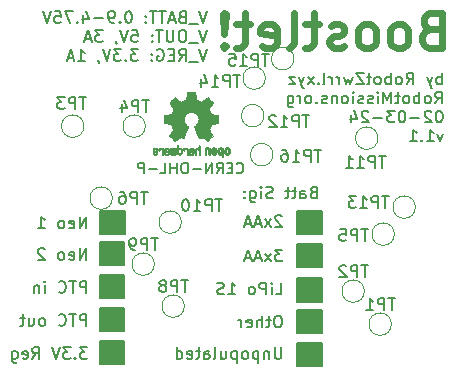
<source format=gbo>
G04 #@! TF.GenerationSoftware,KiCad,Pcbnew,7.0.5-0*
G04 #@! TF.CreationDate,2024-02-05T02:53:32-05:00*
G04 #@! TF.ProjectId,boostlet,626f6f73-746c-4657-942e-6b696361645f,rev?*
G04 #@! TF.SameCoordinates,Original*
G04 #@! TF.FileFunction,Legend,Bot*
G04 #@! TF.FilePolarity,Positive*
%FSLAX46Y46*%
G04 Gerber Fmt 4.6, Leading zero omitted, Abs format (unit mm)*
G04 Created by KiCad (PCBNEW 7.0.5-0) date 2024-02-05 02:53:32*
%MOMM*%
%LPD*%
G01*
G04 APERTURE LIST*
%ADD10C,0.150000*%
%ADD11C,0.200000*%
%ADD12C,0.162500*%
%ADD13C,0.180000*%
%ADD14C,0.600000*%
%ADD15C,0.010000*%
%ADD16C,0.120000*%
G04 APERTURE END LIST*
D10*
X129127250Y-106235500D02*
X131222750Y-106235500D01*
X131222750Y-108204000D01*
X129127250Y-108204000D01*
X129127250Y-106235500D01*
G36*
X129127250Y-106235500D02*
G01*
X131222750Y-106235500D01*
X131222750Y-108204000D01*
X129127250Y-108204000D01*
X129127250Y-106235500D01*
G37*
X112395000Y-106076750D02*
X114490500Y-106076750D01*
X114490500Y-108045250D01*
X112395000Y-108045250D01*
X112395000Y-106076750D01*
G36*
X112395000Y-106076750D02*
G01*
X114490500Y-106076750D01*
X114490500Y-108045250D01*
X112395000Y-108045250D01*
X112395000Y-106076750D01*
G37*
X112395000Y-100488750D02*
X114490500Y-100488750D01*
X114490500Y-102457250D01*
X112395000Y-102457250D01*
X112395000Y-100488750D01*
G36*
X112395000Y-100488750D02*
G01*
X114490500Y-100488750D01*
X114490500Y-102457250D01*
X112395000Y-102457250D01*
X112395000Y-100488750D01*
G37*
X129127250Y-103568500D02*
X131222750Y-103568500D01*
X131222750Y-105537000D01*
X129127250Y-105537000D01*
X129127250Y-103568500D01*
G36*
X129127250Y-103568500D02*
G01*
X131222750Y-103568500D01*
X131222750Y-105537000D01*
X129127250Y-105537000D01*
X129127250Y-103568500D01*
G37*
X112395000Y-103282750D02*
X114490500Y-103282750D01*
X114490500Y-105251250D01*
X112395000Y-105251250D01*
X112395000Y-103282750D01*
G36*
X112395000Y-103282750D02*
G01*
X114490500Y-103282750D01*
X114490500Y-105251250D01*
X112395000Y-105251250D01*
X112395000Y-103282750D01*
G37*
X129127250Y-97853500D02*
X131222750Y-97853500D01*
X131222750Y-99822000D01*
X129127250Y-99822000D01*
X129127250Y-97853500D01*
G36*
X129127250Y-97853500D02*
G01*
X131222750Y-97853500D01*
X131222750Y-99822000D01*
X129127250Y-99822000D01*
X129127250Y-97853500D01*
G37*
X129127250Y-109029500D02*
X131222750Y-109029500D01*
X131222750Y-110998000D01*
X129127250Y-110998000D01*
X129127250Y-109029500D01*
G36*
X129127250Y-109029500D02*
G01*
X131222750Y-109029500D01*
X131222750Y-110998000D01*
X129127250Y-110998000D01*
X129127250Y-109029500D01*
G37*
X112395000Y-108870750D02*
X114490500Y-108870750D01*
X114490500Y-110839250D01*
X112395000Y-110839250D01*
X112395000Y-108870750D01*
G36*
X112395000Y-108870750D02*
G01*
X114490500Y-108870750D01*
X114490500Y-110839250D01*
X112395000Y-110839250D01*
X112395000Y-108870750D01*
G37*
X129127250Y-100647500D02*
X131222750Y-100647500D01*
X131222750Y-102616000D01*
X129127250Y-102616000D01*
X129127250Y-100647500D01*
G36*
X129127250Y-100647500D02*
G01*
X131222750Y-100647500D01*
X131222750Y-102616000D01*
X129127250Y-102616000D01*
X129127250Y-100647500D01*
G37*
X112458500Y-97821750D02*
X114554000Y-97821750D01*
X114554000Y-99790250D01*
X112458500Y-99790250D01*
X112458500Y-97821750D01*
G36*
X112458500Y-97821750D02*
G01*
X114554000Y-97821750D01*
X114554000Y-99790250D01*
X112458500Y-99790250D01*
X112458500Y-97821750D01*
G37*
D11*
X111358564Y-109384219D02*
X110739517Y-109384219D01*
X110739517Y-109384219D02*
X111072850Y-109765171D01*
X111072850Y-109765171D02*
X110929993Y-109765171D01*
X110929993Y-109765171D02*
X110834755Y-109812790D01*
X110834755Y-109812790D02*
X110787136Y-109860409D01*
X110787136Y-109860409D02*
X110739517Y-109955647D01*
X110739517Y-109955647D02*
X110739517Y-110193742D01*
X110739517Y-110193742D02*
X110787136Y-110288980D01*
X110787136Y-110288980D02*
X110834755Y-110336600D01*
X110834755Y-110336600D02*
X110929993Y-110384219D01*
X110929993Y-110384219D02*
X111215707Y-110384219D01*
X111215707Y-110384219D02*
X111310945Y-110336600D01*
X111310945Y-110336600D02*
X111358564Y-110288980D01*
X110310945Y-110288980D02*
X110263326Y-110336600D01*
X110263326Y-110336600D02*
X110310945Y-110384219D01*
X110310945Y-110384219D02*
X110358564Y-110336600D01*
X110358564Y-110336600D02*
X110310945Y-110288980D01*
X110310945Y-110288980D02*
X110310945Y-110384219D01*
X109929993Y-109384219D02*
X109310946Y-109384219D01*
X109310946Y-109384219D02*
X109644279Y-109765171D01*
X109644279Y-109765171D02*
X109501422Y-109765171D01*
X109501422Y-109765171D02*
X109406184Y-109812790D01*
X109406184Y-109812790D02*
X109358565Y-109860409D01*
X109358565Y-109860409D02*
X109310946Y-109955647D01*
X109310946Y-109955647D02*
X109310946Y-110193742D01*
X109310946Y-110193742D02*
X109358565Y-110288980D01*
X109358565Y-110288980D02*
X109406184Y-110336600D01*
X109406184Y-110336600D02*
X109501422Y-110384219D01*
X109501422Y-110384219D02*
X109787136Y-110384219D01*
X109787136Y-110384219D02*
X109882374Y-110336600D01*
X109882374Y-110336600D02*
X109929993Y-110288980D01*
X109025231Y-109384219D02*
X108691898Y-110384219D01*
X108691898Y-110384219D02*
X108358565Y-109384219D01*
X106691898Y-110384219D02*
X107025231Y-109908028D01*
X107263326Y-110384219D02*
X107263326Y-109384219D01*
X107263326Y-109384219D02*
X106882374Y-109384219D01*
X106882374Y-109384219D02*
X106787136Y-109431838D01*
X106787136Y-109431838D02*
X106739517Y-109479457D01*
X106739517Y-109479457D02*
X106691898Y-109574695D01*
X106691898Y-109574695D02*
X106691898Y-109717552D01*
X106691898Y-109717552D02*
X106739517Y-109812790D01*
X106739517Y-109812790D02*
X106787136Y-109860409D01*
X106787136Y-109860409D02*
X106882374Y-109908028D01*
X106882374Y-109908028D02*
X107263326Y-109908028D01*
X105882374Y-110336600D02*
X105977612Y-110384219D01*
X105977612Y-110384219D02*
X106168088Y-110384219D01*
X106168088Y-110384219D02*
X106263326Y-110336600D01*
X106263326Y-110336600D02*
X106310945Y-110241361D01*
X106310945Y-110241361D02*
X106310945Y-109860409D01*
X106310945Y-109860409D02*
X106263326Y-109765171D01*
X106263326Y-109765171D02*
X106168088Y-109717552D01*
X106168088Y-109717552D02*
X105977612Y-109717552D01*
X105977612Y-109717552D02*
X105882374Y-109765171D01*
X105882374Y-109765171D02*
X105834755Y-109860409D01*
X105834755Y-109860409D02*
X105834755Y-109955647D01*
X105834755Y-109955647D02*
X106310945Y-110050885D01*
X104977612Y-109717552D02*
X104977612Y-110527076D01*
X104977612Y-110527076D02*
X105025231Y-110622314D01*
X105025231Y-110622314D02*
X105072850Y-110669933D01*
X105072850Y-110669933D02*
X105168088Y-110717552D01*
X105168088Y-110717552D02*
X105310945Y-110717552D01*
X105310945Y-110717552D02*
X105406183Y-110669933D01*
X104977612Y-110336600D02*
X105072850Y-110384219D01*
X105072850Y-110384219D02*
X105263326Y-110384219D01*
X105263326Y-110384219D02*
X105358564Y-110336600D01*
X105358564Y-110336600D02*
X105406183Y-110288980D01*
X105406183Y-110288980D02*
X105453802Y-110193742D01*
X105453802Y-110193742D02*
X105453802Y-109908028D01*
X105453802Y-109908028D02*
X105406183Y-109812790D01*
X105406183Y-109812790D02*
X105358564Y-109765171D01*
X105358564Y-109765171D02*
X105263326Y-109717552D01*
X105263326Y-109717552D02*
X105072850Y-109717552D01*
X105072850Y-109717552D02*
X104977612Y-109765171D01*
X130487993Y-96271409D02*
X130345136Y-96319028D01*
X130345136Y-96319028D02*
X130297517Y-96366647D01*
X130297517Y-96366647D02*
X130249898Y-96461885D01*
X130249898Y-96461885D02*
X130249898Y-96604742D01*
X130249898Y-96604742D02*
X130297517Y-96699980D01*
X130297517Y-96699980D02*
X130345136Y-96747600D01*
X130345136Y-96747600D02*
X130440374Y-96795219D01*
X130440374Y-96795219D02*
X130821326Y-96795219D01*
X130821326Y-96795219D02*
X130821326Y-95795219D01*
X130821326Y-95795219D02*
X130487993Y-95795219D01*
X130487993Y-95795219D02*
X130392755Y-95842838D01*
X130392755Y-95842838D02*
X130345136Y-95890457D01*
X130345136Y-95890457D02*
X130297517Y-95985695D01*
X130297517Y-95985695D02*
X130297517Y-96080933D01*
X130297517Y-96080933D02*
X130345136Y-96176171D01*
X130345136Y-96176171D02*
X130392755Y-96223790D01*
X130392755Y-96223790D02*
X130487993Y-96271409D01*
X130487993Y-96271409D02*
X130821326Y-96271409D01*
X129392755Y-96795219D02*
X129392755Y-96271409D01*
X129392755Y-96271409D02*
X129440374Y-96176171D01*
X129440374Y-96176171D02*
X129535612Y-96128552D01*
X129535612Y-96128552D02*
X129726088Y-96128552D01*
X129726088Y-96128552D02*
X129821326Y-96176171D01*
X129392755Y-96747600D02*
X129487993Y-96795219D01*
X129487993Y-96795219D02*
X129726088Y-96795219D01*
X129726088Y-96795219D02*
X129821326Y-96747600D01*
X129821326Y-96747600D02*
X129868945Y-96652361D01*
X129868945Y-96652361D02*
X129868945Y-96557123D01*
X129868945Y-96557123D02*
X129821326Y-96461885D01*
X129821326Y-96461885D02*
X129726088Y-96414266D01*
X129726088Y-96414266D02*
X129487993Y-96414266D01*
X129487993Y-96414266D02*
X129392755Y-96366647D01*
X129059421Y-96128552D02*
X128678469Y-96128552D01*
X128916564Y-95795219D02*
X128916564Y-96652361D01*
X128916564Y-96652361D02*
X128868945Y-96747600D01*
X128868945Y-96747600D02*
X128773707Y-96795219D01*
X128773707Y-96795219D02*
X128678469Y-96795219D01*
X128487992Y-96128552D02*
X128107040Y-96128552D01*
X128345135Y-95795219D02*
X128345135Y-96652361D01*
X128345135Y-96652361D02*
X128297516Y-96747600D01*
X128297516Y-96747600D02*
X128202278Y-96795219D01*
X128202278Y-96795219D02*
X128107040Y-96795219D01*
X127059420Y-96747600D02*
X126916563Y-96795219D01*
X126916563Y-96795219D02*
X126678468Y-96795219D01*
X126678468Y-96795219D02*
X126583230Y-96747600D01*
X126583230Y-96747600D02*
X126535611Y-96699980D01*
X126535611Y-96699980D02*
X126487992Y-96604742D01*
X126487992Y-96604742D02*
X126487992Y-96509504D01*
X126487992Y-96509504D02*
X126535611Y-96414266D01*
X126535611Y-96414266D02*
X126583230Y-96366647D01*
X126583230Y-96366647D02*
X126678468Y-96319028D01*
X126678468Y-96319028D02*
X126868944Y-96271409D01*
X126868944Y-96271409D02*
X126964182Y-96223790D01*
X126964182Y-96223790D02*
X127011801Y-96176171D01*
X127011801Y-96176171D02*
X127059420Y-96080933D01*
X127059420Y-96080933D02*
X127059420Y-95985695D01*
X127059420Y-95985695D02*
X127011801Y-95890457D01*
X127011801Y-95890457D02*
X126964182Y-95842838D01*
X126964182Y-95842838D02*
X126868944Y-95795219D01*
X126868944Y-95795219D02*
X126630849Y-95795219D01*
X126630849Y-95795219D02*
X126487992Y-95842838D01*
X126059420Y-96795219D02*
X126059420Y-96128552D01*
X126059420Y-95795219D02*
X126107039Y-95842838D01*
X126107039Y-95842838D02*
X126059420Y-95890457D01*
X126059420Y-95890457D02*
X126011801Y-95842838D01*
X126011801Y-95842838D02*
X126059420Y-95795219D01*
X126059420Y-95795219D02*
X126059420Y-95890457D01*
X125154659Y-96128552D02*
X125154659Y-96938076D01*
X125154659Y-96938076D02*
X125202278Y-97033314D01*
X125202278Y-97033314D02*
X125249897Y-97080933D01*
X125249897Y-97080933D02*
X125345135Y-97128552D01*
X125345135Y-97128552D02*
X125487992Y-97128552D01*
X125487992Y-97128552D02*
X125583230Y-97080933D01*
X125154659Y-96747600D02*
X125249897Y-96795219D01*
X125249897Y-96795219D02*
X125440373Y-96795219D01*
X125440373Y-96795219D02*
X125535611Y-96747600D01*
X125535611Y-96747600D02*
X125583230Y-96699980D01*
X125583230Y-96699980D02*
X125630849Y-96604742D01*
X125630849Y-96604742D02*
X125630849Y-96319028D01*
X125630849Y-96319028D02*
X125583230Y-96223790D01*
X125583230Y-96223790D02*
X125535611Y-96176171D01*
X125535611Y-96176171D02*
X125440373Y-96128552D01*
X125440373Y-96128552D02*
X125249897Y-96128552D01*
X125249897Y-96128552D02*
X125154659Y-96176171D01*
X124678468Y-96699980D02*
X124630849Y-96747600D01*
X124630849Y-96747600D02*
X124678468Y-96795219D01*
X124678468Y-96795219D02*
X124726087Y-96747600D01*
X124726087Y-96747600D02*
X124678468Y-96699980D01*
X124678468Y-96699980D02*
X124678468Y-96795219D01*
X124678468Y-96176171D02*
X124630849Y-96223790D01*
X124630849Y-96223790D02*
X124678468Y-96271409D01*
X124678468Y-96271409D02*
X124726087Y-96223790D01*
X124726087Y-96223790D02*
X124678468Y-96176171D01*
X124678468Y-96176171D02*
X124678468Y-96271409D01*
D12*
X124005521Y-94574692D02*
X124048378Y-94617550D01*
X124048378Y-94617550D02*
X124176950Y-94660407D01*
X124176950Y-94660407D02*
X124262664Y-94660407D01*
X124262664Y-94660407D02*
X124391235Y-94617550D01*
X124391235Y-94617550D02*
X124476950Y-94531835D01*
X124476950Y-94531835D02*
X124519807Y-94446121D01*
X124519807Y-94446121D02*
X124562664Y-94274692D01*
X124562664Y-94274692D02*
X124562664Y-94146121D01*
X124562664Y-94146121D02*
X124519807Y-93974692D01*
X124519807Y-93974692D02*
X124476950Y-93888978D01*
X124476950Y-93888978D02*
X124391235Y-93803264D01*
X124391235Y-93803264D02*
X124262664Y-93760407D01*
X124262664Y-93760407D02*
X124176950Y-93760407D01*
X124176950Y-93760407D02*
X124048378Y-93803264D01*
X124048378Y-93803264D02*
X124005521Y-93846121D01*
X123619807Y-94188978D02*
X123319807Y-94188978D01*
X123191235Y-94660407D02*
X123619807Y-94660407D01*
X123619807Y-94660407D02*
X123619807Y-93760407D01*
X123619807Y-93760407D02*
X123191235Y-93760407D01*
X122291235Y-94660407D02*
X122591235Y-94231835D01*
X122805521Y-94660407D02*
X122805521Y-93760407D01*
X122805521Y-93760407D02*
X122462664Y-93760407D01*
X122462664Y-93760407D02*
X122376949Y-93803264D01*
X122376949Y-93803264D02*
X122334092Y-93846121D01*
X122334092Y-93846121D02*
X122291235Y-93931835D01*
X122291235Y-93931835D02*
X122291235Y-94060407D01*
X122291235Y-94060407D02*
X122334092Y-94146121D01*
X122334092Y-94146121D02*
X122376949Y-94188978D01*
X122376949Y-94188978D02*
X122462664Y-94231835D01*
X122462664Y-94231835D02*
X122805521Y-94231835D01*
X121905521Y-94660407D02*
X121905521Y-93760407D01*
X121905521Y-93760407D02*
X121391235Y-94660407D01*
X121391235Y-94660407D02*
X121391235Y-93760407D01*
X120962664Y-94317550D02*
X120276950Y-94317550D01*
X119676949Y-93760407D02*
X119505521Y-93760407D01*
X119505521Y-93760407D02*
X119419806Y-93803264D01*
X119419806Y-93803264D02*
X119334092Y-93888978D01*
X119334092Y-93888978D02*
X119291235Y-94060407D01*
X119291235Y-94060407D02*
X119291235Y-94360407D01*
X119291235Y-94360407D02*
X119334092Y-94531835D01*
X119334092Y-94531835D02*
X119419806Y-94617550D01*
X119419806Y-94617550D02*
X119505521Y-94660407D01*
X119505521Y-94660407D02*
X119676949Y-94660407D01*
X119676949Y-94660407D02*
X119762664Y-94617550D01*
X119762664Y-94617550D02*
X119848378Y-94531835D01*
X119848378Y-94531835D02*
X119891235Y-94360407D01*
X119891235Y-94360407D02*
X119891235Y-94060407D01*
X119891235Y-94060407D02*
X119848378Y-93888978D01*
X119848378Y-93888978D02*
X119762664Y-93803264D01*
X119762664Y-93803264D02*
X119676949Y-93760407D01*
X118905521Y-94660407D02*
X118905521Y-93760407D01*
X118905521Y-94188978D02*
X118391235Y-94188978D01*
X118391235Y-94660407D02*
X118391235Y-93760407D01*
X117534092Y-94660407D02*
X117962664Y-94660407D01*
X117962664Y-94660407D02*
X117962664Y-93760407D01*
X117234093Y-94317550D02*
X116548379Y-94317550D01*
X116119807Y-94660407D02*
X116119807Y-93760407D01*
X116119807Y-93760407D02*
X115776950Y-93760407D01*
X115776950Y-93760407D02*
X115691235Y-93803264D01*
X115691235Y-93803264D02*
X115648378Y-93846121D01*
X115648378Y-93846121D02*
X115605521Y-93931835D01*
X115605521Y-93931835D02*
X115605521Y-94060407D01*
X115605521Y-94060407D02*
X115648378Y-94146121D01*
X115648378Y-94146121D02*
X115691235Y-94188978D01*
X115691235Y-94188978D02*
X115776950Y-94231835D01*
X115776950Y-94231835D02*
X116119807Y-94231835D01*
D11*
X111263326Y-107590219D02*
X111263326Y-106590219D01*
X111263326Y-106590219D02*
X110882374Y-106590219D01*
X110882374Y-106590219D02*
X110787136Y-106637838D01*
X110787136Y-106637838D02*
X110739517Y-106685457D01*
X110739517Y-106685457D02*
X110691898Y-106780695D01*
X110691898Y-106780695D02*
X110691898Y-106923552D01*
X110691898Y-106923552D02*
X110739517Y-107018790D01*
X110739517Y-107018790D02*
X110787136Y-107066409D01*
X110787136Y-107066409D02*
X110882374Y-107114028D01*
X110882374Y-107114028D02*
X111263326Y-107114028D01*
X110406183Y-106590219D02*
X109834755Y-106590219D01*
X110120469Y-107590219D02*
X110120469Y-106590219D01*
X108929993Y-107494980D02*
X108977612Y-107542600D01*
X108977612Y-107542600D02*
X109120469Y-107590219D01*
X109120469Y-107590219D02*
X109215707Y-107590219D01*
X109215707Y-107590219D02*
X109358564Y-107542600D01*
X109358564Y-107542600D02*
X109453802Y-107447361D01*
X109453802Y-107447361D02*
X109501421Y-107352123D01*
X109501421Y-107352123D02*
X109549040Y-107161647D01*
X109549040Y-107161647D02*
X109549040Y-107018790D01*
X109549040Y-107018790D02*
X109501421Y-106828314D01*
X109501421Y-106828314D02*
X109453802Y-106733076D01*
X109453802Y-106733076D02*
X109358564Y-106637838D01*
X109358564Y-106637838D02*
X109215707Y-106590219D01*
X109215707Y-106590219D02*
X109120469Y-106590219D01*
X109120469Y-106590219D02*
X108977612Y-106637838D01*
X108977612Y-106637838D02*
X108929993Y-106685457D01*
X107596659Y-107590219D02*
X107691897Y-107542600D01*
X107691897Y-107542600D02*
X107739516Y-107494980D01*
X107739516Y-107494980D02*
X107787135Y-107399742D01*
X107787135Y-107399742D02*
X107787135Y-107114028D01*
X107787135Y-107114028D02*
X107739516Y-107018790D01*
X107739516Y-107018790D02*
X107691897Y-106971171D01*
X107691897Y-106971171D02*
X107596659Y-106923552D01*
X107596659Y-106923552D02*
X107453802Y-106923552D01*
X107453802Y-106923552D02*
X107358564Y-106971171D01*
X107358564Y-106971171D02*
X107310945Y-107018790D01*
X107310945Y-107018790D02*
X107263326Y-107114028D01*
X107263326Y-107114028D02*
X107263326Y-107399742D01*
X107263326Y-107399742D02*
X107310945Y-107494980D01*
X107310945Y-107494980D02*
X107358564Y-107542600D01*
X107358564Y-107542600D02*
X107453802Y-107590219D01*
X107453802Y-107590219D02*
X107596659Y-107590219D01*
X106406183Y-106923552D02*
X106406183Y-107590219D01*
X106834754Y-106923552D02*
X106834754Y-107447361D01*
X106834754Y-107447361D02*
X106787135Y-107542600D01*
X106787135Y-107542600D02*
X106691897Y-107590219D01*
X106691897Y-107590219D02*
X106549040Y-107590219D01*
X106549040Y-107590219D02*
X106453802Y-107542600D01*
X106453802Y-107542600D02*
X106406183Y-107494980D01*
X106072849Y-106923552D02*
X105691897Y-106923552D01*
X105929992Y-106590219D02*
X105929992Y-107447361D01*
X105929992Y-107447361D02*
X105882373Y-107542600D01*
X105882373Y-107542600D02*
X105787135Y-107590219D01*
X105787135Y-107590219D02*
X105691897Y-107590219D01*
X127582850Y-106717219D02*
X127392374Y-106717219D01*
X127392374Y-106717219D02*
X127297136Y-106764838D01*
X127297136Y-106764838D02*
X127201898Y-106860076D01*
X127201898Y-106860076D02*
X127154279Y-107050552D01*
X127154279Y-107050552D02*
X127154279Y-107383885D01*
X127154279Y-107383885D02*
X127201898Y-107574361D01*
X127201898Y-107574361D02*
X127297136Y-107669600D01*
X127297136Y-107669600D02*
X127392374Y-107717219D01*
X127392374Y-107717219D02*
X127582850Y-107717219D01*
X127582850Y-107717219D02*
X127678088Y-107669600D01*
X127678088Y-107669600D02*
X127773326Y-107574361D01*
X127773326Y-107574361D02*
X127820945Y-107383885D01*
X127820945Y-107383885D02*
X127820945Y-107050552D01*
X127820945Y-107050552D02*
X127773326Y-106860076D01*
X127773326Y-106860076D02*
X127678088Y-106764838D01*
X127678088Y-106764838D02*
X127582850Y-106717219D01*
X126868564Y-107050552D02*
X126487612Y-107050552D01*
X126725707Y-106717219D02*
X126725707Y-107574361D01*
X126725707Y-107574361D02*
X126678088Y-107669600D01*
X126678088Y-107669600D02*
X126582850Y-107717219D01*
X126582850Y-107717219D02*
X126487612Y-107717219D01*
X126154278Y-107717219D02*
X126154278Y-106717219D01*
X125725707Y-107717219D02*
X125725707Y-107193409D01*
X125725707Y-107193409D02*
X125773326Y-107098171D01*
X125773326Y-107098171D02*
X125868564Y-107050552D01*
X125868564Y-107050552D02*
X126011421Y-107050552D01*
X126011421Y-107050552D02*
X126106659Y-107098171D01*
X126106659Y-107098171D02*
X126154278Y-107145790D01*
X124868564Y-107669600D02*
X124963802Y-107717219D01*
X124963802Y-107717219D02*
X125154278Y-107717219D01*
X125154278Y-107717219D02*
X125249516Y-107669600D01*
X125249516Y-107669600D02*
X125297135Y-107574361D01*
X125297135Y-107574361D02*
X125297135Y-107193409D01*
X125297135Y-107193409D02*
X125249516Y-107098171D01*
X125249516Y-107098171D02*
X125154278Y-107050552D01*
X125154278Y-107050552D02*
X124963802Y-107050552D01*
X124963802Y-107050552D02*
X124868564Y-107098171D01*
X124868564Y-107098171D02*
X124820945Y-107193409D01*
X124820945Y-107193409D02*
X124820945Y-107288647D01*
X124820945Y-107288647D02*
X125297135Y-107383885D01*
X124392373Y-107717219D02*
X124392373Y-107050552D01*
X124392373Y-107241028D02*
X124344754Y-107145790D01*
X124344754Y-107145790D02*
X124297135Y-107098171D01*
X124297135Y-107098171D02*
X124201897Y-107050552D01*
X124201897Y-107050552D02*
X124106659Y-107050552D01*
X127820945Y-98303457D02*
X127773326Y-98255838D01*
X127773326Y-98255838D02*
X127678088Y-98208219D01*
X127678088Y-98208219D02*
X127439993Y-98208219D01*
X127439993Y-98208219D02*
X127344755Y-98255838D01*
X127344755Y-98255838D02*
X127297136Y-98303457D01*
X127297136Y-98303457D02*
X127249517Y-98398695D01*
X127249517Y-98398695D02*
X127249517Y-98493933D01*
X127249517Y-98493933D02*
X127297136Y-98636790D01*
X127297136Y-98636790D02*
X127868564Y-99208219D01*
X127868564Y-99208219D02*
X127249517Y-99208219D01*
X126916183Y-99208219D02*
X126392374Y-98541552D01*
X126916183Y-98541552D02*
X126392374Y-99208219D01*
X126059040Y-98922504D02*
X125582850Y-98922504D01*
X126154278Y-99208219D02*
X125820945Y-98208219D01*
X125820945Y-98208219D02*
X125487612Y-99208219D01*
X125201897Y-98922504D02*
X124725707Y-98922504D01*
X125297135Y-99208219D02*
X124963802Y-98208219D01*
X124963802Y-98208219D02*
X124630469Y-99208219D01*
X127773326Y-109384219D02*
X127773326Y-110193742D01*
X127773326Y-110193742D02*
X127725707Y-110288980D01*
X127725707Y-110288980D02*
X127678088Y-110336600D01*
X127678088Y-110336600D02*
X127582850Y-110384219D01*
X127582850Y-110384219D02*
X127392374Y-110384219D01*
X127392374Y-110384219D02*
X127297136Y-110336600D01*
X127297136Y-110336600D02*
X127249517Y-110288980D01*
X127249517Y-110288980D02*
X127201898Y-110193742D01*
X127201898Y-110193742D02*
X127201898Y-109384219D01*
X126725707Y-109717552D02*
X126725707Y-110384219D01*
X126725707Y-109812790D02*
X126678088Y-109765171D01*
X126678088Y-109765171D02*
X126582850Y-109717552D01*
X126582850Y-109717552D02*
X126439993Y-109717552D01*
X126439993Y-109717552D02*
X126344755Y-109765171D01*
X126344755Y-109765171D02*
X126297136Y-109860409D01*
X126297136Y-109860409D02*
X126297136Y-110384219D01*
X125820945Y-109717552D02*
X125820945Y-110717552D01*
X125820945Y-109765171D02*
X125725707Y-109717552D01*
X125725707Y-109717552D02*
X125535231Y-109717552D01*
X125535231Y-109717552D02*
X125439993Y-109765171D01*
X125439993Y-109765171D02*
X125392374Y-109812790D01*
X125392374Y-109812790D02*
X125344755Y-109908028D01*
X125344755Y-109908028D02*
X125344755Y-110193742D01*
X125344755Y-110193742D02*
X125392374Y-110288980D01*
X125392374Y-110288980D02*
X125439993Y-110336600D01*
X125439993Y-110336600D02*
X125535231Y-110384219D01*
X125535231Y-110384219D02*
X125725707Y-110384219D01*
X125725707Y-110384219D02*
X125820945Y-110336600D01*
X124773326Y-110384219D02*
X124868564Y-110336600D01*
X124868564Y-110336600D02*
X124916183Y-110288980D01*
X124916183Y-110288980D02*
X124963802Y-110193742D01*
X124963802Y-110193742D02*
X124963802Y-109908028D01*
X124963802Y-109908028D02*
X124916183Y-109812790D01*
X124916183Y-109812790D02*
X124868564Y-109765171D01*
X124868564Y-109765171D02*
X124773326Y-109717552D01*
X124773326Y-109717552D02*
X124630469Y-109717552D01*
X124630469Y-109717552D02*
X124535231Y-109765171D01*
X124535231Y-109765171D02*
X124487612Y-109812790D01*
X124487612Y-109812790D02*
X124439993Y-109908028D01*
X124439993Y-109908028D02*
X124439993Y-110193742D01*
X124439993Y-110193742D02*
X124487612Y-110288980D01*
X124487612Y-110288980D02*
X124535231Y-110336600D01*
X124535231Y-110336600D02*
X124630469Y-110384219D01*
X124630469Y-110384219D02*
X124773326Y-110384219D01*
X124011421Y-109717552D02*
X124011421Y-110717552D01*
X124011421Y-109765171D02*
X123916183Y-109717552D01*
X123916183Y-109717552D02*
X123725707Y-109717552D01*
X123725707Y-109717552D02*
X123630469Y-109765171D01*
X123630469Y-109765171D02*
X123582850Y-109812790D01*
X123582850Y-109812790D02*
X123535231Y-109908028D01*
X123535231Y-109908028D02*
X123535231Y-110193742D01*
X123535231Y-110193742D02*
X123582850Y-110288980D01*
X123582850Y-110288980D02*
X123630469Y-110336600D01*
X123630469Y-110336600D02*
X123725707Y-110384219D01*
X123725707Y-110384219D02*
X123916183Y-110384219D01*
X123916183Y-110384219D02*
X124011421Y-110336600D01*
X122678088Y-109717552D02*
X122678088Y-110384219D01*
X123106659Y-109717552D02*
X123106659Y-110241361D01*
X123106659Y-110241361D02*
X123059040Y-110336600D01*
X123059040Y-110336600D02*
X122963802Y-110384219D01*
X122963802Y-110384219D02*
X122820945Y-110384219D01*
X122820945Y-110384219D02*
X122725707Y-110336600D01*
X122725707Y-110336600D02*
X122678088Y-110288980D01*
X122059040Y-110384219D02*
X122154278Y-110336600D01*
X122154278Y-110336600D02*
X122201897Y-110241361D01*
X122201897Y-110241361D02*
X122201897Y-109384219D01*
X121249516Y-110384219D02*
X121249516Y-109860409D01*
X121249516Y-109860409D02*
X121297135Y-109765171D01*
X121297135Y-109765171D02*
X121392373Y-109717552D01*
X121392373Y-109717552D02*
X121582849Y-109717552D01*
X121582849Y-109717552D02*
X121678087Y-109765171D01*
X121249516Y-110336600D02*
X121344754Y-110384219D01*
X121344754Y-110384219D02*
X121582849Y-110384219D01*
X121582849Y-110384219D02*
X121678087Y-110336600D01*
X121678087Y-110336600D02*
X121725706Y-110241361D01*
X121725706Y-110241361D02*
X121725706Y-110146123D01*
X121725706Y-110146123D02*
X121678087Y-110050885D01*
X121678087Y-110050885D02*
X121582849Y-110003266D01*
X121582849Y-110003266D02*
X121344754Y-110003266D01*
X121344754Y-110003266D02*
X121249516Y-109955647D01*
X120916182Y-109717552D02*
X120535230Y-109717552D01*
X120773325Y-109384219D02*
X120773325Y-110241361D01*
X120773325Y-110241361D02*
X120725706Y-110336600D01*
X120725706Y-110336600D02*
X120630468Y-110384219D01*
X120630468Y-110384219D02*
X120535230Y-110384219D01*
X119820944Y-110336600D02*
X119916182Y-110384219D01*
X119916182Y-110384219D02*
X120106658Y-110384219D01*
X120106658Y-110384219D02*
X120201896Y-110336600D01*
X120201896Y-110336600D02*
X120249515Y-110241361D01*
X120249515Y-110241361D02*
X120249515Y-109860409D01*
X120249515Y-109860409D02*
X120201896Y-109765171D01*
X120201896Y-109765171D02*
X120106658Y-109717552D01*
X120106658Y-109717552D02*
X119916182Y-109717552D01*
X119916182Y-109717552D02*
X119820944Y-109765171D01*
X119820944Y-109765171D02*
X119773325Y-109860409D01*
X119773325Y-109860409D02*
X119773325Y-109955647D01*
X119773325Y-109955647D02*
X120249515Y-110050885D01*
X118916182Y-110384219D02*
X118916182Y-109384219D01*
X118916182Y-110336600D02*
X119011420Y-110384219D01*
X119011420Y-110384219D02*
X119201896Y-110384219D01*
X119201896Y-110384219D02*
X119297134Y-110336600D01*
X119297134Y-110336600D02*
X119344753Y-110288980D01*
X119344753Y-110288980D02*
X119392372Y-110193742D01*
X119392372Y-110193742D02*
X119392372Y-109908028D01*
X119392372Y-109908028D02*
X119344753Y-109812790D01*
X119344753Y-109812790D02*
X119297134Y-109765171D01*
X119297134Y-109765171D02*
X119201896Y-109717552D01*
X119201896Y-109717552D02*
X119011420Y-109717552D01*
X119011420Y-109717552D02*
X118916182Y-109765171D01*
D13*
X141375483Y-87144259D02*
X141375483Y-86144259D01*
X141375483Y-86525211D02*
X141280245Y-86477592D01*
X141280245Y-86477592D02*
X141089769Y-86477592D01*
X141089769Y-86477592D02*
X140994531Y-86525211D01*
X140994531Y-86525211D02*
X140946912Y-86572830D01*
X140946912Y-86572830D02*
X140899293Y-86668068D01*
X140899293Y-86668068D02*
X140899293Y-86953782D01*
X140899293Y-86953782D02*
X140946912Y-87049020D01*
X140946912Y-87049020D02*
X140994531Y-87096640D01*
X140994531Y-87096640D02*
X141089769Y-87144259D01*
X141089769Y-87144259D02*
X141280245Y-87144259D01*
X141280245Y-87144259D02*
X141375483Y-87096640D01*
X140565959Y-86477592D02*
X140327864Y-87144259D01*
X140089769Y-86477592D02*
X140327864Y-87144259D01*
X140327864Y-87144259D02*
X140423102Y-87382354D01*
X140423102Y-87382354D02*
X140470721Y-87429973D01*
X140470721Y-87429973D02*
X140565959Y-87477592D01*
X138375483Y-87144259D02*
X138708816Y-86668068D01*
X138946911Y-87144259D02*
X138946911Y-86144259D01*
X138946911Y-86144259D02*
X138565959Y-86144259D01*
X138565959Y-86144259D02*
X138470721Y-86191878D01*
X138470721Y-86191878D02*
X138423102Y-86239497D01*
X138423102Y-86239497D02*
X138375483Y-86334735D01*
X138375483Y-86334735D02*
X138375483Y-86477592D01*
X138375483Y-86477592D02*
X138423102Y-86572830D01*
X138423102Y-86572830D02*
X138470721Y-86620449D01*
X138470721Y-86620449D02*
X138565959Y-86668068D01*
X138565959Y-86668068D02*
X138946911Y-86668068D01*
X137804054Y-87144259D02*
X137899292Y-87096640D01*
X137899292Y-87096640D02*
X137946911Y-87049020D01*
X137946911Y-87049020D02*
X137994530Y-86953782D01*
X137994530Y-86953782D02*
X137994530Y-86668068D01*
X137994530Y-86668068D02*
X137946911Y-86572830D01*
X137946911Y-86572830D02*
X137899292Y-86525211D01*
X137899292Y-86525211D02*
X137804054Y-86477592D01*
X137804054Y-86477592D02*
X137661197Y-86477592D01*
X137661197Y-86477592D02*
X137565959Y-86525211D01*
X137565959Y-86525211D02*
X137518340Y-86572830D01*
X137518340Y-86572830D02*
X137470721Y-86668068D01*
X137470721Y-86668068D02*
X137470721Y-86953782D01*
X137470721Y-86953782D02*
X137518340Y-87049020D01*
X137518340Y-87049020D02*
X137565959Y-87096640D01*
X137565959Y-87096640D02*
X137661197Y-87144259D01*
X137661197Y-87144259D02*
X137804054Y-87144259D01*
X137042149Y-87144259D02*
X137042149Y-86144259D01*
X137042149Y-86525211D02*
X136946911Y-86477592D01*
X136946911Y-86477592D02*
X136756435Y-86477592D01*
X136756435Y-86477592D02*
X136661197Y-86525211D01*
X136661197Y-86525211D02*
X136613578Y-86572830D01*
X136613578Y-86572830D02*
X136565959Y-86668068D01*
X136565959Y-86668068D02*
X136565959Y-86953782D01*
X136565959Y-86953782D02*
X136613578Y-87049020D01*
X136613578Y-87049020D02*
X136661197Y-87096640D01*
X136661197Y-87096640D02*
X136756435Y-87144259D01*
X136756435Y-87144259D02*
X136946911Y-87144259D01*
X136946911Y-87144259D02*
X137042149Y-87096640D01*
X135994530Y-87144259D02*
X136089768Y-87096640D01*
X136089768Y-87096640D02*
X136137387Y-87049020D01*
X136137387Y-87049020D02*
X136185006Y-86953782D01*
X136185006Y-86953782D02*
X136185006Y-86668068D01*
X136185006Y-86668068D02*
X136137387Y-86572830D01*
X136137387Y-86572830D02*
X136089768Y-86525211D01*
X136089768Y-86525211D02*
X135994530Y-86477592D01*
X135994530Y-86477592D02*
X135851673Y-86477592D01*
X135851673Y-86477592D02*
X135756435Y-86525211D01*
X135756435Y-86525211D02*
X135708816Y-86572830D01*
X135708816Y-86572830D02*
X135661197Y-86668068D01*
X135661197Y-86668068D02*
X135661197Y-86953782D01*
X135661197Y-86953782D02*
X135708816Y-87049020D01*
X135708816Y-87049020D02*
X135756435Y-87096640D01*
X135756435Y-87096640D02*
X135851673Y-87144259D01*
X135851673Y-87144259D02*
X135994530Y-87144259D01*
X135375482Y-86477592D02*
X134994530Y-86477592D01*
X135232625Y-86144259D02*
X135232625Y-87001401D01*
X135232625Y-87001401D02*
X135185006Y-87096640D01*
X135185006Y-87096640D02*
X135089768Y-87144259D01*
X135089768Y-87144259D02*
X134994530Y-87144259D01*
X134756434Y-86144259D02*
X134089768Y-86144259D01*
X134089768Y-86144259D02*
X134756434Y-87144259D01*
X134756434Y-87144259D02*
X134089768Y-87144259D01*
X133804053Y-86477592D02*
X133613577Y-87144259D01*
X133613577Y-87144259D02*
X133423101Y-86668068D01*
X133423101Y-86668068D02*
X133232625Y-87144259D01*
X133232625Y-87144259D02*
X133042149Y-86477592D01*
X132661196Y-87144259D02*
X132661196Y-86477592D01*
X132661196Y-86668068D02*
X132613577Y-86572830D01*
X132613577Y-86572830D02*
X132565958Y-86525211D01*
X132565958Y-86525211D02*
X132470720Y-86477592D01*
X132470720Y-86477592D02*
X132375482Y-86477592D01*
X132042148Y-87144259D02*
X132042148Y-86477592D01*
X132042148Y-86668068D02*
X131994529Y-86572830D01*
X131994529Y-86572830D02*
X131946910Y-86525211D01*
X131946910Y-86525211D02*
X131851672Y-86477592D01*
X131851672Y-86477592D02*
X131756434Y-86477592D01*
X131280243Y-87144259D02*
X131375481Y-87096640D01*
X131375481Y-87096640D02*
X131423100Y-87001401D01*
X131423100Y-87001401D02*
X131423100Y-86144259D01*
X130899290Y-87049020D02*
X130851671Y-87096640D01*
X130851671Y-87096640D02*
X130899290Y-87144259D01*
X130899290Y-87144259D02*
X130946909Y-87096640D01*
X130946909Y-87096640D02*
X130899290Y-87049020D01*
X130899290Y-87049020D02*
X130899290Y-87144259D01*
X130518338Y-87144259D02*
X129994529Y-86477592D01*
X130518338Y-86477592D02*
X129994529Y-87144259D01*
X129708814Y-86477592D02*
X129470719Y-87144259D01*
X129232624Y-86477592D02*
X129470719Y-87144259D01*
X129470719Y-87144259D02*
X129565957Y-87382354D01*
X129565957Y-87382354D02*
X129613576Y-87429973D01*
X129613576Y-87429973D02*
X129708814Y-87477592D01*
X128946909Y-86477592D02*
X128423100Y-86477592D01*
X128423100Y-86477592D02*
X128946909Y-87144259D01*
X128946909Y-87144259D02*
X128423100Y-87144259D01*
X140804055Y-88754259D02*
X141137388Y-88278068D01*
X141375483Y-88754259D02*
X141375483Y-87754259D01*
X141375483Y-87754259D02*
X140994531Y-87754259D01*
X140994531Y-87754259D02*
X140899293Y-87801878D01*
X140899293Y-87801878D02*
X140851674Y-87849497D01*
X140851674Y-87849497D02*
X140804055Y-87944735D01*
X140804055Y-87944735D02*
X140804055Y-88087592D01*
X140804055Y-88087592D02*
X140851674Y-88182830D01*
X140851674Y-88182830D02*
X140899293Y-88230449D01*
X140899293Y-88230449D02*
X140994531Y-88278068D01*
X140994531Y-88278068D02*
X141375483Y-88278068D01*
X140232626Y-88754259D02*
X140327864Y-88706640D01*
X140327864Y-88706640D02*
X140375483Y-88659020D01*
X140375483Y-88659020D02*
X140423102Y-88563782D01*
X140423102Y-88563782D02*
X140423102Y-88278068D01*
X140423102Y-88278068D02*
X140375483Y-88182830D01*
X140375483Y-88182830D02*
X140327864Y-88135211D01*
X140327864Y-88135211D02*
X140232626Y-88087592D01*
X140232626Y-88087592D02*
X140089769Y-88087592D01*
X140089769Y-88087592D02*
X139994531Y-88135211D01*
X139994531Y-88135211D02*
X139946912Y-88182830D01*
X139946912Y-88182830D02*
X139899293Y-88278068D01*
X139899293Y-88278068D02*
X139899293Y-88563782D01*
X139899293Y-88563782D02*
X139946912Y-88659020D01*
X139946912Y-88659020D02*
X139994531Y-88706640D01*
X139994531Y-88706640D02*
X140089769Y-88754259D01*
X140089769Y-88754259D02*
X140232626Y-88754259D01*
X139470721Y-88754259D02*
X139470721Y-87754259D01*
X139470721Y-88135211D02*
X139375483Y-88087592D01*
X139375483Y-88087592D02*
X139185007Y-88087592D01*
X139185007Y-88087592D02*
X139089769Y-88135211D01*
X139089769Y-88135211D02*
X139042150Y-88182830D01*
X139042150Y-88182830D02*
X138994531Y-88278068D01*
X138994531Y-88278068D02*
X138994531Y-88563782D01*
X138994531Y-88563782D02*
X139042150Y-88659020D01*
X139042150Y-88659020D02*
X139089769Y-88706640D01*
X139089769Y-88706640D02*
X139185007Y-88754259D01*
X139185007Y-88754259D02*
X139375483Y-88754259D01*
X139375483Y-88754259D02*
X139470721Y-88706640D01*
X138423102Y-88754259D02*
X138518340Y-88706640D01*
X138518340Y-88706640D02*
X138565959Y-88659020D01*
X138565959Y-88659020D02*
X138613578Y-88563782D01*
X138613578Y-88563782D02*
X138613578Y-88278068D01*
X138613578Y-88278068D02*
X138565959Y-88182830D01*
X138565959Y-88182830D02*
X138518340Y-88135211D01*
X138518340Y-88135211D02*
X138423102Y-88087592D01*
X138423102Y-88087592D02*
X138280245Y-88087592D01*
X138280245Y-88087592D02*
X138185007Y-88135211D01*
X138185007Y-88135211D02*
X138137388Y-88182830D01*
X138137388Y-88182830D02*
X138089769Y-88278068D01*
X138089769Y-88278068D02*
X138089769Y-88563782D01*
X138089769Y-88563782D02*
X138137388Y-88659020D01*
X138137388Y-88659020D02*
X138185007Y-88706640D01*
X138185007Y-88706640D02*
X138280245Y-88754259D01*
X138280245Y-88754259D02*
X138423102Y-88754259D01*
X137804054Y-88087592D02*
X137423102Y-88087592D01*
X137661197Y-87754259D02*
X137661197Y-88611401D01*
X137661197Y-88611401D02*
X137613578Y-88706640D01*
X137613578Y-88706640D02*
X137518340Y-88754259D01*
X137518340Y-88754259D02*
X137423102Y-88754259D01*
X137089768Y-88754259D02*
X137089768Y-87754259D01*
X137089768Y-87754259D02*
X136756435Y-88468544D01*
X136756435Y-88468544D02*
X136423102Y-87754259D01*
X136423102Y-87754259D02*
X136423102Y-88754259D01*
X135946911Y-88754259D02*
X135946911Y-88087592D01*
X135946911Y-87754259D02*
X135994530Y-87801878D01*
X135994530Y-87801878D02*
X135946911Y-87849497D01*
X135946911Y-87849497D02*
X135899292Y-87801878D01*
X135899292Y-87801878D02*
X135946911Y-87754259D01*
X135946911Y-87754259D02*
X135946911Y-87849497D01*
X135518340Y-88706640D02*
X135423102Y-88754259D01*
X135423102Y-88754259D02*
X135232626Y-88754259D01*
X135232626Y-88754259D02*
X135137388Y-88706640D01*
X135137388Y-88706640D02*
X135089769Y-88611401D01*
X135089769Y-88611401D02*
X135089769Y-88563782D01*
X135089769Y-88563782D02*
X135137388Y-88468544D01*
X135137388Y-88468544D02*
X135232626Y-88420925D01*
X135232626Y-88420925D02*
X135375483Y-88420925D01*
X135375483Y-88420925D02*
X135470721Y-88373306D01*
X135470721Y-88373306D02*
X135518340Y-88278068D01*
X135518340Y-88278068D02*
X135518340Y-88230449D01*
X135518340Y-88230449D02*
X135470721Y-88135211D01*
X135470721Y-88135211D02*
X135375483Y-88087592D01*
X135375483Y-88087592D02*
X135232626Y-88087592D01*
X135232626Y-88087592D02*
X135137388Y-88135211D01*
X134708816Y-88706640D02*
X134613578Y-88754259D01*
X134613578Y-88754259D02*
X134423102Y-88754259D01*
X134423102Y-88754259D02*
X134327864Y-88706640D01*
X134327864Y-88706640D02*
X134280245Y-88611401D01*
X134280245Y-88611401D02*
X134280245Y-88563782D01*
X134280245Y-88563782D02*
X134327864Y-88468544D01*
X134327864Y-88468544D02*
X134423102Y-88420925D01*
X134423102Y-88420925D02*
X134565959Y-88420925D01*
X134565959Y-88420925D02*
X134661197Y-88373306D01*
X134661197Y-88373306D02*
X134708816Y-88278068D01*
X134708816Y-88278068D02*
X134708816Y-88230449D01*
X134708816Y-88230449D02*
X134661197Y-88135211D01*
X134661197Y-88135211D02*
X134565959Y-88087592D01*
X134565959Y-88087592D02*
X134423102Y-88087592D01*
X134423102Y-88087592D02*
X134327864Y-88135211D01*
X133851673Y-88754259D02*
X133851673Y-88087592D01*
X133851673Y-87754259D02*
X133899292Y-87801878D01*
X133899292Y-87801878D02*
X133851673Y-87849497D01*
X133851673Y-87849497D02*
X133804054Y-87801878D01*
X133804054Y-87801878D02*
X133851673Y-87754259D01*
X133851673Y-87754259D02*
X133851673Y-87849497D01*
X133232626Y-88754259D02*
X133327864Y-88706640D01*
X133327864Y-88706640D02*
X133375483Y-88659020D01*
X133375483Y-88659020D02*
X133423102Y-88563782D01*
X133423102Y-88563782D02*
X133423102Y-88278068D01*
X133423102Y-88278068D02*
X133375483Y-88182830D01*
X133375483Y-88182830D02*
X133327864Y-88135211D01*
X133327864Y-88135211D02*
X133232626Y-88087592D01*
X133232626Y-88087592D02*
X133089769Y-88087592D01*
X133089769Y-88087592D02*
X132994531Y-88135211D01*
X132994531Y-88135211D02*
X132946912Y-88182830D01*
X132946912Y-88182830D02*
X132899293Y-88278068D01*
X132899293Y-88278068D02*
X132899293Y-88563782D01*
X132899293Y-88563782D02*
X132946912Y-88659020D01*
X132946912Y-88659020D02*
X132994531Y-88706640D01*
X132994531Y-88706640D02*
X133089769Y-88754259D01*
X133089769Y-88754259D02*
X133232626Y-88754259D01*
X132470721Y-88087592D02*
X132470721Y-88754259D01*
X132470721Y-88182830D02*
X132423102Y-88135211D01*
X132423102Y-88135211D02*
X132327864Y-88087592D01*
X132327864Y-88087592D02*
X132185007Y-88087592D01*
X132185007Y-88087592D02*
X132089769Y-88135211D01*
X132089769Y-88135211D02*
X132042150Y-88230449D01*
X132042150Y-88230449D02*
X132042150Y-88754259D01*
X131613578Y-88706640D02*
X131518340Y-88754259D01*
X131518340Y-88754259D02*
X131327864Y-88754259D01*
X131327864Y-88754259D02*
X131232626Y-88706640D01*
X131232626Y-88706640D02*
X131185007Y-88611401D01*
X131185007Y-88611401D02*
X131185007Y-88563782D01*
X131185007Y-88563782D02*
X131232626Y-88468544D01*
X131232626Y-88468544D02*
X131327864Y-88420925D01*
X131327864Y-88420925D02*
X131470721Y-88420925D01*
X131470721Y-88420925D02*
X131565959Y-88373306D01*
X131565959Y-88373306D02*
X131613578Y-88278068D01*
X131613578Y-88278068D02*
X131613578Y-88230449D01*
X131613578Y-88230449D02*
X131565959Y-88135211D01*
X131565959Y-88135211D02*
X131470721Y-88087592D01*
X131470721Y-88087592D02*
X131327864Y-88087592D01*
X131327864Y-88087592D02*
X131232626Y-88135211D01*
X130756435Y-88659020D02*
X130708816Y-88706640D01*
X130708816Y-88706640D02*
X130756435Y-88754259D01*
X130756435Y-88754259D02*
X130804054Y-88706640D01*
X130804054Y-88706640D02*
X130756435Y-88659020D01*
X130756435Y-88659020D02*
X130756435Y-88754259D01*
X130137388Y-88754259D02*
X130232626Y-88706640D01*
X130232626Y-88706640D02*
X130280245Y-88659020D01*
X130280245Y-88659020D02*
X130327864Y-88563782D01*
X130327864Y-88563782D02*
X130327864Y-88278068D01*
X130327864Y-88278068D02*
X130280245Y-88182830D01*
X130280245Y-88182830D02*
X130232626Y-88135211D01*
X130232626Y-88135211D02*
X130137388Y-88087592D01*
X130137388Y-88087592D02*
X129994531Y-88087592D01*
X129994531Y-88087592D02*
X129899293Y-88135211D01*
X129899293Y-88135211D02*
X129851674Y-88182830D01*
X129851674Y-88182830D02*
X129804055Y-88278068D01*
X129804055Y-88278068D02*
X129804055Y-88563782D01*
X129804055Y-88563782D02*
X129851674Y-88659020D01*
X129851674Y-88659020D02*
X129899293Y-88706640D01*
X129899293Y-88706640D02*
X129994531Y-88754259D01*
X129994531Y-88754259D02*
X130137388Y-88754259D01*
X129375483Y-88754259D02*
X129375483Y-88087592D01*
X129375483Y-88278068D02*
X129327864Y-88182830D01*
X129327864Y-88182830D02*
X129280245Y-88135211D01*
X129280245Y-88135211D02*
X129185007Y-88087592D01*
X129185007Y-88087592D02*
X129089769Y-88087592D01*
X128327864Y-88087592D02*
X128327864Y-88897116D01*
X128327864Y-88897116D02*
X128375483Y-88992354D01*
X128375483Y-88992354D02*
X128423102Y-89039973D01*
X128423102Y-89039973D02*
X128518340Y-89087592D01*
X128518340Y-89087592D02*
X128661197Y-89087592D01*
X128661197Y-89087592D02*
X128756435Y-89039973D01*
X128327864Y-88706640D02*
X128423102Y-88754259D01*
X128423102Y-88754259D02*
X128613578Y-88754259D01*
X128613578Y-88754259D02*
X128708816Y-88706640D01*
X128708816Y-88706640D02*
X128756435Y-88659020D01*
X128756435Y-88659020D02*
X128804054Y-88563782D01*
X128804054Y-88563782D02*
X128804054Y-88278068D01*
X128804054Y-88278068D02*
X128756435Y-88182830D01*
X128756435Y-88182830D02*
X128708816Y-88135211D01*
X128708816Y-88135211D02*
X128613578Y-88087592D01*
X128613578Y-88087592D02*
X128423102Y-88087592D01*
X128423102Y-88087592D02*
X128327864Y-88135211D01*
X141185007Y-89364259D02*
X141089769Y-89364259D01*
X141089769Y-89364259D02*
X140994531Y-89411878D01*
X140994531Y-89411878D02*
X140946912Y-89459497D01*
X140946912Y-89459497D02*
X140899293Y-89554735D01*
X140899293Y-89554735D02*
X140851674Y-89745211D01*
X140851674Y-89745211D02*
X140851674Y-89983306D01*
X140851674Y-89983306D02*
X140899293Y-90173782D01*
X140899293Y-90173782D02*
X140946912Y-90269020D01*
X140946912Y-90269020D02*
X140994531Y-90316640D01*
X140994531Y-90316640D02*
X141089769Y-90364259D01*
X141089769Y-90364259D02*
X141185007Y-90364259D01*
X141185007Y-90364259D02*
X141280245Y-90316640D01*
X141280245Y-90316640D02*
X141327864Y-90269020D01*
X141327864Y-90269020D02*
X141375483Y-90173782D01*
X141375483Y-90173782D02*
X141423102Y-89983306D01*
X141423102Y-89983306D02*
X141423102Y-89745211D01*
X141423102Y-89745211D02*
X141375483Y-89554735D01*
X141375483Y-89554735D02*
X141327864Y-89459497D01*
X141327864Y-89459497D02*
X141280245Y-89411878D01*
X141280245Y-89411878D02*
X141185007Y-89364259D01*
X140470721Y-89459497D02*
X140423102Y-89411878D01*
X140423102Y-89411878D02*
X140327864Y-89364259D01*
X140327864Y-89364259D02*
X140089769Y-89364259D01*
X140089769Y-89364259D02*
X139994531Y-89411878D01*
X139994531Y-89411878D02*
X139946912Y-89459497D01*
X139946912Y-89459497D02*
X139899293Y-89554735D01*
X139899293Y-89554735D02*
X139899293Y-89649973D01*
X139899293Y-89649973D02*
X139946912Y-89792830D01*
X139946912Y-89792830D02*
X140518340Y-90364259D01*
X140518340Y-90364259D02*
X139899293Y-90364259D01*
X139470721Y-89983306D02*
X138708817Y-89983306D01*
X138042150Y-89364259D02*
X137946912Y-89364259D01*
X137946912Y-89364259D02*
X137851674Y-89411878D01*
X137851674Y-89411878D02*
X137804055Y-89459497D01*
X137804055Y-89459497D02*
X137756436Y-89554735D01*
X137756436Y-89554735D02*
X137708817Y-89745211D01*
X137708817Y-89745211D02*
X137708817Y-89983306D01*
X137708817Y-89983306D02*
X137756436Y-90173782D01*
X137756436Y-90173782D02*
X137804055Y-90269020D01*
X137804055Y-90269020D02*
X137851674Y-90316640D01*
X137851674Y-90316640D02*
X137946912Y-90364259D01*
X137946912Y-90364259D02*
X138042150Y-90364259D01*
X138042150Y-90364259D02*
X138137388Y-90316640D01*
X138137388Y-90316640D02*
X138185007Y-90269020D01*
X138185007Y-90269020D02*
X138232626Y-90173782D01*
X138232626Y-90173782D02*
X138280245Y-89983306D01*
X138280245Y-89983306D02*
X138280245Y-89745211D01*
X138280245Y-89745211D02*
X138232626Y-89554735D01*
X138232626Y-89554735D02*
X138185007Y-89459497D01*
X138185007Y-89459497D02*
X138137388Y-89411878D01*
X138137388Y-89411878D02*
X138042150Y-89364259D01*
X137375483Y-89364259D02*
X136756436Y-89364259D01*
X136756436Y-89364259D02*
X137089769Y-89745211D01*
X137089769Y-89745211D02*
X136946912Y-89745211D01*
X136946912Y-89745211D02*
X136851674Y-89792830D01*
X136851674Y-89792830D02*
X136804055Y-89840449D01*
X136804055Y-89840449D02*
X136756436Y-89935687D01*
X136756436Y-89935687D02*
X136756436Y-90173782D01*
X136756436Y-90173782D02*
X136804055Y-90269020D01*
X136804055Y-90269020D02*
X136851674Y-90316640D01*
X136851674Y-90316640D02*
X136946912Y-90364259D01*
X136946912Y-90364259D02*
X137232626Y-90364259D01*
X137232626Y-90364259D02*
X137327864Y-90316640D01*
X137327864Y-90316640D02*
X137375483Y-90269020D01*
X136327864Y-89983306D02*
X135565960Y-89983306D01*
X135137388Y-89459497D02*
X135089769Y-89411878D01*
X135089769Y-89411878D02*
X134994531Y-89364259D01*
X134994531Y-89364259D02*
X134756436Y-89364259D01*
X134756436Y-89364259D02*
X134661198Y-89411878D01*
X134661198Y-89411878D02*
X134613579Y-89459497D01*
X134613579Y-89459497D02*
X134565960Y-89554735D01*
X134565960Y-89554735D02*
X134565960Y-89649973D01*
X134565960Y-89649973D02*
X134613579Y-89792830D01*
X134613579Y-89792830D02*
X135185007Y-90364259D01*
X135185007Y-90364259D02*
X134565960Y-90364259D01*
X133708817Y-89697592D02*
X133708817Y-90364259D01*
X133946912Y-89316640D02*
X134185007Y-90030925D01*
X134185007Y-90030925D02*
X133565960Y-90030925D01*
X141470721Y-91307592D02*
X141232626Y-91974259D01*
X141232626Y-91974259D02*
X140994531Y-91307592D01*
X140089769Y-91974259D02*
X140661197Y-91974259D01*
X140375483Y-91974259D02*
X140375483Y-90974259D01*
X140375483Y-90974259D02*
X140470721Y-91117116D01*
X140470721Y-91117116D02*
X140565959Y-91212354D01*
X140565959Y-91212354D02*
X140661197Y-91259973D01*
X139661197Y-91879020D02*
X139613578Y-91926640D01*
X139613578Y-91926640D02*
X139661197Y-91974259D01*
X139661197Y-91974259D02*
X139708816Y-91926640D01*
X139708816Y-91926640D02*
X139661197Y-91879020D01*
X139661197Y-91879020D02*
X139661197Y-91974259D01*
X138661198Y-91974259D02*
X139232626Y-91974259D01*
X138946912Y-91974259D02*
X138946912Y-90974259D01*
X138946912Y-90974259D02*
X139042150Y-91117116D01*
X139042150Y-91117116D02*
X139137388Y-91212354D01*
X139137388Y-91212354D02*
X139232626Y-91259973D01*
D11*
X127868564Y-101129219D02*
X127249517Y-101129219D01*
X127249517Y-101129219D02*
X127582850Y-101510171D01*
X127582850Y-101510171D02*
X127439993Y-101510171D01*
X127439993Y-101510171D02*
X127344755Y-101557790D01*
X127344755Y-101557790D02*
X127297136Y-101605409D01*
X127297136Y-101605409D02*
X127249517Y-101700647D01*
X127249517Y-101700647D02*
X127249517Y-101938742D01*
X127249517Y-101938742D02*
X127297136Y-102033980D01*
X127297136Y-102033980D02*
X127344755Y-102081600D01*
X127344755Y-102081600D02*
X127439993Y-102129219D01*
X127439993Y-102129219D02*
X127725707Y-102129219D01*
X127725707Y-102129219D02*
X127820945Y-102081600D01*
X127820945Y-102081600D02*
X127868564Y-102033980D01*
X126916183Y-102129219D02*
X126392374Y-101462552D01*
X126916183Y-101462552D02*
X126392374Y-102129219D01*
X126059040Y-101843504D02*
X125582850Y-101843504D01*
X126154278Y-102129219D02*
X125820945Y-101129219D01*
X125820945Y-101129219D02*
X125487612Y-102129219D01*
X125201897Y-101843504D02*
X124725707Y-101843504D01*
X125297135Y-102129219D02*
X124963802Y-101129219D01*
X124963802Y-101129219D02*
X124630469Y-102129219D01*
X111263326Y-99335219D02*
X111263326Y-98335219D01*
X111263326Y-98335219D02*
X110691898Y-99335219D01*
X110691898Y-99335219D02*
X110691898Y-98335219D01*
X109834755Y-99287600D02*
X109929993Y-99335219D01*
X109929993Y-99335219D02*
X110120469Y-99335219D01*
X110120469Y-99335219D02*
X110215707Y-99287600D01*
X110215707Y-99287600D02*
X110263326Y-99192361D01*
X110263326Y-99192361D02*
X110263326Y-98811409D01*
X110263326Y-98811409D02*
X110215707Y-98716171D01*
X110215707Y-98716171D02*
X110120469Y-98668552D01*
X110120469Y-98668552D02*
X109929993Y-98668552D01*
X109929993Y-98668552D02*
X109834755Y-98716171D01*
X109834755Y-98716171D02*
X109787136Y-98811409D01*
X109787136Y-98811409D02*
X109787136Y-98906647D01*
X109787136Y-98906647D02*
X110263326Y-99001885D01*
X109215707Y-99335219D02*
X109310945Y-99287600D01*
X109310945Y-99287600D02*
X109358564Y-99239980D01*
X109358564Y-99239980D02*
X109406183Y-99144742D01*
X109406183Y-99144742D02*
X109406183Y-98859028D01*
X109406183Y-98859028D02*
X109358564Y-98763790D01*
X109358564Y-98763790D02*
X109310945Y-98716171D01*
X109310945Y-98716171D02*
X109215707Y-98668552D01*
X109215707Y-98668552D02*
X109072850Y-98668552D01*
X109072850Y-98668552D02*
X108977612Y-98716171D01*
X108977612Y-98716171D02*
X108929993Y-98763790D01*
X108929993Y-98763790D02*
X108882374Y-98859028D01*
X108882374Y-98859028D02*
X108882374Y-99144742D01*
X108882374Y-99144742D02*
X108929993Y-99239980D01*
X108929993Y-99239980D02*
X108977612Y-99287600D01*
X108977612Y-99287600D02*
X109072850Y-99335219D01*
X109072850Y-99335219D02*
X109215707Y-99335219D01*
X107168088Y-99335219D02*
X107739516Y-99335219D01*
X107453802Y-99335219D02*
X107453802Y-98335219D01*
X107453802Y-98335219D02*
X107549040Y-98478076D01*
X107549040Y-98478076D02*
X107644278Y-98573314D01*
X107644278Y-98573314D02*
X107739516Y-98620933D01*
D13*
X121452340Y-80937259D02*
X121119007Y-81937259D01*
X121119007Y-81937259D02*
X120785674Y-80937259D01*
X120690436Y-82032497D02*
X119928531Y-82032497D01*
X119357102Y-81413449D02*
X119214245Y-81461068D01*
X119214245Y-81461068D02*
X119166626Y-81508687D01*
X119166626Y-81508687D02*
X119119007Y-81603925D01*
X119119007Y-81603925D02*
X119119007Y-81746782D01*
X119119007Y-81746782D02*
X119166626Y-81842020D01*
X119166626Y-81842020D02*
X119214245Y-81889640D01*
X119214245Y-81889640D02*
X119309483Y-81937259D01*
X119309483Y-81937259D02*
X119690435Y-81937259D01*
X119690435Y-81937259D02*
X119690435Y-80937259D01*
X119690435Y-80937259D02*
X119357102Y-80937259D01*
X119357102Y-80937259D02*
X119261864Y-80984878D01*
X119261864Y-80984878D02*
X119214245Y-81032497D01*
X119214245Y-81032497D02*
X119166626Y-81127735D01*
X119166626Y-81127735D02*
X119166626Y-81222973D01*
X119166626Y-81222973D02*
X119214245Y-81318211D01*
X119214245Y-81318211D02*
X119261864Y-81365830D01*
X119261864Y-81365830D02*
X119357102Y-81413449D01*
X119357102Y-81413449D02*
X119690435Y-81413449D01*
X118738054Y-81651544D02*
X118261864Y-81651544D01*
X118833292Y-81937259D02*
X118499959Y-80937259D01*
X118499959Y-80937259D02*
X118166626Y-81937259D01*
X117976149Y-80937259D02*
X117404721Y-80937259D01*
X117690435Y-81937259D02*
X117690435Y-80937259D01*
X117214244Y-80937259D02*
X116642816Y-80937259D01*
X116928530Y-81937259D02*
X116928530Y-80937259D01*
X116309482Y-81842020D02*
X116261863Y-81889640D01*
X116261863Y-81889640D02*
X116309482Y-81937259D01*
X116309482Y-81937259D02*
X116357101Y-81889640D01*
X116357101Y-81889640D02*
X116309482Y-81842020D01*
X116309482Y-81842020D02*
X116309482Y-81937259D01*
X116309482Y-81318211D02*
X116261863Y-81365830D01*
X116261863Y-81365830D02*
X116309482Y-81413449D01*
X116309482Y-81413449D02*
X116357101Y-81365830D01*
X116357101Y-81365830D02*
X116309482Y-81318211D01*
X116309482Y-81318211D02*
X116309482Y-81413449D01*
X114880911Y-80937259D02*
X114785673Y-80937259D01*
X114785673Y-80937259D02*
X114690435Y-80984878D01*
X114690435Y-80984878D02*
X114642816Y-81032497D01*
X114642816Y-81032497D02*
X114595197Y-81127735D01*
X114595197Y-81127735D02*
X114547578Y-81318211D01*
X114547578Y-81318211D02*
X114547578Y-81556306D01*
X114547578Y-81556306D02*
X114595197Y-81746782D01*
X114595197Y-81746782D02*
X114642816Y-81842020D01*
X114642816Y-81842020D02*
X114690435Y-81889640D01*
X114690435Y-81889640D02*
X114785673Y-81937259D01*
X114785673Y-81937259D02*
X114880911Y-81937259D01*
X114880911Y-81937259D02*
X114976149Y-81889640D01*
X114976149Y-81889640D02*
X115023768Y-81842020D01*
X115023768Y-81842020D02*
X115071387Y-81746782D01*
X115071387Y-81746782D02*
X115119006Y-81556306D01*
X115119006Y-81556306D02*
X115119006Y-81318211D01*
X115119006Y-81318211D02*
X115071387Y-81127735D01*
X115071387Y-81127735D02*
X115023768Y-81032497D01*
X115023768Y-81032497D02*
X114976149Y-80984878D01*
X114976149Y-80984878D02*
X114880911Y-80937259D01*
X114119006Y-81842020D02*
X114071387Y-81889640D01*
X114071387Y-81889640D02*
X114119006Y-81937259D01*
X114119006Y-81937259D02*
X114166625Y-81889640D01*
X114166625Y-81889640D02*
X114119006Y-81842020D01*
X114119006Y-81842020D02*
X114119006Y-81937259D01*
X113595197Y-81937259D02*
X113404721Y-81937259D01*
X113404721Y-81937259D02*
X113309483Y-81889640D01*
X113309483Y-81889640D02*
X113261864Y-81842020D01*
X113261864Y-81842020D02*
X113166626Y-81699163D01*
X113166626Y-81699163D02*
X113119007Y-81508687D01*
X113119007Y-81508687D02*
X113119007Y-81127735D01*
X113119007Y-81127735D02*
X113166626Y-81032497D01*
X113166626Y-81032497D02*
X113214245Y-80984878D01*
X113214245Y-80984878D02*
X113309483Y-80937259D01*
X113309483Y-80937259D02*
X113499959Y-80937259D01*
X113499959Y-80937259D02*
X113595197Y-80984878D01*
X113595197Y-80984878D02*
X113642816Y-81032497D01*
X113642816Y-81032497D02*
X113690435Y-81127735D01*
X113690435Y-81127735D02*
X113690435Y-81365830D01*
X113690435Y-81365830D02*
X113642816Y-81461068D01*
X113642816Y-81461068D02*
X113595197Y-81508687D01*
X113595197Y-81508687D02*
X113499959Y-81556306D01*
X113499959Y-81556306D02*
X113309483Y-81556306D01*
X113309483Y-81556306D02*
X113214245Y-81508687D01*
X113214245Y-81508687D02*
X113166626Y-81461068D01*
X113166626Y-81461068D02*
X113119007Y-81365830D01*
X112690435Y-81556306D02*
X111928531Y-81556306D01*
X111023769Y-81270592D02*
X111023769Y-81937259D01*
X111261864Y-80889640D02*
X111499959Y-81603925D01*
X111499959Y-81603925D02*
X110880912Y-81603925D01*
X110499959Y-81842020D02*
X110452340Y-81889640D01*
X110452340Y-81889640D02*
X110499959Y-81937259D01*
X110499959Y-81937259D02*
X110547578Y-81889640D01*
X110547578Y-81889640D02*
X110499959Y-81842020D01*
X110499959Y-81842020D02*
X110499959Y-81937259D01*
X110119007Y-80937259D02*
X109452341Y-80937259D01*
X109452341Y-80937259D02*
X109880912Y-81937259D01*
X108595198Y-80937259D02*
X109071388Y-80937259D01*
X109071388Y-80937259D02*
X109119007Y-81413449D01*
X109119007Y-81413449D02*
X109071388Y-81365830D01*
X109071388Y-81365830D02*
X108976150Y-81318211D01*
X108976150Y-81318211D02*
X108738055Y-81318211D01*
X108738055Y-81318211D02*
X108642817Y-81365830D01*
X108642817Y-81365830D02*
X108595198Y-81413449D01*
X108595198Y-81413449D02*
X108547579Y-81508687D01*
X108547579Y-81508687D02*
X108547579Y-81746782D01*
X108547579Y-81746782D02*
X108595198Y-81842020D01*
X108595198Y-81842020D02*
X108642817Y-81889640D01*
X108642817Y-81889640D02*
X108738055Y-81937259D01*
X108738055Y-81937259D02*
X108976150Y-81937259D01*
X108976150Y-81937259D02*
X109071388Y-81889640D01*
X109071388Y-81889640D02*
X109119007Y-81842020D01*
X108261864Y-80937259D02*
X107928531Y-81937259D01*
X107928531Y-81937259D02*
X107595198Y-80937259D01*
X121452340Y-82547259D02*
X121119007Y-83547259D01*
X121119007Y-83547259D02*
X120785674Y-82547259D01*
X120690436Y-83642497D02*
X119928531Y-83642497D01*
X119499959Y-82547259D02*
X119309483Y-82547259D01*
X119309483Y-82547259D02*
X119214245Y-82594878D01*
X119214245Y-82594878D02*
X119119007Y-82690116D01*
X119119007Y-82690116D02*
X119071388Y-82880592D01*
X119071388Y-82880592D02*
X119071388Y-83213925D01*
X119071388Y-83213925D02*
X119119007Y-83404401D01*
X119119007Y-83404401D02*
X119214245Y-83499640D01*
X119214245Y-83499640D02*
X119309483Y-83547259D01*
X119309483Y-83547259D02*
X119499959Y-83547259D01*
X119499959Y-83547259D02*
X119595197Y-83499640D01*
X119595197Y-83499640D02*
X119690435Y-83404401D01*
X119690435Y-83404401D02*
X119738054Y-83213925D01*
X119738054Y-83213925D02*
X119738054Y-82880592D01*
X119738054Y-82880592D02*
X119690435Y-82690116D01*
X119690435Y-82690116D02*
X119595197Y-82594878D01*
X119595197Y-82594878D02*
X119499959Y-82547259D01*
X118642816Y-82547259D02*
X118642816Y-83356782D01*
X118642816Y-83356782D02*
X118595197Y-83452020D01*
X118595197Y-83452020D02*
X118547578Y-83499640D01*
X118547578Y-83499640D02*
X118452340Y-83547259D01*
X118452340Y-83547259D02*
X118261864Y-83547259D01*
X118261864Y-83547259D02*
X118166626Y-83499640D01*
X118166626Y-83499640D02*
X118119007Y-83452020D01*
X118119007Y-83452020D02*
X118071388Y-83356782D01*
X118071388Y-83356782D02*
X118071388Y-82547259D01*
X117738054Y-82547259D02*
X117166626Y-82547259D01*
X117452340Y-83547259D02*
X117452340Y-82547259D01*
X116833292Y-83452020D02*
X116785673Y-83499640D01*
X116785673Y-83499640D02*
X116833292Y-83547259D01*
X116833292Y-83547259D02*
X116880911Y-83499640D01*
X116880911Y-83499640D02*
X116833292Y-83452020D01*
X116833292Y-83452020D02*
X116833292Y-83547259D01*
X116833292Y-82928211D02*
X116785673Y-82975830D01*
X116785673Y-82975830D02*
X116833292Y-83023449D01*
X116833292Y-83023449D02*
X116880911Y-82975830D01*
X116880911Y-82975830D02*
X116833292Y-82928211D01*
X116833292Y-82928211D02*
X116833292Y-83023449D01*
X115119007Y-82547259D02*
X115595197Y-82547259D01*
X115595197Y-82547259D02*
X115642816Y-83023449D01*
X115642816Y-83023449D02*
X115595197Y-82975830D01*
X115595197Y-82975830D02*
X115499959Y-82928211D01*
X115499959Y-82928211D02*
X115261864Y-82928211D01*
X115261864Y-82928211D02*
X115166626Y-82975830D01*
X115166626Y-82975830D02*
X115119007Y-83023449D01*
X115119007Y-83023449D02*
X115071388Y-83118687D01*
X115071388Y-83118687D02*
X115071388Y-83356782D01*
X115071388Y-83356782D02*
X115119007Y-83452020D01*
X115119007Y-83452020D02*
X115166626Y-83499640D01*
X115166626Y-83499640D02*
X115261864Y-83547259D01*
X115261864Y-83547259D02*
X115499959Y-83547259D01*
X115499959Y-83547259D02*
X115595197Y-83499640D01*
X115595197Y-83499640D02*
X115642816Y-83452020D01*
X114785673Y-82547259D02*
X114452340Y-83547259D01*
X114452340Y-83547259D02*
X114119007Y-82547259D01*
X113738054Y-83499640D02*
X113738054Y-83547259D01*
X113738054Y-83547259D02*
X113785673Y-83642497D01*
X113785673Y-83642497D02*
X113833292Y-83690116D01*
X112642816Y-82547259D02*
X112023769Y-82547259D01*
X112023769Y-82547259D02*
X112357102Y-82928211D01*
X112357102Y-82928211D02*
X112214245Y-82928211D01*
X112214245Y-82928211D02*
X112119007Y-82975830D01*
X112119007Y-82975830D02*
X112071388Y-83023449D01*
X112071388Y-83023449D02*
X112023769Y-83118687D01*
X112023769Y-83118687D02*
X112023769Y-83356782D01*
X112023769Y-83356782D02*
X112071388Y-83452020D01*
X112071388Y-83452020D02*
X112119007Y-83499640D01*
X112119007Y-83499640D02*
X112214245Y-83547259D01*
X112214245Y-83547259D02*
X112499959Y-83547259D01*
X112499959Y-83547259D02*
X112595197Y-83499640D01*
X112595197Y-83499640D02*
X112642816Y-83452020D01*
X111642816Y-83261544D02*
X111166626Y-83261544D01*
X111738054Y-83547259D02*
X111404721Y-82547259D01*
X111404721Y-82547259D02*
X111071388Y-83547259D01*
X121452340Y-84157259D02*
X121119007Y-85157259D01*
X121119007Y-85157259D02*
X120785674Y-84157259D01*
X120690436Y-85252497D02*
X119928531Y-85252497D01*
X119119007Y-85157259D02*
X119452340Y-84681068D01*
X119690435Y-85157259D02*
X119690435Y-84157259D01*
X119690435Y-84157259D02*
X119309483Y-84157259D01*
X119309483Y-84157259D02*
X119214245Y-84204878D01*
X119214245Y-84204878D02*
X119166626Y-84252497D01*
X119166626Y-84252497D02*
X119119007Y-84347735D01*
X119119007Y-84347735D02*
X119119007Y-84490592D01*
X119119007Y-84490592D02*
X119166626Y-84585830D01*
X119166626Y-84585830D02*
X119214245Y-84633449D01*
X119214245Y-84633449D02*
X119309483Y-84681068D01*
X119309483Y-84681068D02*
X119690435Y-84681068D01*
X118690435Y-84633449D02*
X118357102Y-84633449D01*
X118214245Y-85157259D02*
X118690435Y-85157259D01*
X118690435Y-85157259D02*
X118690435Y-84157259D01*
X118690435Y-84157259D02*
X118214245Y-84157259D01*
X117261864Y-84204878D02*
X117357102Y-84157259D01*
X117357102Y-84157259D02*
X117499959Y-84157259D01*
X117499959Y-84157259D02*
X117642816Y-84204878D01*
X117642816Y-84204878D02*
X117738054Y-84300116D01*
X117738054Y-84300116D02*
X117785673Y-84395354D01*
X117785673Y-84395354D02*
X117833292Y-84585830D01*
X117833292Y-84585830D02*
X117833292Y-84728687D01*
X117833292Y-84728687D02*
X117785673Y-84919163D01*
X117785673Y-84919163D02*
X117738054Y-85014401D01*
X117738054Y-85014401D02*
X117642816Y-85109640D01*
X117642816Y-85109640D02*
X117499959Y-85157259D01*
X117499959Y-85157259D02*
X117404721Y-85157259D01*
X117404721Y-85157259D02*
X117261864Y-85109640D01*
X117261864Y-85109640D02*
X117214245Y-85062020D01*
X117214245Y-85062020D02*
X117214245Y-84728687D01*
X117214245Y-84728687D02*
X117404721Y-84728687D01*
X116785673Y-85062020D02*
X116738054Y-85109640D01*
X116738054Y-85109640D02*
X116785673Y-85157259D01*
X116785673Y-85157259D02*
X116833292Y-85109640D01*
X116833292Y-85109640D02*
X116785673Y-85062020D01*
X116785673Y-85062020D02*
X116785673Y-85157259D01*
X116785673Y-84538211D02*
X116738054Y-84585830D01*
X116738054Y-84585830D02*
X116785673Y-84633449D01*
X116785673Y-84633449D02*
X116833292Y-84585830D01*
X116833292Y-84585830D02*
X116785673Y-84538211D01*
X116785673Y-84538211D02*
X116785673Y-84633449D01*
X115642816Y-84157259D02*
X115023769Y-84157259D01*
X115023769Y-84157259D02*
X115357102Y-84538211D01*
X115357102Y-84538211D02*
X115214245Y-84538211D01*
X115214245Y-84538211D02*
X115119007Y-84585830D01*
X115119007Y-84585830D02*
X115071388Y-84633449D01*
X115071388Y-84633449D02*
X115023769Y-84728687D01*
X115023769Y-84728687D02*
X115023769Y-84966782D01*
X115023769Y-84966782D02*
X115071388Y-85062020D01*
X115071388Y-85062020D02*
X115119007Y-85109640D01*
X115119007Y-85109640D02*
X115214245Y-85157259D01*
X115214245Y-85157259D02*
X115499959Y-85157259D01*
X115499959Y-85157259D02*
X115595197Y-85109640D01*
X115595197Y-85109640D02*
X115642816Y-85062020D01*
X114595197Y-85062020D02*
X114547578Y-85109640D01*
X114547578Y-85109640D02*
X114595197Y-85157259D01*
X114595197Y-85157259D02*
X114642816Y-85109640D01*
X114642816Y-85109640D02*
X114595197Y-85062020D01*
X114595197Y-85062020D02*
X114595197Y-85157259D01*
X114214245Y-84157259D02*
X113595198Y-84157259D01*
X113595198Y-84157259D02*
X113928531Y-84538211D01*
X113928531Y-84538211D02*
X113785674Y-84538211D01*
X113785674Y-84538211D02*
X113690436Y-84585830D01*
X113690436Y-84585830D02*
X113642817Y-84633449D01*
X113642817Y-84633449D02*
X113595198Y-84728687D01*
X113595198Y-84728687D02*
X113595198Y-84966782D01*
X113595198Y-84966782D02*
X113642817Y-85062020D01*
X113642817Y-85062020D02*
X113690436Y-85109640D01*
X113690436Y-85109640D02*
X113785674Y-85157259D01*
X113785674Y-85157259D02*
X114071388Y-85157259D01*
X114071388Y-85157259D02*
X114166626Y-85109640D01*
X114166626Y-85109640D02*
X114214245Y-85062020D01*
X113309483Y-84157259D02*
X112976150Y-85157259D01*
X112976150Y-85157259D02*
X112642817Y-84157259D01*
X112261864Y-85109640D02*
X112261864Y-85157259D01*
X112261864Y-85157259D02*
X112309483Y-85252497D01*
X112309483Y-85252497D02*
X112357102Y-85300116D01*
X110547579Y-85157259D02*
X111119007Y-85157259D01*
X110833293Y-85157259D02*
X110833293Y-84157259D01*
X110833293Y-84157259D02*
X110928531Y-84300116D01*
X110928531Y-84300116D02*
X111023769Y-84395354D01*
X111023769Y-84395354D02*
X111119007Y-84442973D01*
X110166626Y-84871544D02*
X109690436Y-84871544D01*
X110261864Y-85157259D02*
X109928531Y-84157259D01*
X109928531Y-84157259D02*
X109595198Y-85157259D01*
D11*
X127297136Y-104923219D02*
X127773326Y-104923219D01*
X127773326Y-104923219D02*
X127773326Y-103923219D01*
X126963802Y-104923219D02*
X126963802Y-104256552D01*
X126963802Y-103923219D02*
X127011421Y-103970838D01*
X127011421Y-103970838D02*
X126963802Y-104018457D01*
X126963802Y-104018457D02*
X126916183Y-103970838D01*
X126916183Y-103970838D02*
X126963802Y-103923219D01*
X126963802Y-103923219D02*
X126963802Y-104018457D01*
X126487612Y-104923219D02*
X126487612Y-103923219D01*
X126487612Y-103923219D02*
X126106660Y-103923219D01*
X126106660Y-103923219D02*
X126011422Y-103970838D01*
X126011422Y-103970838D02*
X125963803Y-104018457D01*
X125963803Y-104018457D02*
X125916184Y-104113695D01*
X125916184Y-104113695D02*
X125916184Y-104256552D01*
X125916184Y-104256552D02*
X125963803Y-104351790D01*
X125963803Y-104351790D02*
X126011422Y-104399409D01*
X126011422Y-104399409D02*
X126106660Y-104447028D01*
X126106660Y-104447028D02*
X126487612Y-104447028D01*
X125344755Y-104923219D02*
X125439993Y-104875600D01*
X125439993Y-104875600D02*
X125487612Y-104827980D01*
X125487612Y-104827980D02*
X125535231Y-104732742D01*
X125535231Y-104732742D02*
X125535231Y-104447028D01*
X125535231Y-104447028D02*
X125487612Y-104351790D01*
X125487612Y-104351790D02*
X125439993Y-104304171D01*
X125439993Y-104304171D02*
X125344755Y-104256552D01*
X125344755Y-104256552D02*
X125201898Y-104256552D01*
X125201898Y-104256552D02*
X125106660Y-104304171D01*
X125106660Y-104304171D02*
X125059041Y-104351790D01*
X125059041Y-104351790D02*
X125011422Y-104447028D01*
X125011422Y-104447028D02*
X125011422Y-104732742D01*
X125011422Y-104732742D02*
X125059041Y-104827980D01*
X125059041Y-104827980D02*
X125106660Y-104875600D01*
X125106660Y-104875600D02*
X125201898Y-104923219D01*
X125201898Y-104923219D02*
X125344755Y-104923219D01*
X123297136Y-104923219D02*
X123868564Y-104923219D01*
X123582850Y-104923219D02*
X123582850Y-103923219D01*
X123582850Y-103923219D02*
X123678088Y-104066076D01*
X123678088Y-104066076D02*
X123773326Y-104161314D01*
X123773326Y-104161314D02*
X123868564Y-104208933D01*
X122916183Y-104875600D02*
X122773326Y-104923219D01*
X122773326Y-104923219D02*
X122535231Y-104923219D01*
X122535231Y-104923219D02*
X122439993Y-104875600D01*
X122439993Y-104875600D02*
X122392374Y-104827980D01*
X122392374Y-104827980D02*
X122344755Y-104732742D01*
X122344755Y-104732742D02*
X122344755Y-104637504D01*
X122344755Y-104637504D02*
X122392374Y-104542266D01*
X122392374Y-104542266D02*
X122439993Y-104494647D01*
X122439993Y-104494647D02*
X122535231Y-104447028D01*
X122535231Y-104447028D02*
X122725707Y-104399409D01*
X122725707Y-104399409D02*
X122820945Y-104351790D01*
X122820945Y-104351790D02*
X122868564Y-104304171D01*
X122868564Y-104304171D02*
X122916183Y-104208933D01*
X122916183Y-104208933D02*
X122916183Y-104113695D01*
X122916183Y-104113695D02*
X122868564Y-104018457D01*
X122868564Y-104018457D02*
X122820945Y-103970838D01*
X122820945Y-103970838D02*
X122725707Y-103923219D01*
X122725707Y-103923219D02*
X122487612Y-103923219D01*
X122487612Y-103923219D02*
X122344755Y-103970838D01*
D14*
X140384978Y-82485228D02*
X139956406Y-82628085D01*
X139956406Y-82628085D02*
X139813549Y-82770942D01*
X139813549Y-82770942D02*
X139670692Y-83056657D01*
X139670692Y-83056657D02*
X139670692Y-83485228D01*
X139670692Y-83485228D02*
X139813549Y-83770942D01*
X139813549Y-83770942D02*
X139956406Y-83913800D01*
X139956406Y-83913800D02*
X140242121Y-84056657D01*
X140242121Y-84056657D02*
X141384978Y-84056657D01*
X141384978Y-84056657D02*
X141384978Y-81056657D01*
X141384978Y-81056657D02*
X140384978Y-81056657D01*
X140384978Y-81056657D02*
X140099264Y-81199514D01*
X140099264Y-81199514D02*
X139956406Y-81342371D01*
X139956406Y-81342371D02*
X139813549Y-81628085D01*
X139813549Y-81628085D02*
X139813549Y-81913800D01*
X139813549Y-81913800D02*
X139956406Y-82199514D01*
X139956406Y-82199514D02*
X140099264Y-82342371D01*
X140099264Y-82342371D02*
X140384978Y-82485228D01*
X140384978Y-82485228D02*
X141384978Y-82485228D01*
X137956406Y-84056657D02*
X138242121Y-83913800D01*
X138242121Y-83913800D02*
X138384978Y-83770942D01*
X138384978Y-83770942D02*
X138527835Y-83485228D01*
X138527835Y-83485228D02*
X138527835Y-82628085D01*
X138527835Y-82628085D02*
X138384978Y-82342371D01*
X138384978Y-82342371D02*
X138242121Y-82199514D01*
X138242121Y-82199514D02*
X137956406Y-82056657D01*
X137956406Y-82056657D02*
X137527835Y-82056657D01*
X137527835Y-82056657D02*
X137242121Y-82199514D01*
X137242121Y-82199514D02*
X137099264Y-82342371D01*
X137099264Y-82342371D02*
X136956406Y-82628085D01*
X136956406Y-82628085D02*
X136956406Y-83485228D01*
X136956406Y-83485228D02*
X137099264Y-83770942D01*
X137099264Y-83770942D02*
X137242121Y-83913800D01*
X137242121Y-83913800D02*
X137527835Y-84056657D01*
X137527835Y-84056657D02*
X137956406Y-84056657D01*
X135242120Y-84056657D02*
X135527835Y-83913800D01*
X135527835Y-83913800D02*
X135670692Y-83770942D01*
X135670692Y-83770942D02*
X135813549Y-83485228D01*
X135813549Y-83485228D02*
X135813549Y-82628085D01*
X135813549Y-82628085D02*
X135670692Y-82342371D01*
X135670692Y-82342371D02*
X135527835Y-82199514D01*
X135527835Y-82199514D02*
X135242120Y-82056657D01*
X135242120Y-82056657D02*
X134813549Y-82056657D01*
X134813549Y-82056657D02*
X134527835Y-82199514D01*
X134527835Y-82199514D02*
X134384978Y-82342371D01*
X134384978Y-82342371D02*
X134242120Y-82628085D01*
X134242120Y-82628085D02*
X134242120Y-83485228D01*
X134242120Y-83485228D02*
X134384978Y-83770942D01*
X134384978Y-83770942D02*
X134527835Y-83913800D01*
X134527835Y-83913800D02*
X134813549Y-84056657D01*
X134813549Y-84056657D02*
X135242120Y-84056657D01*
X133099263Y-83913800D02*
X132813549Y-84056657D01*
X132813549Y-84056657D02*
X132242120Y-84056657D01*
X132242120Y-84056657D02*
X131956406Y-83913800D01*
X131956406Y-83913800D02*
X131813549Y-83628085D01*
X131813549Y-83628085D02*
X131813549Y-83485228D01*
X131813549Y-83485228D02*
X131956406Y-83199514D01*
X131956406Y-83199514D02*
X132242120Y-83056657D01*
X132242120Y-83056657D02*
X132670692Y-83056657D01*
X132670692Y-83056657D02*
X132956406Y-82913800D01*
X132956406Y-82913800D02*
X133099263Y-82628085D01*
X133099263Y-82628085D02*
X133099263Y-82485228D01*
X133099263Y-82485228D02*
X132956406Y-82199514D01*
X132956406Y-82199514D02*
X132670692Y-82056657D01*
X132670692Y-82056657D02*
X132242120Y-82056657D01*
X132242120Y-82056657D02*
X131956406Y-82199514D01*
X130956406Y-82056657D02*
X129813549Y-82056657D01*
X130527835Y-81056657D02*
X130527835Y-83628085D01*
X130527835Y-83628085D02*
X130384978Y-83913800D01*
X130384978Y-83913800D02*
X130099263Y-84056657D01*
X130099263Y-84056657D02*
X129813549Y-84056657D01*
X128384977Y-84056657D02*
X128670692Y-83913800D01*
X128670692Y-83913800D02*
X128813549Y-83628085D01*
X128813549Y-83628085D02*
X128813549Y-81056657D01*
X126099263Y-83913800D02*
X126384977Y-84056657D01*
X126384977Y-84056657D02*
X126956406Y-84056657D01*
X126956406Y-84056657D02*
X127242120Y-83913800D01*
X127242120Y-83913800D02*
X127384977Y-83628085D01*
X127384977Y-83628085D02*
X127384977Y-82485228D01*
X127384977Y-82485228D02*
X127242120Y-82199514D01*
X127242120Y-82199514D02*
X126956406Y-82056657D01*
X126956406Y-82056657D02*
X126384977Y-82056657D01*
X126384977Y-82056657D02*
X126099263Y-82199514D01*
X126099263Y-82199514D02*
X125956406Y-82485228D01*
X125956406Y-82485228D02*
X125956406Y-82770942D01*
X125956406Y-82770942D02*
X127384977Y-83056657D01*
X125099262Y-82056657D02*
X123956405Y-82056657D01*
X124670691Y-81056657D02*
X124670691Y-83628085D01*
X124670691Y-83628085D02*
X124527834Y-83913800D01*
X124527834Y-83913800D02*
X124242119Y-84056657D01*
X124242119Y-84056657D02*
X123956405Y-84056657D01*
X122956405Y-83770942D02*
X122813548Y-83913800D01*
X122813548Y-83913800D02*
X122956405Y-84056657D01*
X122956405Y-84056657D02*
X123099262Y-83913800D01*
X123099262Y-83913800D02*
X122956405Y-83770942D01*
X122956405Y-83770942D02*
X122956405Y-84056657D01*
X122956405Y-82913800D02*
X123099262Y-81199514D01*
X123099262Y-81199514D02*
X122956405Y-81056657D01*
X122956405Y-81056657D02*
X122813548Y-81199514D01*
X122813548Y-81199514D02*
X122956405Y-82913800D01*
X122956405Y-82913800D02*
X122956405Y-81056657D01*
D11*
X111263326Y-104796219D02*
X111263326Y-103796219D01*
X111263326Y-103796219D02*
X110882374Y-103796219D01*
X110882374Y-103796219D02*
X110787136Y-103843838D01*
X110787136Y-103843838D02*
X110739517Y-103891457D01*
X110739517Y-103891457D02*
X110691898Y-103986695D01*
X110691898Y-103986695D02*
X110691898Y-104129552D01*
X110691898Y-104129552D02*
X110739517Y-104224790D01*
X110739517Y-104224790D02*
X110787136Y-104272409D01*
X110787136Y-104272409D02*
X110882374Y-104320028D01*
X110882374Y-104320028D02*
X111263326Y-104320028D01*
X110406183Y-103796219D02*
X109834755Y-103796219D01*
X110120469Y-104796219D02*
X110120469Y-103796219D01*
X108929993Y-104700980D02*
X108977612Y-104748600D01*
X108977612Y-104748600D02*
X109120469Y-104796219D01*
X109120469Y-104796219D02*
X109215707Y-104796219D01*
X109215707Y-104796219D02*
X109358564Y-104748600D01*
X109358564Y-104748600D02*
X109453802Y-104653361D01*
X109453802Y-104653361D02*
X109501421Y-104558123D01*
X109501421Y-104558123D02*
X109549040Y-104367647D01*
X109549040Y-104367647D02*
X109549040Y-104224790D01*
X109549040Y-104224790D02*
X109501421Y-104034314D01*
X109501421Y-104034314D02*
X109453802Y-103939076D01*
X109453802Y-103939076D02*
X109358564Y-103843838D01*
X109358564Y-103843838D02*
X109215707Y-103796219D01*
X109215707Y-103796219D02*
X109120469Y-103796219D01*
X109120469Y-103796219D02*
X108977612Y-103843838D01*
X108977612Y-103843838D02*
X108929993Y-103891457D01*
X107739516Y-104796219D02*
X107739516Y-104129552D01*
X107739516Y-103796219D02*
X107787135Y-103843838D01*
X107787135Y-103843838D02*
X107739516Y-103891457D01*
X107739516Y-103891457D02*
X107691897Y-103843838D01*
X107691897Y-103843838D02*
X107739516Y-103796219D01*
X107739516Y-103796219D02*
X107739516Y-103891457D01*
X107263326Y-104129552D02*
X107263326Y-104796219D01*
X107263326Y-104224790D02*
X107215707Y-104177171D01*
X107215707Y-104177171D02*
X107120469Y-104129552D01*
X107120469Y-104129552D02*
X106977612Y-104129552D01*
X106977612Y-104129552D02*
X106882374Y-104177171D01*
X106882374Y-104177171D02*
X106834755Y-104272409D01*
X106834755Y-104272409D02*
X106834755Y-104796219D01*
X111263326Y-102002219D02*
X111263326Y-101002219D01*
X111263326Y-101002219D02*
X110691898Y-102002219D01*
X110691898Y-102002219D02*
X110691898Y-101002219D01*
X109834755Y-101954600D02*
X109929993Y-102002219D01*
X109929993Y-102002219D02*
X110120469Y-102002219D01*
X110120469Y-102002219D02*
X110215707Y-101954600D01*
X110215707Y-101954600D02*
X110263326Y-101859361D01*
X110263326Y-101859361D02*
X110263326Y-101478409D01*
X110263326Y-101478409D02*
X110215707Y-101383171D01*
X110215707Y-101383171D02*
X110120469Y-101335552D01*
X110120469Y-101335552D02*
X109929993Y-101335552D01*
X109929993Y-101335552D02*
X109834755Y-101383171D01*
X109834755Y-101383171D02*
X109787136Y-101478409D01*
X109787136Y-101478409D02*
X109787136Y-101573647D01*
X109787136Y-101573647D02*
X110263326Y-101668885D01*
X109215707Y-102002219D02*
X109310945Y-101954600D01*
X109310945Y-101954600D02*
X109358564Y-101906980D01*
X109358564Y-101906980D02*
X109406183Y-101811742D01*
X109406183Y-101811742D02*
X109406183Y-101526028D01*
X109406183Y-101526028D02*
X109358564Y-101430790D01*
X109358564Y-101430790D02*
X109310945Y-101383171D01*
X109310945Y-101383171D02*
X109215707Y-101335552D01*
X109215707Y-101335552D02*
X109072850Y-101335552D01*
X109072850Y-101335552D02*
X108977612Y-101383171D01*
X108977612Y-101383171D02*
X108929993Y-101430790D01*
X108929993Y-101430790D02*
X108882374Y-101526028D01*
X108882374Y-101526028D02*
X108882374Y-101811742D01*
X108882374Y-101811742D02*
X108929993Y-101906980D01*
X108929993Y-101906980D02*
X108977612Y-101954600D01*
X108977612Y-101954600D02*
X109072850Y-102002219D01*
X109072850Y-102002219D02*
X109215707Y-102002219D01*
X107739516Y-101097457D02*
X107691897Y-101049838D01*
X107691897Y-101049838D02*
X107596659Y-101002219D01*
X107596659Y-101002219D02*
X107358564Y-101002219D01*
X107358564Y-101002219D02*
X107263326Y-101049838D01*
X107263326Y-101049838D02*
X107215707Y-101097457D01*
X107215707Y-101097457D02*
X107168088Y-101192695D01*
X107168088Y-101192695D02*
X107168088Y-101287933D01*
X107168088Y-101287933D02*
X107215707Y-101430790D01*
X107215707Y-101430790D02*
X107787135Y-102002219D01*
X107787135Y-102002219D02*
X107168088Y-102002219D01*
D10*
G04 #@! TO.C,TP4*
X116577904Y-88484819D02*
X116006476Y-88484819D01*
X116292190Y-89484819D02*
X116292190Y-88484819D01*
X115673142Y-89484819D02*
X115673142Y-88484819D01*
X115673142Y-88484819D02*
X115292190Y-88484819D01*
X115292190Y-88484819D02*
X115196952Y-88532438D01*
X115196952Y-88532438D02*
X115149333Y-88580057D01*
X115149333Y-88580057D02*
X115101714Y-88675295D01*
X115101714Y-88675295D02*
X115101714Y-88818152D01*
X115101714Y-88818152D02*
X115149333Y-88913390D01*
X115149333Y-88913390D02*
X115196952Y-88961009D01*
X115196952Y-88961009D02*
X115292190Y-89008628D01*
X115292190Y-89008628D02*
X115673142Y-89008628D01*
X114244571Y-88818152D02*
X114244571Y-89484819D01*
X114482666Y-88437200D02*
X114720761Y-89151485D01*
X114720761Y-89151485D02*
X114101714Y-89151485D01*
G04 #@! TO.C,TP8*
X119879904Y-103724819D02*
X119308476Y-103724819D01*
X119594190Y-104724819D02*
X119594190Y-103724819D01*
X118975142Y-104724819D02*
X118975142Y-103724819D01*
X118975142Y-103724819D02*
X118594190Y-103724819D01*
X118594190Y-103724819D02*
X118498952Y-103772438D01*
X118498952Y-103772438D02*
X118451333Y-103820057D01*
X118451333Y-103820057D02*
X118403714Y-103915295D01*
X118403714Y-103915295D02*
X118403714Y-104058152D01*
X118403714Y-104058152D02*
X118451333Y-104153390D01*
X118451333Y-104153390D02*
X118498952Y-104201009D01*
X118498952Y-104201009D02*
X118594190Y-104248628D01*
X118594190Y-104248628D02*
X118975142Y-104248628D01*
X117832285Y-104153390D02*
X117927523Y-104105771D01*
X117927523Y-104105771D02*
X117975142Y-104058152D01*
X117975142Y-104058152D02*
X118022761Y-103962914D01*
X118022761Y-103962914D02*
X118022761Y-103915295D01*
X118022761Y-103915295D02*
X117975142Y-103820057D01*
X117975142Y-103820057D02*
X117927523Y-103772438D01*
X117927523Y-103772438D02*
X117832285Y-103724819D01*
X117832285Y-103724819D02*
X117641809Y-103724819D01*
X117641809Y-103724819D02*
X117546571Y-103772438D01*
X117546571Y-103772438D02*
X117498952Y-103820057D01*
X117498952Y-103820057D02*
X117451333Y-103915295D01*
X117451333Y-103915295D02*
X117451333Y-103962914D01*
X117451333Y-103962914D02*
X117498952Y-104058152D01*
X117498952Y-104058152D02*
X117546571Y-104105771D01*
X117546571Y-104105771D02*
X117641809Y-104153390D01*
X117641809Y-104153390D02*
X117832285Y-104153390D01*
X117832285Y-104153390D02*
X117927523Y-104201009D01*
X117927523Y-104201009D02*
X117975142Y-104248628D01*
X117975142Y-104248628D02*
X118022761Y-104343866D01*
X118022761Y-104343866D02*
X118022761Y-104534342D01*
X118022761Y-104534342D02*
X117975142Y-104629580D01*
X117975142Y-104629580D02*
X117927523Y-104677200D01*
X117927523Y-104677200D02*
X117832285Y-104724819D01*
X117832285Y-104724819D02*
X117641809Y-104724819D01*
X117641809Y-104724819D02*
X117546571Y-104677200D01*
X117546571Y-104677200D02*
X117498952Y-104629580D01*
X117498952Y-104629580D02*
X117451333Y-104534342D01*
X117451333Y-104534342D02*
X117451333Y-104343866D01*
X117451333Y-104343866D02*
X117498952Y-104248628D01*
X117498952Y-104248628D02*
X117546571Y-104201009D01*
X117546571Y-104201009D02*
X117641809Y-104153390D01*
G04 #@! TO.C,TP9*
X117339904Y-100168819D02*
X116768476Y-100168819D01*
X117054190Y-101168819D02*
X117054190Y-100168819D01*
X116435142Y-101168819D02*
X116435142Y-100168819D01*
X116435142Y-100168819D02*
X116054190Y-100168819D01*
X116054190Y-100168819D02*
X115958952Y-100216438D01*
X115958952Y-100216438D02*
X115911333Y-100264057D01*
X115911333Y-100264057D02*
X115863714Y-100359295D01*
X115863714Y-100359295D02*
X115863714Y-100502152D01*
X115863714Y-100502152D02*
X115911333Y-100597390D01*
X115911333Y-100597390D02*
X115958952Y-100645009D01*
X115958952Y-100645009D02*
X116054190Y-100692628D01*
X116054190Y-100692628D02*
X116435142Y-100692628D01*
X115387523Y-101168819D02*
X115197047Y-101168819D01*
X115197047Y-101168819D02*
X115101809Y-101121200D01*
X115101809Y-101121200D02*
X115054190Y-101073580D01*
X115054190Y-101073580D02*
X114958952Y-100930723D01*
X114958952Y-100930723D02*
X114911333Y-100740247D01*
X114911333Y-100740247D02*
X114911333Y-100359295D01*
X114911333Y-100359295D02*
X114958952Y-100264057D01*
X114958952Y-100264057D02*
X115006571Y-100216438D01*
X115006571Y-100216438D02*
X115101809Y-100168819D01*
X115101809Y-100168819D02*
X115292285Y-100168819D01*
X115292285Y-100168819D02*
X115387523Y-100216438D01*
X115387523Y-100216438D02*
X115435142Y-100264057D01*
X115435142Y-100264057D02*
X115482761Y-100359295D01*
X115482761Y-100359295D02*
X115482761Y-100597390D01*
X115482761Y-100597390D02*
X115435142Y-100692628D01*
X115435142Y-100692628D02*
X115387523Y-100740247D01*
X115387523Y-100740247D02*
X115292285Y-100787866D01*
X115292285Y-100787866D02*
X115101809Y-100787866D01*
X115101809Y-100787866D02*
X115006571Y-100740247D01*
X115006571Y-100740247D02*
X114958952Y-100692628D01*
X114958952Y-100692628D02*
X114911333Y-100597390D01*
G04 #@! TO.C,TP16*
X131151094Y-92672819D02*
X130579666Y-92672819D01*
X130865380Y-93672819D02*
X130865380Y-92672819D01*
X130246332Y-93672819D02*
X130246332Y-92672819D01*
X130246332Y-92672819D02*
X129865380Y-92672819D01*
X129865380Y-92672819D02*
X129770142Y-92720438D01*
X129770142Y-92720438D02*
X129722523Y-92768057D01*
X129722523Y-92768057D02*
X129674904Y-92863295D01*
X129674904Y-92863295D02*
X129674904Y-93006152D01*
X129674904Y-93006152D02*
X129722523Y-93101390D01*
X129722523Y-93101390D02*
X129770142Y-93149009D01*
X129770142Y-93149009D02*
X129865380Y-93196628D01*
X129865380Y-93196628D02*
X130246332Y-93196628D01*
X128722523Y-93672819D02*
X129293951Y-93672819D01*
X129008237Y-93672819D02*
X129008237Y-92672819D01*
X129008237Y-92672819D02*
X129103475Y-92815676D01*
X129103475Y-92815676D02*
X129198713Y-92910914D01*
X129198713Y-92910914D02*
X129293951Y-92958533D01*
X127865380Y-92672819D02*
X128055856Y-92672819D01*
X128055856Y-92672819D02*
X128151094Y-92720438D01*
X128151094Y-92720438D02*
X128198713Y-92768057D01*
X128198713Y-92768057D02*
X128293951Y-92910914D01*
X128293951Y-92910914D02*
X128341570Y-93101390D01*
X128341570Y-93101390D02*
X128341570Y-93482342D01*
X128341570Y-93482342D02*
X128293951Y-93577580D01*
X128293951Y-93577580D02*
X128246332Y-93625200D01*
X128246332Y-93625200D02*
X128151094Y-93672819D01*
X128151094Y-93672819D02*
X127960618Y-93672819D01*
X127960618Y-93672819D02*
X127865380Y-93625200D01*
X127865380Y-93625200D02*
X127817761Y-93577580D01*
X127817761Y-93577580D02*
X127770142Y-93482342D01*
X127770142Y-93482342D02*
X127770142Y-93244247D01*
X127770142Y-93244247D02*
X127817761Y-93149009D01*
X127817761Y-93149009D02*
X127865380Y-93101390D01*
X127865380Y-93101390D02*
X127960618Y-93053771D01*
X127960618Y-93053771D02*
X128151094Y-93053771D01*
X128151094Y-93053771D02*
X128246332Y-93101390D01*
X128246332Y-93101390D02*
X128293951Y-93149009D01*
X128293951Y-93149009D02*
X128341570Y-93244247D01*
G04 #@! TO.C,TP15*
X126706094Y-84544819D02*
X126134666Y-84544819D01*
X126420380Y-85544819D02*
X126420380Y-84544819D01*
X125801332Y-85544819D02*
X125801332Y-84544819D01*
X125801332Y-84544819D02*
X125420380Y-84544819D01*
X125420380Y-84544819D02*
X125325142Y-84592438D01*
X125325142Y-84592438D02*
X125277523Y-84640057D01*
X125277523Y-84640057D02*
X125229904Y-84735295D01*
X125229904Y-84735295D02*
X125229904Y-84878152D01*
X125229904Y-84878152D02*
X125277523Y-84973390D01*
X125277523Y-84973390D02*
X125325142Y-85021009D01*
X125325142Y-85021009D02*
X125420380Y-85068628D01*
X125420380Y-85068628D02*
X125801332Y-85068628D01*
X124277523Y-85544819D02*
X124848951Y-85544819D01*
X124563237Y-85544819D02*
X124563237Y-84544819D01*
X124563237Y-84544819D02*
X124658475Y-84687676D01*
X124658475Y-84687676D02*
X124753713Y-84782914D01*
X124753713Y-84782914D02*
X124848951Y-84830533D01*
X123372761Y-84544819D02*
X123848951Y-84544819D01*
X123848951Y-84544819D02*
X123896570Y-85021009D01*
X123896570Y-85021009D02*
X123848951Y-84973390D01*
X123848951Y-84973390D02*
X123753713Y-84925771D01*
X123753713Y-84925771D02*
X123515618Y-84925771D01*
X123515618Y-84925771D02*
X123420380Y-84973390D01*
X123420380Y-84973390D02*
X123372761Y-85021009D01*
X123372761Y-85021009D02*
X123325142Y-85116247D01*
X123325142Y-85116247D02*
X123325142Y-85354342D01*
X123325142Y-85354342D02*
X123372761Y-85449580D01*
X123372761Y-85449580D02*
X123420380Y-85497200D01*
X123420380Y-85497200D02*
X123515618Y-85544819D01*
X123515618Y-85544819D02*
X123753713Y-85544819D01*
X123753713Y-85544819D02*
X123848951Y-85497200D01*
X123848951Y-85497200D02*
X123896570Y-85449580D01*
G04 #@! TO.C,TP5*
X135119904Y-99403819D02*
X134548476Y-99403819D01*
X134834190Y-100403819D02*
X134834190Y-99403819D01*
X134215142Y-100403819D02*
X134215142Y-99403819D01*
X134215142Y-99403819D02*
X133834190Y-99403819D01*
X133834190Y-99403819D02*
X133738952Y-99451438D01*
X133738952Y-99451438D02*
X133691333Y-99499057D01*
X133691333Y-99499057D02*
X133643714Y-99594295D01*
X133643714Y-99594295D02*
X133643714Y-99737152D01*
X133643714Y-99737152D02*
X133691333Y-99832390D01*
X133691333Y-99832390D02*
X133738952Y-99880009D01*
X133738952Y-99880009D02*
X133834190Y-99927628D01*
X133834190Y-99927628D02*
X134215142Y-99927628D01*
X132738952Y-99403819D02*
X133215142Y-99403819D01*
X133215142Y-99403819D02*
X133262761Y-99880009D01*
X133262761Y-99880009D02*
X133215142Y-99832390D01*
X133215142Y-99832390D02*
X133119904Y-99784771D01*
X133119904Y-99784771D02*
X132881809Y-99784771D01*
X132881809Y-99784771D02*
X132786571Y-99832390D01*
X132786571Y-99832390D02*
X132738952Y-99880009D01*
X132738952Y-99880009D02*
X132691333Y-99975247D01*
X132691333Y-99975247D02*
X132691333Y-100213342D01*
X132691333Y-100213342D02*
X132738952Y-100308580D01*
X132738952Y-100308580D02*
X132786571Y-100356200D01*
X132786571Y-100356200D02*
X132881809Y-100403819D01*
X132881809Y-100403819D02*
X133119904Y-100403819D01*
X133119904Y-100403819D02*
X133215142Y-100356200D01*
X133215142Y-100356200D02*
X133262761Y-100308580D01*
G04 #@! TO.C,TP11*
X136612094Y-93180819D02*
X136040666Y-93180819D01*
X136326380Y-94180819D02*
X136326380Y-93180819D01*
X135707332Y-94180819D02*
X135707332Y-93180819D01*
X135707332Y-93180819D02*
X135326380Y-93180819D01*
X135326380Y-93180819D02*
X135231142Y-93228438D01*
X135231142Y-93228438D02*
X135183523Y-93276057D01*
X135183523Y-93276057D02*
X135135904Y-93371295D01*
X135135904Y-93371295D02*
X135135904Y-93514152D01*
X135135904Y-93514152D02*
X135183523Y-93609390D01*
X135183523Y-93609390D02*
X135231142Y-93657009D01*
X135231142Y-93657009D02*
X135326380Y-93704628D01*
X135326380Y-93704628D02*
X135707332Y-93704628D01*
X134183523Y-94180819D02*
X134754951Y-94180819D01*
X134469237Y-94180819D02*
X134469237Y-93180819D01*
X134469237Y-93180819D02*
X134564475Y-93323676D01*
X134564475Y-93323676D02*
X134659713Y-93418914D01*
X134659713Y-93418914D02*
X134754951Y-93466533D01*
X133231142Y-94180819D02*
X133802570Y-94180819D01*
X133516856Y-94180819D02*
X133516856Y-93180819D01*
X133516856Y-93180819D02*
X133612094Y-93323676D01*
X133612094Y-93323676D02*
X133707332Y-93418914D01*
X133707332Y-93418914D02*
X133802570Y-93466533D01*
G04 #@! TO.C,TP2*
X135119904Y-102454819D02*
X134548476Y-102454819D01*
X134834190Y-103454819D02*
X134834190Y-102454819D01*
X134215142Y-103454819D02*
X134215142Y-102454819D01*
X134215142Y-102454819D02*
X133834190Y-102454819D01*
X133834190Y-102454819D02*
X133738952Y-102502438D01*
X133738952Y-102502438D02*
X133691333Y-102550057D01*
X133691333Y-102550057D02*
X133643714Y-102645295D01*
X133643714Y-102645295D02*
X133643714Y-102788152D01*
X133643714Y-102788152D02*
X133691333Y-102883390D01*
X133691333Y-102883390D02*
X133738952Y-102931009D01*
X133738952Y-102931009D02*
X133834190Y-102978628D01*
X133834190Y-102978628D02*
X134215142Y-102978628D01*
X133262761Y-102550057D02*
X133215142Y-102502438D01*
X133215142Y-102502438D02*
X133119904Y-102454819D01*
X133119904Y-102454819D02*
X132881809Y-102454819D01*
X132881809Y-102454819D02*
X132786571Y-102502438D01*
X132786571Y-102502438D02*
X132738952Y-102550057D01*
X132738952Y-102550057D02*
X132691333Y-102645295D01*
X132691333Y-102645295D02*
X132691333Y-102740533D01*
X132691333Y-102740533D02*
X132738952Y-102883390D01*
X132738952Y-102883390D02*
X133310380Y-103454819D01*
X133310380Y-103454819D02*
X132691333Y-103454819D01*
G04 #@! TO.C,TP14*
X124293094Y-86322819D02*
X123721666Y-86322819D01*
X124007380Y-87322819D02*
X124007380Y-86322819D01*
X123388332Y-87322819D02*
X123388332Y-86322819D01*
X123388332Y-86322819D02*
X123007380Y-86322819D01*
X123007380Y-86322819D02*
X122912142Y-86370438D01*
X122912142Y-86370438D02*
X122864523Y-86418057D01*
X122864523Y-86418057D02*
X122816904Y-86513295D01*
X122816904Y-86513295D02*
X122816904Y-86656152D01*
X122816904Y-86656152D02*
X122864523Y-86751390D01*
X122864523Y-86751390D02*
X122912142Y-86799009D01*
X122912142Y-86799009D02*
X123007380Y-86846628D01*
X123007380Y-86846628D02*
X123388332Y-86846628D01*
X121864523Y-87322819D02*
X122435951Y-87322819D01*
X122150237Y-87322819D02*
X122150237Y-86322819D01*
X122150237Y-86322819D02*
X122245475Y-86465676D01*
X122245475Y-86465676D02*
X122340713Y-86560914D01*
X122340713Y-86560914D02*
X122435951Y-86608533D01*
X121007380Y-86656152D02*
X121007380Y-87322819D01*
X121245475Y-86275200D02*
X121483570Y-86989485D01*
X121483570Y-86989485D02*
X120864523Y-86989485D01*
G04 #@! TO.C,TP6*
X116450904Y-96228819D02*
X115879476Y-96228819D01*
X116165190Y-97228819D02*
X116165190Y-96228819D01*
X115546142Y-97228819D02*
X115546142Y-96228819D01*
X115546142Y-96228819D02*
X115165190Y-96228819D01*
X115165190Y-96228819D02*
X115069952Y-96276438D01*
X115069952Y-96276438D02*
X115022333Y-96324057D01*
X115022333Y-96324057D02*
X114974714Y-96419295D01*
X114974714Y-96419295D02*
X114974714Y-96562152D01*
X114974714Y-96562152D02*
X115022333Y-96657390D01*
X115022333Y-96657390D02*
X115069952Y-96705009D01*
X115069952Y-96705009D02*
X115165190Y-96752628D01*
X115165190Y-96752628D02*
X115546142Y-96752628D01*
X114117571Y-96228819D02*
X114308047Y-96228819D01*
X114308047Y-96228819D02*
X114403285Y-96276438D01*
X114403285Y-96276438D02*
X114450904Y-96324057D01*
X114450904Y-96324057D02*
X114546142Y-96466914D01*
X114546142Y-96466914D02*
X114593761Y-96657390D01*
X114593761Y-96657390D02*
X114593761Y-97038342D01*
X114593761Y-97038342D02*
X114546142Y-97133580D01*
X114546142Y-97133580D02*
X114498523Y-97181200D01*
X114498523Y-97181200D02*
X114403285Y-97228819D01*
X114403285Y-97228819D02*
X114212809Y-97228819D01*
X114212809Y-97228819D02*
X114117571Y-97181200D01*
X114117571Y-97181200D02*
X114069952Y-97133580D01*
X114069952Y-97133580D02*
X114022333Y-97038342D01*
X114022333Y-97038342D02*
X114022333Y-96800247D01*
X114022333Y-96800247D02*
X114069952Y-96705009D01*
X114069952Y-96705009D02*
X114117571Y-96657390D01*
X114117571Y-96657390D02*
X114212809Y-96609771D01*
X114212809Y-96609771D02*
X114403285Y-96609771D01*
X114403285Y-96609771D02*
X114498523Y-96657390D01*
X114498523Y-96657390D02*
X114546142Y-96705009D01*
X114546142Y-96705009D02*
X114593761Y-96800247D01*
G04 #@! TO.C,TP3*
X111243904Y-88227819D02*
X110672476Y-88227819D01*
X110958190Y-89227819D02*
X110958190Y-88227819D01*
X110339142Y-89227819D02*
X110339142Y-88227819D01*
X110339142Y-88227819D02*
X109958190Y-88227819D01*
X109958190Y-88227819D02*
X109862952Y-88275438D01*
X109862952Y-88275438D02*
X109815333Y-88323057D01*
X109815333Y-88323057D02*
X109767714Y-88418295D01*
X109767714Y-88418295D02*
X109767714Y-88561152D01*
X109767714Y-88561152D02*
X109815333Y-88656390D01*
X109815333Y-88656390D02*
X109862952Y-88704009D01*
X109862952Y-88704009D02*
X109958190Y-88751628D01*
X109958190Y-88751628D02*
X110339142Y-88751628D01*
X109434380Y-88227819D02*
X108815333Y-88227819D01*
X108815333Y-88227819D02*
X109148666Y-88608771D01*
X109148666Y-88608771D02*
X109005809Y-88608771D01*
X109005809Y-88608771D02*
X108910571Y-88656390D01*
X108910571Y-88656390D02*
X108862952Y-88704009D01*
X108862952Y-88704009D02*
X108815333Y-88799247D01*
X108815333Y-88799247D02*
X108815333Y-89037342D01*
X108815333Y-89037342D02*
X108862952Y-89132580D01*
X108862952Y-89132580D02*
X108910571Y-89180200D01*
X108910571Y-89180200D02*
X109005809Y-89227819D01*
X109005809Y-89227819D02*
X109291523Y-89227819D01*
X109291523Y-89227819D02*
X109386761Y-89180200D01*
X109386761Y-89180200D02*
X109434380Y-89132580D01*
G04 #@! TO.C,TP13*
X136866094Y-96609819D02*
X136294666Y-96609819D01*
X136580380Y-97609819D02*
X136580380Y-96609819D01*
X135961332Y-97609819D02*
X135961332Y-96609819D01*
X135961332Y-96609819D02*
X135580380Y-96609819D01*
X135580380Y-96609819D02*
X135485142Y-96657438D01*
X135485142Y-96657438D02*
X135437523Y-96705057D01*
X135437523Y-96705057D02*
X135389904Y-96800295D01*
X135389904Y-96800295D02*
X135389904Y-96943152D01*
X135389904Y-96943152D02*
X135437523Y-97038390D01*
X135437523Y-97038390D02*
X135485142Y-97086009D01*
X135485142Y-97086009D02*
X135580380Y-97133628D01*
X135580380Y-97133628D02*
X135961332Y-97133628D01*
X134437523Y-97609819D02*
X135008951Y-97609819D01*
X134723237Y-97609819D02*
X134723237Y-96609819D01*
X134723237Y-96609819D02*
X134818475Y-96752676D01*
X134818475Y-96752676D02*
X134913713Y-96847914D01*
X134913713Y-96847914D02*
X135008951Y-96895533D01*
X134104189Y-96609819D02*
X133485142Y-96609819D01*
X133485142Y-96609819D02*
X133818475Y-96990771D01*
X133818475Y-96990771D02*
X133675618Y-96990771D01*
X133675618Y-96990771D02*
X133580380Y-97038390D01*
X133580380Y-97038390D02*
X133532761Y-97086009D01*
X133532761Y-97086009D02*
X133485142Y-97181247D01*
X133485142Y-97181247D02*
X133485142Y-97419342D01*
X133485142Y-97419342D02*
X133532761Y-97514580D01*
X133532761Y-97514580D02*
X133580380Y-97562200D01*
X133580380Y-97562200D02*
X133675618Y-97609819D01*
X133675618Y-97609819D02*
X133961332Y-97609819D01*
X133961332Y-97609819D02*
X134056570Y-97562200D01*
X134056570Y-97562200D02*
X134104189Y-97514580D01*
G04 #@! TO.C,TP1*
X137405904Y-105248819D02*
X136834476Y-105248819D01*
X137120190Y-106248819D02*
X137120190Y-105248819D01*
X136501142Y-106248819D02*
X136501142Y-105248819D01*
X136501142Y-105248819D02*
X136120190Y-105248819D01*
X136120190Y-105248819D02*
X136024952Y-105296438D01*
X136024952Y-105296438D02*
X135977333Y-105344057D01*
X135977333Y-105344057D02*
X135929714Y-105439295D01*
X135929714Y-105439295D02*
X135929714Y-105582152D01*
X135929714Y-105582152D02*
X135977333Y-105677390D01*
X135977333Y-105677390D02*
X136024952Y-105725009D01*
X136024952Y-105725009D02*
X136120190Y-105772628D01*
X136120190Y-105772628D02*
X136501142Y-105772628D01*
X134977333Y-106248819D02*
X135548761Y-106248819D01*
X135263047Y-106248819D02*
X135263047Y-105248819D01*
X135263047Y-105248819D02*
X135358285Y-105391676D01*
X135358285Y-105391676D02*
X135453523Y-105486914D01*
X135453523Y-105486914D02*
X135548761Y-105534533D01*
G04 #@! TO.C,TP10*
X122769094Y-96863819D02*
X122197666Y-96863819D01*
X122483380Y-97863819D02*
X122483380Y-96863819D01*
X121864332Y-97863819D02*
X121864332Y-96863819D01*
X121864332Y-96863819D02*
X121483380Y-96863819D01*
X121483380Y-96863819D02*
X121388142Y-96911438D01*
X121388142Y-96911438D02*
X121340523Y-96959057D01*
X121340523Y-96959057D02*
X121292904Y-97054295D01*
X121292904Y-97054295D02*
X121292904Y-97197152D01*
X121292904Y-97197152D02*
X121340523Y-97292390D01*
X121340523Y-97292390D02*
X121388142Y-97340009D01*
X121388142Y-97340009D02*
X121483380Y-97387628D01*
X121483380Y-97387628D02*
X121864332Y-97387628D01*
X120340523Y-97863819D02*
X120911951Y-97863819D01*
X120626237Y-97863819D02*
X120626237Y-96863819D01*
X120626237Y-96863819D02*
X120721475Y-97006676D01*
X120721475Y-97006676D02*
X120816713Y-97101914D01*
X120816713Y-97101914D02*
X120911951Y-97149533D01*
X119721475Y-96863819D02*
X119626237Y-96863819D01*
X119626237Y-96863819D02*
X119530999Y-96911438D01*
X119530999Y-96911438D02*
X119483380Y-96959057D01*
X119483380Y-96959057D02*
X119435761Y-97054295D01*
X119435761Y-97054295D02*
X119388142Y-97244771D01*
X119388142Y-97244771D02*
X119388142Y-97482866D01*
X119388142Y-97482866D02*
X119435761Y-97673342D01*
X119435761Y-97673342D02*
X119483380Y-97768580D01*
X119483380Y-97768580D02*
X119530999Y-97816200D01*
X119530999Y-97816200D02*
X119626237Y-97863819D01*
X119626237Y-97863819D02*
X119721475Y-97863819D01*
X119721475Y-97863819D02*
X119816713Y-97816200D01*
X119816713Y-97816200D02*
X119864332Y-97768580D01*
X119864332Y-97768580D02*
X119911951Y-97673342D01*
X119911951Y-97673342D02*
X119959570Y-97482866D01*
X119959570Y-97482866D02*
X119959570Y-97244771D01*
X119959570Y-97244771D02*
X119911951Y-97054295D01*
X119911951Y-97054295D02*
X119864332Y-96959057D01*
X119864332Y-96959057D02*
X119816713Y-96911438D01*
X119816713Y-96911438D02*
X119721475Y-96863819D01*
G04 #@! TO.C,TP12*
X130135094Y-89751819D02*
X129563666Y-89751819D01*
X129849380Y-90751819D02*
X129849380Y-89751819D01*
X129230332Y-90751819D02*
X129230332Y-89751819D01*
X129230332Y-89751819D02*
X128849380Y-89751819D01*
X128849380Y-89751819D02*
X128754142Y-89799438D01*
X128754142Y-89799438D02*
X128706523Y-89847057D01*
X128706523Y-89847057D02*
X128658904Y-89942295D01*
X128658904Y-89942295D02*
X128658904Y-90085152D01*
X128658904Y-90085152D02*
X128706523Y-90180390D01*
X128706523Y-90180390D02*
X128754142Y-90228009D01*
X128754142Y-90228009D02*
X128849380Y-90275628D01*
X128849380Y-90275628D02*
X129230332Y-90275628D01*
X127706523Y-90751819D02*
X128277951Y-90751819D01*
X127992237Y-90751819D02*
X127992237Y-89751819D01*
X127992237Y-89751819D02*
X128087475Y-89894676D01*
X128087475Y-89894676D02*
X128182713Y-89989914D01*
X128182713Y-89989914D02*
X128277951Y-90037533D01*
X127325570Y-89847057D02*
X127277951Y-89799438D01*
X127277951Y-89799438D02*
X127182713Y-89751819D01*
X127182713Y-89751819D02*
X126944618Y-89751819D01*
X126944618Y-89751819D02*
X126849380Y-89799438D01*
X126849380Y-89799438D02*
X126801761Y-89847057D01*
X126801761Y-89847057D02*
X126754142Y-89942295D01*
X126754142Y-89942295D02*
X126754142Y-90037533D01*
X126754142Y-90037533D02*
X126801761Y-90180390D01*
X126801761Y-90180390D02*
X127373189Y-90751819D01*
X127373189Y-90751819D02*
X126754142Y-90751819D01*
G04 #@! TO.C,REF\u002A\u002A*
D15*
X118795941Y-92500282D02*
X118827774Y-92512758D01*
X118864743Y-92529602D01*
X118864743Y-93016196D01*
X118818812Y-93062127D01*
X118808320Y-93072427D01*
X118779255Y-93095320D01*
X118749943Y-93102735D01*
X118706326Y-93099321D01*
X118688568Y-93097114D01*
X118642767Y-93092445D01*
X118610743Y-93090585D01*
X118601244Y-93090869D01*
X118562274Y-93093948D01*
X118515160Y-93099321D01*
X118500085Y-93101168D01*
X118462110Y-93101893D01*
X118434325Y-93090429D01*
X118402674Y-93062127D01*
X118356743Y-93016196D01*
X118356743Y-92756055D01*
X118357101Y-92679180D01*
X118358216Y-92605886D01*
X118359952Y-92547850D01*
X118362167Y-92509663D01*
X118364721Y-92495914D01*
X118365256Y-92495951D01*
X118383808Y-92502793D01*
X118415153Y-92517868D01*
X118457608Y-92539822D01*
X118461604Y-92768240D01*
X118465600Y-92996657D01*
X118552686Y-92996657D01*
X118556657Y-92746286D01*
X118557916Y-92678227D01*
X118559718Y-92605482D01*
X118561671Y-92547730D01*
X118563612Y-92509648D01*
X118565377Y-92495914D01*
X118565885Y-92495962D01*
X118583482Y-92501015D01*
X118615834Y-92511849D01*
X118661543Y-92527783D01*
X118661765Y-92747706D01*
X118661988Y-92785909D01*
X118663531Y-92860146D01*
X118666292Y-92922145D01*
X118669977Y-92966308D01*
X118674292Y-92987041D01*
X118689732Y-92998131D01*
X118721241Y-93001556D01*
X118755886Y-92996657D01*
X118759857Y-92746286D01*
X118761278Y-92682663D01*
X118764225Y-92607356D01*
X118768079Y-92548286D01*
X118772542Y-92509718D01*
X118777317Y-92495914D01*
X118795941Y-92500282D01*
G36*
X118795941Y-92500282D02*
G01*
X118827774Y-92512758D01*
X118864743Y-92529602D01*
X118864743Y-93016196D01*
X118818812Y-93062127D01*
X118808320Y-93072427D01*
X118779255Y-93095320D01*
X118749943Y-93102735D01*
X118706326Y-93099321D01*
X118688568Y-93097114D01*
X118642767Y-93092445D01*
X118610743Y-93090585D01*
X118601244Y-93090869D01*
X118562274Y-93093948D01*
X118515160Y-93099321D01*
X118500085Y-93101168D01*
X118462110Y-93101893D01*
X118434325Y-93090429D01*
X118402674Y-93062127D01*
X118356743Y-93016196D01*
X118356743Y-92756055D01*
X118357101Y-92679180D01*
X118358216Y-92605886D01*
X118359952Y-92547850D01*
X118362167Y-92509663D01*
X118364721Y-92495914D01*
X118365256Y-92495951D01*
X118383808Y-92502793D01*
X118415153Y-92517868D01*
X118457608Y-92539822D01*
X118461604Y-92768240D01*
X118465600Y-92996657D01*
X118552686Y-92996657D01*
X118556657Y-92746286D01*
X118557916Y-92678227D01*
X118559718Y-92605482D01*
X118561671Y-92547730D01*
X118563612Y-92509648D01*
X118565377Y-92495914D01*
X118565885Y-92495962D01*
X118583482Y-92501015D01*
X118615834Y-92511849D01*
X118661543Y-92527783D01*
X118661765Y-92747706D01*
X118661988Y-92785909D01*
X118663531Y-92860146D01*
X118666292Y-92922145D01*
X118669977Y-92966308D01*
X118674292Y-92987041D01*
X118689732Y-92998131D01*
X118721241Y-93001556D01*
X118755886Y-92996657D01*
X118759857Y-92746286D01*
X118761278Y-92682663D01*
X118764225Y-92607356D01*
X118768079Y-92548286D01*
X118772542Y-92509718D01*
X118777317Y-92495914D01*
X118795941Y-92500282D01*
G37*
X123407714Y-92786200D02*
X123407701Y-92801935D01*
X123406914Y-92872119D01*
X123404210Y-92921022D01*
X123398606Y-92955178D01*
X123389119Y-92981124D01*
X123374768Y-93005397D01*
X123371237Y-93010433D01*
X123333878Y-93050143D01*
X123291311Y-93080092D01*
X123269452Y-93089810D01*
X123190908Y-93106020D01*
X123113231Y-93095535D01*
X123041645Y-93059707D01*
X122981374Y-92999887D01*
X122976286Y-92991873D01*
X122959730Y-92945342D01*
X122948573Y-92880552D01*
X122943160Y-92805727D01*
X122943768Y-92736513D01*
X123090248Y-92736513D01*
X123091402Y-92832399D01*
X123091866Y-92838569D01*
X123098629Y-92891478D01*
X123110671Y-92925029D01*
X123131005Y-92948016D01*
X123165097Y-92969548D01*
X123198814Y-92970680D01*
X123233543Y-92945857D01*
X123239584Y-92939325D01*
X123251417Y-92919779D01*
X123258404Y-92891386D01*
X123261727Y-92847430D01*
X123262571Y-92781192D01*
X123261125Y-92719150D01*
X123253907Y-92660042D01*
X123239006Y-92622686D01*
X123214636Y-92603152D01*
X123179008Y-92597514D01*
X123165440Y-92598635D01*
X123127430Y-92619194D01*
X123102312Y-92665299D01*
X123090248Y-92736513D01*
X122943768Y-92736513D01*
X122943833Y-92729096D01*
X122950937Y-92658882D01*
X122964815Y-92603312D01*
X122982649Y-92566301D01*
X123032855Y-92508733D01*
X123100885Y-92472962D01*
X123184158Y-92460665D01*
X123206398Y-92461331D01*
X123271891Y-92474947D01*
X123325687Y-92509249D01*
X123375057Y-92568338D01*
X123377995Y-92572722D01*
X123391287Y-92596299D01*
X123399932Y-92622949D01*
X123404904Y-92659159D01*
X123407174Y-92711413D01*
X123407678Y-92781192D01*
X123407714Y-92786200D01*
G36*
X123407714Y-92786200D02*
G01*
X123407701Y-92801935D01*
X123406914Y-92872119D01*
X123404210Y-92921022D01*
X123398606Y-92955178D01*
X123389119Y-92981124D01*
X123374768Y-93005397D01*
X123371237Y-93010433D01*
X123333878Y-93050143D01*
X123291311Y-93080092D01*
X123269452Y-93089810D01*
X123190908Y-93106020D01*
X123113231Y-93095535D01*
X123041645Y-93059707D01*
X122981374Y-92999887D01*
X122976286Y-92991873D01*
X122959730Y-92945342D01*
X122948573Y-92880552D01*
X122943160Y-92805727D01*
X122943768Y-92736513D01*
X123090248Y-92736513D01*
X123091402Y-92832399D01*
X123091866Y-92838569D01*
X123098629Y-92891478D01*
X123110671Y-92925029D01*
X123131005Y-92948016D01*
X123165097Y-92969548D01*
X123198814Y-92970680D01*
X123233543Y-92945857D01*
X123239584Y-92939325D01*
X123251417Y-92919779D01*
X123258404Y-92891386D01*
X123261727Y-92847430D01*
X123262571Y-92781192D01*
X123261125Y-92719150D01*
X123253907Y-92660042D01*
X123239006Y-92622686D01*
X123214636Y-92603152D01*
X123179008Y-92597514D01*
X123165440Y-92598635D01*
X123127430Y-92619194D01*
X123102312Y-92665299D01*
X123090248Y-92736513D01*
X122943768Y-92736513D01*
X122943833Y-92729096D01*
X122950937Y-92658882D01*
X122964815Y-92603312D01*
X122982649Y-92566301D01*
X123032855Y-92508733D01*
X123100885Y-92472962D01*
X123184158Y-92460665D01*
X123206398Y-92461331D01*
X123271891Y-92474947D01*
X123325687Y-92509249D01*
X123375057Y-92568338D01*
X123377995Y-92572722D01*
X123391287Y-92596299D01*
X123399932Y-92622949D01*
X123404904Y-92659159D01*
X123407174Y-92711413D01*
X123407678Y-92781192D01*
X123407714Y-92786200D01*
G37*
X117282590Y-92803622D02*
X117282307Y-92842305D01*
X117278762Y-92918521D01*
X117269483Y-92974294D01*
X117252375Y-93015613D01*
X117225344Y-93048467D01*
X117186292Y-93078846D01*
X117161445Y-93092660D01*
X117121615Y-93101965D01*
X117065665Y-93101230D01*
X117034385Y-93098283D01*
X116996653Y-93089283D01*
X116966494Y-93069720D01*
X116931408Y-93033267D01*
X116926720Y-93027943D01*
X116895177Y-92986969D01*
X116880128Y-92951283D01*
X116876286Y-92908966D01*
X116876286Y-92846779D01*
X116919742Y-92863182D01*
X116951424Y-92882356D01*
X116978962Y-92927347D01*
X116984711Y-92941752D01*
X117016855Y-92982546D01*
X117060611Y-93003081D01*
X117108254Y-93001235D01*
X117152057Y-92974886D01*
X117167111Y-92958455D01*
X117180763Y-92933667D01*
X117176493Y-92911144D01*
X117151916Y-92887964D01*
X117104651Y-92861202D01*
X117032314Y-92827934D01*
X116883543Y-92762816D01*
X116879595Y-92698308D01*
X116881079Y-92657220D01*
X116978010Y-92657220D01*
X116985368Y-92682657D01*
X117018848Y-92709814D01*
X117079614Y-92740714D01*
X117089669Y-92745190D01*
X117137751Y-92766017D01*
X117173726Y-92780665D01*
X117190444Y-92786200D01*
X117192977Y-92782126D01*
X117193993Y-92757247D01*
X117190369Y-92717257D01*
X117181242Y-92678152D01*
X117152773Y-92628884D01*
X117111678Y-92601122D01*
X117062590Y-92597364D01*
X117010144Y-92620109D01*
X116995609Y-92631481D01*
X116978010Y-92657220D01*
X116881079Y-92657220D01*
X116881338Y-92650064D01*
X116903281Y-92589096D01*
X116930979Y-92555497D01*
X116988405Y-92517966D01*
X117056527Y-92499006D01*
X117126947Y-92500507D01*
X117191267Y-92524355D01*
X117205426Y-92533513D01*
X117237904Y-92561849D01*
X117260116Y-92597695D01*
X117273804Y-92646384D01*
X117280715Y-92713249D01*
X117281628Y-92757247D01*
X117282590Y-92803622D01*
G36*
X117282590Y-92803622D02*
G01*
X117282307Y-92842305D01*
X117278762Y-92918521D01*
X117269483Y-92974294D01*
X117252375Y-93015613D01*
X117225344Y-93048467D01*
X117186292Y-93078846D01*
X117161445Y-93092660D01*
X117121615Y-93101965D01*
X117065665Y-93101230D01*
X117034385Y-93098283D01*
X116996653Y-93089283D01*
X116966494Y-93069720D01*
X116931408Y-93033267D01*
X116926720Y-93027943D01*
X116895177Y-92986969D01*
X116880128Y-92951283D01*
X116876286Y-92908966D01*
X116876286Y-92846779D01*
X116919742Y-92863182D01*
X116951424Y-92882356D01*
X116978962Y-92927347D01*
X116984711Y-92941752D01*
X117016855Y-92982546D01*
X117060611Y-93003081D01*
X117108254Y-93001235D01*
X117152057Y-92974886D01*
X117167111Y-92958455D01*
X117180763Y-92933667D01*
X117176493Y-92911144D01*
X117151916Y-92887964D01*
X117104651Y-92861202D01*
X117032314Y-92827934D01*
X116883543Y-92762816D01*
X116879595Y-92698308D01*
X116881079Y-92657220D01*
X116978010Y-92657220D01*
X116985368Y-92682657D01*
X117018848Y-92709814D01*
X117079614Y-92740714D01*
X117089669Y-92745190D01*
X117137751Y-92766017D01*
X117173726Y-92780665D01*
X117190444Y-92786200D01*
X117192977Y-92782126D01*
X117193993Y-92757247D01*
X117190369Y-92717257D01*
X117181242Y-92678152D01*
X117152773Y-92628884D01*
X117111678Y-92601122D01*
X117062590Y-92597364D01*
X117010144Y-92620109D01*
X116995609Y-92631481D01*
X116978010Y-92657220D01*
X116881079Y-92657220D01*
X116881338Y-92650064D01*
X116903281Y-92589096D01*
X116930979Y-92555497D01*
X116988405Y-92517966D01*
X117056527Y-92499006D01*
X117126947Y-92500507D01*
X117191267Y-92524355D01*
X117205426Y-92533513D01*
X117237904Y-92561849D01*
X117260116Y-92597695D01*
X117273804Y-92646384D01*
X117280715Y-92713249D01*
X117281628Y-92757247D01*
X117282590Y-92803622D01*
G37*
X121573020Y-92468822D02*
X121640810Y-92500680D01*
X121696366Y-92555770D01*
X121707881Y-92573016D01*
X121717432Y-92592562D01*
X121724206Y-92617198D01*
X121728819Y-92651711D01*
X121731888Y-92700889D01*
X121734029Y-92769519D01*
X121735859Y-92862389D01*
X121740404Y-93120007D01*
X121702225Y-93105491D01*
X121667268Y-93092156D01*
X121641097Y-93079323D01*
X121624013Y-93062780D01*
X121614086Y-93037465D01*
X121609386Y-92998316D01*
X121607982Y-92940268D01*
X121607943Y-92858261D01*
X121607744Y-92792895D01*
X121606559Y-92730173D01*
X121603729Y-92687334D01*
X121598609Y-92659220D01*
X121590553Y-92640675D01*
X121578914Y-92626543D01*
X121550303Y-92606600D01*
X121502239Y-92599083D01*
X121454688Y-92618079D01*
X121451550Y-92620511D01*
X121441769Y-92631748D01*
X121434553Y-92649770D01*
X121429299Y-92679026D01*
X121425402Y-92723962D01*
X121422256Y-92789028D01*
X121419257Y-92878670D01*
X121412000Y-93118697D01*
X121350314Y-93091044D01*
X121288629Y-93063391D01*
X121288629Y-92844246D01*
X121288884Y-92784711D01*
X121291086Y-92701892D01*
X121296661Y-92640227D01*
X121306941Y-92594748D01*
X121323258Y-92560484D01*
X121346943Y-92532466D01*
X121379328Y-92505723D01*
X121425907Y-92478780D01*
X121499287Y-92461191D01*
X121573020Y-92468822D01*
G36*
X121573020Y-92468822D02*
G01*
X121640810Y-92500680D01*
X121696366Y-92555770D01*
X121707881Y-92573016D01*
X121717432Y-92592562D01*
X121724206Y-92617198D01*
X121728819Y-92651711D01*
X121731888Y-92700889D01*
X121734029Y-92769519D01*
X121735859Y-92862389D01*
X121740404Y-93120007D01*
X121702225Y-93105491D01*
X121667268Y-93092156D01*
X121641097Y-93079323D01*
X121624013Y-93062780D01*
X121614086Y-93037465D01*
X121609386Y-92998316D01*
X121607982Y-92940268D01*
X121607943Y-92858261D01*
X121607744Y-92792895D01*
X121606559Y-92730173D01*
X121603729Y-92687334D01*
X121598609Y-92659220D01*
X121590553Y-92640675D01*
X121578914Y-92626543D01*
X121550303Y-92606600D01*
X121502239Y-92599083D01*
X121454688Y-92618079D01*
X121451550Y-92620511D01*
X121441769Y-92631748D01*
X121434553Y-92649770D01*
X121429299Y-92679026D01*
X121425402Y-92723962D01*
X121422256Y-92789028D01*
X121419257Y-92878670D01*
X121412000Y-93118697D01*
X121350314Y-93091044D01*
X121288629Y-93063391D01*
X121288629Y-92844246D01*
X121288884Y-92784711D01*
X121291086Y-92701892D01*
X121296661Y-92640227D01*
X121306941Y-92594748D01*
X121323258Y-92560484D01*
X121346943Y-92532466D01*
X121379328Y-92505723D01*
X121425907Y-92478780D01*
X121499287Y-92461191D01*
X121573020Y-92468822D01*
G37*
X117624829Y-92502097D02*
X117684753Y-92524355D01*
X117709673Y-92541080D01*
X117734910Y-92565043D01*
X117752912Y-92595526D01*
X117764858Y-92637023D01*
X117771930Y-92694032D01*
X117775308Y-92771047D01*
X117776171Y-92872565D01*
X117776002Y-92925027D01*
X117775153Y-92996715D01*
X117773711Y-93053925D01*
X117771814Y-93091809D01*
X117769597Y-93105514D01*
X117755172Y-93100981D01*
X117726054Y-93088670D01*
X117725181Y-93088272D01*
X117710060Y-93080356D01*
X117699891Y-93069495D01*
X117693691Y-93050471D01*
X117690478Y-93018069D01*
X117689270Y-92967071D01*
X117689086Y-92892261D01*
X117688714Y-92844804D01*
X117684750Y-92755615D01*
X117675673Y-92690287D01*
X117660524Y-92645393D01*
X117638345Y-92617507D01*
X117608175Y-92603203D01*
X117603990Y-92602206D01*
X117547480Y-92601427D01*
X117503410Y-92626744D01*
X117472972Y-92677502D01*
X117467544Y-92692175D01*
X117455171Y-92724649D01*
X117448905Y-92739572D01*
X117436036Y-92737516D01*
X117407933Y-92726357D01*
X117381721Y-92707927D01*
X117369771Y-92673098D01*
X117373336Y-92648151D01*
X117395235Y-92597547D01*
X117430644Y-92550128D01*
X117472052Y-92517334D01*
X117489400Y-92509752D01*
X117555089Y-92497076D01*
X117624829Y-92502097D01*
G36*
X117624829Y-92502097D02*
G01*
X117684753Y-92524355D01*
X117709673Y-92541080D01*
X117734910Y-92565043D01*
X117752912Y-92595526D01*
X117764858Y-92637023D01*
X117771930Y-92694032D01*
X117775308Y-92771047D01*
X117776171Y-92872565D01*
X117776002Y-92925027D01*
X117775153Y-92996715D01*
X117773711Y-93053925D01*
X117771814Y-93091809D01*
X117769597Y-93105514D01*
X117755172Y-93100981D01*
X117726054Y-93088670D01*
X117725181Y-93088272D01*
X117710060Y-93080356D01*
X117699891Y-93069495D01*
X117693691Y-93050471D01*
X117690478Y-93018069D01*
X117689270Y-92967071D01*
X117689086Y-92892261D01*
X117688714Y-92844804D01*
X117684750Y-92755615D01*
X117675673Y-92690287D01*
X117660524Y-92645393D01*
X117638345Y-92617507D01*
X117608175Y-92603203D01*
X117603990Y-92602206D01*
X117547480Y-92601427D01*
X117503410Y-92626744D01*
X117472972Y-92677502D01*
X117467544Y-92692175D01*
X117455171Y-92724649D01*
X117448905Y-92739572D01*
X117436036Y-92737516D01*
X117407933Y-92726357D01*
X117381721Y-92707927D01*
X117369771Y-92673098D01*
X117373336Y-92648151D01*
X117395235Y-92597547D01*
X117430644Y-92550128D01*
X117472052Y-92517334D01*
X117489400Y-92509752D01*
X117555089Y-92497076D01*
X117624829Y-92502097D01*
G37*
X119372698Y-92800714D02*
X119371537Y-92857313D01*
X119363345Y-92934462D01*
X119345519Y-92992276D01*
X119315975Y-93036422D01*
X119272625Y-93072568D01*
X119231332Y-93093463D01*
X119161987Y-93105090D01*
X119092736Y-93092377D01*
X119030145Y-93056945D01*
X118980779Y-93000418D01*
X118974818Y-92989995D01*
X118966945Y-92971733D01*
X118961106Y-92948429D01*
X118956999Y-92916085D01*
X118954325Y-92870704D01*
X118952781Y-92808287D01*
X118952734Y-92802748D01*
X119053429Y-92802748D01*
X119053772Y-92855577D01*
X119055942Y-92903362D01*
X119061307Y-92934209D01*
X119071217Y-92954935D01*
X119087021Y-92972356D01*
X119090724Y-92975705D01*
X119138299Y-93000419D01*
X119188635Y-92997890D01*
X119235517Y-92968288D01*
X119249477Y-92952953D01*
X119261160Y-92932622D01*
X119267686Y-92904514D01*
X119270524Y-92861550D01*
X119271143Y-92796647D01*
X119270837Y-92747122D01*
X119268722Y-92698782D01*
X119263390Y-92667587D01*
X119253460Y-92646647D01*
X119237550Y-92629073D01*
X119228204Y-92621159D01*
X119179776Y-92599843D01*
X119129040Y-92603198D01*
X119084987Y-92631107D01*
X119075504Y-92642173D01*
X119063939Y-92663009D01*
X119057252Y-92692106D01*
X119054173Y-92736381D01*
X119053429Y-92802748D01*
X118952734Y-92802748D01*
X118952067Y-92724837D01*
X118951883Y-92616358D01*
X118951829Y-92279601D01*
X118999000Y-92299362D01*
X119011472Y-92304770D01*
X119031324Y-92316985D01*
X119042687Y-92335482D01*
X119048933Y-92367829D01*
X119053429Y-92421593D01*
X119057535Y-92469866D01*
X119062963Y-92501557D01*
X119070739Y-92513383D01*
X119082457Y-92510212D01*
X119112318Y-92499067D01*
X119165684Y-92496304D01*
X119223093Y-92506625D01*
X119272625Y-92528861D01*
X119299876Y-92549443D01*
X119334865Y-92589600D01*
X119357274Y-92641086D01*
X119369190Y-92709568D01*
X119372542Y-92796647D01*
X119372698Y-92800714D01*
G36*
X119372698Y-92800714D02*
G01*
X119371537Y-92857313D01*
X119363345Y-92934462D01*
X119345519Y-92992276D01*
X119315975Y-93036422D01*
X119272625Y-93072568D01*
X119231332Y-93093463D01*
X119161987Y-93105090D01*
X119092736Y-93092377D01*
X119030145Y-93056945D01*
X118980779Y-93000418D01*
X118974818Y-92989995D01*
X118966945Y-92971733D01*
X118961106Y-92948429D01*
X118956999Y-92916085D01*
X118954325Y-92870704D01*
X118952781Y-92808287D01*
X118952734Y-92802748D01*
X119053429Y-92802748D01*
X119053772Y-92855577D01*
X119055942Y-92903362D01*
X119061307Y-92934209D01*
X119071217Y-92954935D01*
X119087021Y-92972356D01*
X119090724Y-92975705D01*
X119138299Y-93000419D01*
X119188635Y-92997890D01*
X119235517Y-92968288D01*
X119249477Y-92952953D01*
X119261160Y-92932622D01*
X119267686Y-92904514D01*
X119270524Y-92861550D01*
X119271143Y-92796647D01*
X119270837Y-92747122D01*
X119268722Y-92698782D01*
X119263390Y-92667587D01*
X119253460Y-92646647D01*
X119237550Y-92629073D01*
X119228204Y-92621159D01*
X119179776Y-92599843D01*
X119129040Y-92603198D01*
X119084987Y-92631107D01*
X119075504Y-92642173D01*
X119063939Y-92663009D01*
X119057252Y-92692106D01*
X119054173Y-92736381D01*
X119053429Y-92802748D01*
X118952734Y-92802748D01*
X118952067Y-92724837D01*
X118951883Y-92616358D01*
X118951829Y-92279601D01*
X118999000Y-92299362D01*
X119011472Y-92304770D01*
X119031324Y-92316985D01*
X119042687Y-92335482D01*
X119048933Y-92367829D01*
X119053429Y-92421593D01*
X119057535Y-92469866D01*
X119062963Y-92501557D01*
X119070739Y-92513383D01*
X119082457Y-92510212D01*
X119112318Y-92499067D01*
X119165684Y-92496304D01*
X119223093Y-92506625D01*
X119272625Y-92528861D01*
X119299876Y-92549443D01*
X119334865Y-92589600D01*
X119357274Y-92641086D01*
X119369190Y-92709568D01*
X119372542Y-92796647D01*
X119372698Y-92800714D01*
G37*
X120820543Y-92300444D02*
X120867714Y-92320342D01*
X120867714Y-92717509D01*
X120867519Y-92820498D01*
X120866998Y-92913141D01*
X120866199Y-92991700D01*
X120865172Y-93052439D01*
X120863963Y-93091623D01*
X120862623Y-93105514D01*
X120862099Y-93105468D01*
X120844287Y-93100420D01*
X120811823Y-93089580D01*
X120766114Y-93073646D01*
X120766114Y-92869173D01*
X120765824Y-92788832D01*
X120764474Y-92730562D01*
X120761369Y-92690909D01*
X120755812Y-92664618D01*
X120747107Y-92646436D01*
X120734556Y-92631107D01*
X120725999Y-92622955D01*
X120679728Y-92600375D01*
X120628728Y-92602375D01*
X120581993Y-92629073D01*
X120575189Y-92635698D01*
X120564293Y-92649456D01*
X120556836Y-92667642D01*
X120552169Y-92695177D01*
X120549642Y-92736981D01*
X120548602Y-92797973D01*
X120548400Y-92883073D01*
X120548303Y-92926234D01*
X120547674Y-92997224D01*
X120546556Y-93054076D01*
X120545063Y-93091828D01*
X120543309Y-93105514D01*
X120542785Y-93105468D01*
X120524973Y-93100420D01*
X120492509Y-93089580D01*
X120446800Y-93073646D01*
X120446823Y-92868237D01*
X120446857Y-92849951D01*
X120448778Y-92754626D01*
X120454678Y-92682543D01*
X120466001Y-92628813D01*
X120484187Y-92588549D01*
X120510679Y-92556861D01*
X120546918Y-92528861D01*
X120582263Y-92511333D01*
X120638773Y-92497785D01*
X120694356Y-92497015D01*
X120737086Y-92510195D01*
X120740298Y-92512015D01*
X120750205Y-92511820D01*
X120756975Y-92496572D01*
X120761861Y-92461613D01*
X120766114Y-92402289D01*
X120773371Y-92280547D01*
X120820543Y-92300444D01*
G36*
X120820543Y-92300444D02*
G01*
X120867714Y-92320342D01*
X120867714Y-92717509D01*
X120867519Y-92820498D01*
X120866998Y-92913141D01*
X120866199Y-92991700D01*
X120865172Y-93052439D01*
X120863963Y-93091623D01*
X120862623Y-93105514D01*
X120862099Y-93105468D01*
X120844287Y-93100420D01*
X120811823Y-93089580D01*
X120766114Y-93073646D01*
X120766114Y-92869173D01*
X120765824Y-92788832D01*
X120764474Y-92730562D01*
X120761369Y-92690909D01*
X120755812Y-92664618D01*
X120747107Y-92646436D01*
X120734556Y-92631107D01*
X120725999Y-92622955D01*
X120679728Y-92600375D01*
X120628728Y-92602375D01*
X120581993Y-92629073D01*
X120575189Y-92635698D01*
X120564293Y-92649456D01*
X120556836Y-92667642D01*
X120552169Y-92695177D01*
X120549642Y-92736981D01*
X120548602Y-92797973D01*
X120548400Y-92883073D01*
X120548303Y-92926234D01*
X120547674Y-92997224D01*
X120546556Y-93054076D01*
X120545063Y-93091828D01*
X120543309Y-93105514D01*
X120542785Y-93105468D01*
X120524973Y-93100420D01*
X120492509Y-93089580D01*
X120446800Y-93073646D01*
X120446823Y-92868237D01*
X120446857Y-92849951D01*
X120448778Y-92754626D01*
X120454678Y-92682543D01*
X120466001Y-92628813D01*
X120484187Y-92588549D01*
X120510679Y-92556861D01*
X120546918Y-92528861D01*
X120582263Y-92511333D01*
X120638773Y-92497785D01*
X120694356Y-92497015D01*
X120737086Y-92510195D01*
X120740298Y-92512015D01*
X120750205Y-92511820D01*
X120756975Y-92496572D01*
X120761861Y-92461613D01*
X120766114Y-92402289D01*
X120773371Y-92280547D01*
X120820543Y-92300444D01*
G37*
X120231483Y-92511569D02*
X120281376Y-92540661D01*
X120303325Y-92563327D01*
X120345504Y-92631082D01*
X120359714Y-92704950D01*
X120359714Y-92755770D01*
X120312999Y-92736128D01*
X120280692Y-92716308D01*
X120255231Y-92675160D01*
X120252616Y-92666675D01*
X120224478Y-92623451D01*
X120182067Y-92600103D01*
X120133370Y-92599100D01*
X120086373Y-92622914D01*
X120079357Y-92629056D01*
X120055893Y-92655745D01*
X120052019Y-92679014D01*
X120069768Y-92701862D01*
X120111179Y-92727287D01*
X120178286Y-92758288D01*
X120182824Y-92760252D01*
X120257322Y-92794990D01*
X120308203Y-92825763D01*
X120339525Y-92856488D01*
X120355343Y-92891082D01*
X120359714Y-92933462D01*
X120353986Y-92980446D01*
X120325062Y-93040585D01*
X120274178Y-93083788D01*
X120237374Y-93096759D01*
X120185434Y-93103856D01*
X120134999Y-93102340D01*
X120098983Y-93091632D01*
X120095158Y-93088966D01*
X120084998Y-93070337D01*
X120092048Y-93037505D01*
X120104297Y-93011735D01*
X120123939Y-93001006D01*
X120161191Y-93001539D01*
X120212908Y-92998462D01*
X120246701Y-92977212D01*
X120258114Y-92937877D01*
X120258104Y-92936747D01*
X120251187Y-92913913D01*
X120227659Y-92892963D01*
X120181914Y-92868815D01*
X120119704Y-92839741D01*
X120078499Y-92823925D01*
X120054712Y-92824944D01*
X120043597Y-92845837D01*
X120040408Y-92889641D01*
X120040400Y-92959393D01*
X120040044Y-93002452D01*
X120038413Y-93055626D01*
X120035761Y-93092022D01*
X120032422Y-93105514D01*
X120031530Y-93105423D01*
X120012237Y-93098110D01*
X119980284Y-93082678D01*
X119936124Y-93059842D01*
X119941371Y-92854078D01*
X119941736Y-92840432D01*
X119945904Y-92744651D01*
X119953268Y-92672462D01*
X119965330Y-92619058D01*
X119983593Y-92579633D01*
X120009560Y-92549380D01*
X120044733Y-92523493D01*
X120045384Y-92523087D01*
X120102256Y-92501968D01*
X120168033Y-92498400D01*
X120231483Y-92511569D01*
G36*
X120231483Y-92511569D02*
G01*
X120281376Y-92540661D01*
X120303325Y-92563327D01*
X120345504Y-92631082D01*
X120359714Y-92704950D01*
X120359714Y-92755770D01*
X120312999Y-92736128D01*
X120280692Y-92716308D01*
X120255231Y-92675160D01*
X120252616Y-92666675D01*
X120224478Y-92623451D01*
X120182067Y-92600103D01*
X120133370Y-92599100D01*
X120086373Y-92622914D01*
X120079357Y-92629056D01*
X120055893Y-92655745D01*
X120052019Y-92679014D01*
X120069768Y-92701862D01*
X120111179Y-92727287D01*
X120178286Y-92758288D01*
X120182824Y-92760252D01*
X120257322Y-92794990D01*
X120308203Y-92825763D01*
X120339525Y-92856488D01*
X120355343Y-92891082D01*
X120359714Y-92933462D01*
X120353986Y-92980446D01*
X120325062Y-93040585D01*
X120274178Y-93083788D01*
X120237374Y-93096759D01*
X120185434Y-93103856D01*
X120134999Y-93102340D01*
X120098983Y-93091632D01*
X120095158Y-93088966D01*
X120084998Y-93070337D01*
X120092048Y-93037505D01*
X120104297Y-93011735D01*
X120123939Y-93001006D01*
X120161191Y-93001539D01*
X120212908Y-92998462D01*
X120246701Y-92977212D01*
X120258114Y-92937877D01*
X120258104Y-92936747D01*
X120251187Y-92913913D01*
X120227659Y-92892963D01*
X120181914Y-92868815D01*
X120119704Y-92839741D01*
X120078499Y-92823925D01*
X120054712Y-92824944D01*
X120043597Y-92845837D01*
X120040408Y-92889641D01*
X120040400Y-92959393D01*
X120040044Y-93002452D01*
X120038413Y-93055626D01*
X120035761Y-93092022D01*
X120032422Y-93105514D01*
X120031530Y-93105423D01*
X120012237Y-93098110D01*
X119980284Y-93082678D01*
X119936124Y-93059842D01*
X119941371Y-92854078D01*
X119941736Y-92840432D01*
X119945904Y-92744651D01*
X119953268Y-92672462D01*
X119965330Y-92619058D01*
X119983593Y-92579633D01*
X120009560Y-92549380D01*
X120044733Y-92523493D01*
X120045384Y-92523087D01*
X120102256Y-92501968D01*
X120168033Y-92498400D01*
X120231483Y-92511569D01*
G37*
X120255933Y-87793371D02*
X120331856Y-87793865D01*
X120386491Y-87795135D01*
X120423500Y-87797547D01*
X120446547Y-87801467D01*
X120459296Y-87807262D01*
X120465411Y-87815299D01*
X120468556Y-87825943D01*
X120468646Y-87826325D01*
X120473814Y-87851347D01*
X120483209Y-87899681D01*
X120495867Y-87966260D01*
X120510825Y-88046014D01*
X120527119Y-88133875D01*
X120528448Y-88141064D01*
X120544691Y-88226340D01*
X120559805Y-88301242D01*
X120572808Y-88361219D01*
X120582715Y-88401717D01*
X120588544Y-88418184D01*
X120588575Y-88418210D01*
X120606943Y-88427320D01*
X120644640Y-88442457D01*
X120693543Y-88460358D01*
X120696297Y-88461330D01*
X120758817Y-88484959D01*
X120831543Y-88514595D01*
X120899294Y-88544062D01*
X121010703Y-88594626D01*
X121257399Y-88426160D01*
X121274775Y-88414311D01*
X121349202Y-88363947D01*
X121415614Y-88319612D01*
X121470039Y-88283916D01*
X121508506Y-88259471D01*
X121527042Y-88248889D01*
X121539743Y-88251315D01*
X121568579Y-88270110D01*
X121613143Y-88307330D01*
X121674670Y-88364020D01*
X121754398Y-88441227D01*
X121761532Y-88448255D01*
X121824796Y-88511222D01*
X121880990Y-88568268D01*
X121926677Y-88615817D01*
X121958414Y-88650297D01*
X121972764Y-88668131D01*
X121972810Y-88668217D01*
X121974633Y-88681795D01*
X121967910Y-88703820D01*
X121950946Y-88737304D01*
X121922044Y-88785261D01*
X121879508Y-88850704D01*
X121821644Y-88936645D01*
X121811783Y-88951151D01*
X121761913Y-89024635D01*
X121717905Y-89089687D01*
X121682380Y-89142417D01*
X121657959Y-89178936D01*
X121647264Y-89195356D01*
X121646458Y-89198834D01*
X121651518Y-89224785D01*
X121666677Y-89267159D01*
X121689463Y-89318728D01*
X121720429Y-89386170D01*
X121755004Y-89466195D01*
X121784366Y-89538629D01*
X121791645Y-89557377D01*
X121810710Y-89605246D01*
X121824715Y-89638596D01*
X121831041Y-89651114D01*
X121838025Y-89652050D01*
X121869413Y-89657461D01*
X121920787Y-89666806D01*
X121986802Y-89679069D01*
X122062113Y-89693232D01*
X122141375Y-89708280D01*
X122219243Y-89723195D01*
X122290370Y-89736961D01*
X122349412Y-89748562D01*
X122391022Y-89756980D01*
X122409857Y-89761199D01*
X122412980Y-89762389D01*
X122420591Y-89768805D01*
X122426254Y-89782465D01*
X122430251Y-89806999D01*
X122432866Y-89846038D01*
X122434384Y-89903213D01*
X122435086Y-89982154D01*
X122435257Y-90086492D01*
X122435257Y-90403799D01*
X122359057Y-90418839D01*
X122349840Y-90420642D01*
X122300891Y-90429980D01*
X122233205Y-90442669D01*
X122154478Y-90457273D01*
X122072400Y-90472355D01*
X122040078Y-90478422D01*
X121967855Y-90493181D01*
X121907666Y-90507137D01*
X121865040Y-90518952D01*
X121845510Y-90527287D01*
X121836660Y-90540905D01*
X121820548Y-90576938D01*
X121804065Y-90623572D01*
X121798263Y-90641034D01*
X121776906Y-90698358D01*
X121749359Y-90766201D01*
X121720107Y-90833355D01*
X121704463Y-90868430D01*
X121682174Y-90920822D01*
X121666857Y-90960058D01*
X121661162Y-90979563D01*
X121661478Y-90981036D01*
X121672281Y-91001729D01*
X121696638Y-91041665D01*
X121732081Y-91096972D01*
X121776136Y-91163781D01*
X121826332Y-91238220D01*
X121991501Y-91480623D01*
X121774503Y-91697983D01*
X121753516Y-91718899D01*
X121689342Y-91781505D01*
X121631990Y-91835495D01*
X121584820Y-91877826D01*
X121551192Y-91905457D01*
X121534467Y-91915343D01*
X121516303Y-91907821D01*
X121478265Y-91886227D01*
X121424726Y-91853151D01*
X121359884Y-91811191D01*
X121287940Y-91762943D01*
X121217275Y-91715291D01*
X121153526Y-91673328D01*
X121101513Y-91640165D01*
X121065279Y-91618378D01*
X121048867Y-91610543D01*
X121047905Y-91610614D01*
X121026103Y-91618338D01*
X120987440Y-91636323D01*
X120939612Y-91661013D01*
X120939110Y-91661284D01*
X120875587Y-91693099D01*
X120832060Y-91708642D01*
X120805052Y-91708685D01*
X120791090Y-91694000D01*
X120785180Y-91679544D01*
X120769229Y-91640831D01*
X120744660Y-91581316D01*
X120712779Y-91504165D01*
X120674893Y-91412541D01*
X120632310Y-91309607D01*
X120586337Y-91198526D01*
X120544667Y-91097472D01*
X120502268Y-90993780D01*
X120464756Y-90901119D01*
X120433388Y-90822642D01*
X120409425Y-90761500D01*
X120394123Y-90720843D01*
X120388743Y-90703825D01*
X120399018Y-90688219D01*
X120427563Y-90662162D01*
X120467971Y-90631887D01*
X120564979Y-90552684D01*
X120651793Y-90451475D01*
X120715322Y-90340116D01*
X120755177Y-90221893D01*
X120770965Y-90100095D01*
X120762296Y-89978010D01*
X120728778Y-89858925D01*
X120670021Y-89746129D01*
X120585632Y-89642911D01*
X120541631Y-89602713D01*
X120436211Y-89531638D01*
X120323410Y-89485301D01*
X120206525Y-89462599D01*
X120088853Y-89462428D01*
X119973690Y-89483687D01*
X119864335Y-89525270D01*
X119764083Y-89586076D01*
X119676233Y-89665001D01*
X119604080Y-89760941D01*
X119550922Y-89872795D01*
X119520057Y-89999457D01*
X119514392Y-90060507D01*
X119522185Y-90192776D01*
X119557284Y-90318266D01*
X119618649Y-90434759D01*
X119705243Y-90540039D01*
X119816029Y-90631887D01*
X119854931Y-90660930D01*
X119884104Y-90687272D01*
X119895257Y-90703800D01*
X119890810Y-90718209D01*
X119876378Y-90756815D01*
X119853173Y-90816201D01*
X119822452Y-90893215D01*
X119785474Y-90984703D01*
X119743496Y-91087516D01*
X119697778Y-91198502D01*
X119656178Y-91299072D01*
X119613222Y-91402947D01*
X119574829Y-91495819D01*
X119542305Y-91574525D01*
X119516958Y-91635899D01*
X119500095Y-91676779D01*
X119493025Y-91694000D01*
X119492943Y-91694204D01*
X119478798Y-91708745D01*
X119451659Y-91708579D01*
X119408023Y-91692927D01*
X119344388Y-91661013D01*
X119339379Y-91658326D01*
X119292125Y-91634150D01*
X119254811Y-91617037D01*
X119235133Y-91610543D01*
X119219005Y-91618218D01*
X119182959Y-91639871D01*
X119131092Y-91672928D01*
X119067445Y-91714810D01*
X118996060Y-91762943D01*
X118925724Y-91810131D01*
X118860670Y-91852267D01*
X118806820Y-91885578D01*
X118768374Y-91907469D01*
X118749534Y-91915343D01*
X118746325Y-91914343D01*
X118723954Y-91898584D01*
X118685733Y-91866033D01*
X118635021Y-91819733D01*
X118575181Y-91762726D01*
X118509571Y-91698058D01*
X118292648Y-91480772D01*
X118461601Y-91232253D01*
X118630553Y-90983733D01*
X118579183Y-90872595D01*
X118579031Y-90872266D01*
X118548183Y-90801418D01*
X118516661Y-90722523D01*
X118491266Y-90652600D01*
X118487423Y-90641322D01*
X118468047Y-90588967D01*
X118450574Y-90548283D01*
X118438388Y-90527287D01*
X118433426Y-90524322D01*
X118403634Y-90514375D01*
X118353047Y-90501505D01*
X118287194Y-90487053D01*
X118211600Y-90472355D01*
X118188957Y-90468210D01*
X118107038Y-90453116D01*
X118030600Y-90438899D01*
X117967337Y-90426995D01*
X117924943Y-90418839D01*
X117848743Y-90403799D01*
X117848743Y-90086492D01*
X117848760Y-90047476D01*
X117849082Y-89952292D01*
X117850033Y-89881255D01*
X117851896Y-89830734D01*
X117854955Y-89797098D01*
X117859494Y-89776718D01*
X117865795Y-89765962D01*
X117874143Y-89761199D01*
X117882224Y-89759270D01*
X117915172Y-89752445D01*
X117967736Y-89742022D01*
X118034569Y-89729018D01*
X118110328Y-89714449D01*
X118189665Y-89699333D01*
X118267237Y-89684685D01*
X118337698Y-89671523D01*
X118395702Y-89660863D01*
X118435904Y-89653721D01*
X118452959Y-89651114D01*
X118454112Y-89649541D01*
X118463385Y-89629119D01*
X118479432Y-89590045D01*
X118499635Y-89538629D01*
X118527672Y-89469353D01*
X118562186Y-89389290D01*
X118594538Y-89318728D01*
X118601952Y-89302889D01*
X118622755Y-89253293D01*
X118635219Y-89215038D01*
X118636863Y-89195356D01*
X118636015Y-89193962D01*
X118622548Y-89173420D01*
X118595850Y-89133516D01*
X118558539Y-89078140D01*
X118513234Y-89011177D01*
X118462552Y-88936517D01*
X118405445Y-88851692D01*
X118362607Y-88785800D01*
X118333460Y-88737478D01*
X118316317Y-88703733D01*
X118309495Y-88681572D01*
X118311306Y-88668002D01*
X118311915Y-88666984D01*
X118328297Y-88647210D01*
X118361695Y-88611175D01*
X118408671Y-88562451D01*
X118465786Y-88504612D01*
X118529603Y-88441227D01*
X118595802Y-88376905D01*
X118660648Y-88316447D01*
X118708299Y-88275655D01*
X118739990Y-88253484D01*
X118756958Y-88248889D01*
X118759175Y-88249921D01*
X118782524Y-88263837D01*
X118824912Y-88291030D01*
X118882369Y-88328889D01*
X118950923Y-88374803D01*
X119026601Y-88426160D01*
X119273298Y-88594626D01*
X119384706Y-88544062D01*
X119387943Y-88542597D01*
X119456343Y-88512965D01*
X119528907Y-88483493D01*
X119590457Y-88460358D01*
X119590729Y-88460262D01*
X119639595Y-88442367D01*
X119677212Y-88427253D01*
X119695457Y-88418184D01*
X119695752Y-88417855D01*
X119701946Y-88399282D01*
X119712139Y-88357045D01*
X119725348Y-88295696D01*
X119740590Y-88219789D01*
X119756881Y-88133875D01*
X119757449Y-88130796D01*
X119773713Y-88043128D01*
X119788608Y-87963741D01*
X119801171Y-87897701D01*
X119810438Y-87850079D01*
X119815444Y-87825943D01*
X119815764Y-87824605D01*
X119819060Y-87814273D01*
X119825738Y-87806506D01*
X119839462Y-87800940D01*
X119863895Y-87797207D01*
X119902702Y-87794942D01*
X119959546Y-87793778D01*
X120038090Y-87793348D01*
X120142000Y-87793286D01*
X120155056Y-87793286D01*
X120255933Y-87793371D01*
G36*
X120255933Y-87793371D02*
G01*
X120331856Y-87793865D01*
X120386491Y-87795135D01*
X120423500Y-87797547D01*
X120446547Y-87801467D01*
X120459296Y-87807262D01*
X120465411Y-87815299D01*
X120468556Y-87825943D01*
X120468646Y-87826325D01*
X120473814Y-87851347D01*
X120483209Y-87899681D01*
X120495867Y-87966260D01*
X120510825Y-88046014D01*
X120527119Y-88133875D01*
X120528448Y-88141064D01*
X120544691Y-88226340D01*
X120559805Y-88301242D01*
X120572808Y-88361219D01*
X120582715Y-88401717D01*
X120588544Y-88418184D01*
X120588575Y-88418210D01*
X120606943Y-88427320D01*
X120644640Y-88442457D01*
X120693543Y-88460358D01*
X120696297Y-88461330D01*
X120758817Y-88484959D01*
X120831543Y-88514595D01*
X120899294Y-88544062D01*
X121010703Y-88594626D01*
X121257399Y-88426160D01*
X121274775Y-88414311D01*
X121349202Y-88363947D01*
X121415614Y-88319612D01*
X121470039Y-88283916D01*
X121508506Y-88259471D01*
X121527042Y-88248889D01*
X121539743Y-88251315D01*
X121568579Y-88270110D01*
X121613143Y-88307330D01*
X121674670Y-88364020D01*
X121754398Y-88441227D01*
X121761532Y-88448255D01*
X121824796Y-88511222D01*
X121880990Y-88568268D01*
X121926677Y-88615817D01*
X121958414Y-88650297D01*
X121972764Y-88668131D01*
X121972810Y-88668217D01*
X121974633Y-88681795D01*
X121967910Y-88703820D01*
X121950946Y-88737304D01*
X121922044Y-88785261D01*
X121879508Y-88850704D01*
X121821644Y-88936645D01*
X121811783Y-88951151D01*
X121761913Y-89024635D01*
X121717905Y-89089687D01*
X121682380Y-89142417D01*
X121657959Y-89178936D01*
X121647264Y-89195356D01*
X121646458Y-89198834D01*
X121651518Y-89224785D01*
X121666677Y-89267159D01*
X121689463Y-89318728D01*
X121720429Y-89386170D01*
X121755004Y-89466195D01*
X121784366Y-89538629D01*
X121791645Y-89557377D01*
X121810710Y-89605246D01*
X121824715Y-89638596D01*
X121831041Y-89651114D01*
X121838025Y-89652050D01*
X121869413Y-89657461D01*
X121920787Y-89666806D01*
X121986802Y-89679069D01*
X122062113Y-89693232D01*
X122141375Y-89708280D01*
X122219243Y-89723195D01*
X122290370Y-89736961D01*
X122349412Y-89748562D01*
X122391022Y-89756980D01*
X122409857Y-89761199D01*
X122412980Y-89762389D01*
X122420591Y-89768805D01*
X122426254Y-89782465D01*
X122430251Y-89806999D01*
X122432866Y-89846038D01*
X122434384Y-89903213D01*
X122435086Y-89982154D01*
X122435257Y-90086492D01*
X122435257Y-90403799D01*
X122359057Y-90418839D01*
X122349840Y-90420642D01*
X122300891Y-90429980D01*
X122233205Y-90442669D01*
X122154478Y-90457273D01*
X122072400Y-90472355D01*
X122040078Y-90478422D01*
X121967855Y-90493181D01*
X121907666Y-90507137D01*
X121865040Y-90518952D01*
X121845510Y-90527287D01*
X121836660Y-90540905D01*
X121820548Y-90576938D01*
X121804065Y-90623572D01*
X121798263Y-90641034D01*
X121776906Y-90698358D01*
X121749359Y-90766201D01*
X121720107Y-90833355D01*
X121704463Y-90868430D01*
X121682174Y-90920822D01*
X121666857Y-90960058D01*
X121661162Y-90979563D01*
X121661478Y-90981036D01*
X121672281Y-91001729D01*
X121696638Y-91041665D01*
X121732081Y-91096972D01*
X121776136Y-91163781D01*
X121826332Y-91238220D01*
X121991501Y-91480623D01*
X121774503Y-91697983D01*
X121753516Y-91718899D01*
X121689342Y-91781505D01*
X121631990Y-91835495D01*
X121584820Y-91877826D01*
X121551192Y-91905457D01*
X121534467Y-91915343D01*
X121516303Y-91907821D01*
X121478265Y-91886227D01*
X121424726Y-91853151D01*
X121359884Y-91811191D01*
X121287940Y-91762943D01*
X121217275Y-91715291D01*
X121153526Y-91673328D01*
X121101513Y-91640165D01*
X121065279Y-91618378D01*
X121048867Y-91610543D01*
X121047905Y-91610614D01*
X121026103Y-91618338D01*
X120987440Y-91636323D01*
X120939612Y-91661013D01*
X120939110Y-91661284D01*
X120875587Y-91693099D01*
X120832060Y-91708642D01*
X120805052Y-91708685D01*
X120791090Y-91694000D01*
X120785180Y-91679544D01*
X120769229Y-91640831D01*
X120744660Y-91581316D01*
X120712779Y-91504165D01*
X120674893Y-91412541D01*
X120632310Y-91309607D01*
X120586337Y-91198526D01*
X120544667Y-91097472D01*
X120502268Y-90993780D01*
X120464756Y-90901119D01*
X120433388Y-90822642D01*
X120409425Y-90761500D01*
X120394123Y-90720843D01*
X120388743Y-90703825D01*
X120399018Y-90688219D01*
X120427563Y-90662162D01*
X120467971Y-90631887D01*
X120564979Y-90552684D01*
X120651793Y-90451475D01*
X120715322Y-90340116D01*
X120755177Y-90221893D01*
X120770965Y-90100095D01*
X120762296Y-89978010D01*
X120728778Y-89858925D01*
X120670021Y-89746129D01*
X120585632Y-89642911D01*
X120541631Y-89602713D01*
X120436211Y-89531638D01*
X120323410Y-89485301D01*
X120206525Y-89462599D01*
X120088853Y-89462428D01*
X119973690Y-89483687D01*
X119864335Y-89525270D01*
X119764083Y-89586076D01*
X119676233Y-89665001D01*
X119604080Y-89760941D01*
X119550922Y-89872795D01*
X119520057Y-89999457D01*
X119514392Y-90060507D01*
X119522185Y-90192776D01*
X119557284Y-90318266D01*
X119618649Y-90434759D01*
X119705243Y-90540039D01*
X119816029Y-90631887D01*
X119854931Y-90660930D01*
X119884104Y-90687272D01*
X119895257Y-90703800D01*
X119890810Y-90718209D01*
X119876378Y-90756815D01*
X119853173Y-90816201D01*
X119822452Y-90893215D01*
X119785474Y-90984703D01*
X119743496Y-91087516D01*
X119697778Y-91198502D01*
X119656178Y-91299072D01*
X119613222Y-91402947D01*
X119574829Y-91495819D01*
X119542305Y-91574525D01*
X119516958Y-91635899D01*
X119500095Y-91676779D01*
X119493025Y-91694000D01*
X119492943Y-91694204D01*
X119478798Y-91708745D01*
X119451659Y-91708579D01*
X119408023Y-91692927D01*
X119344388Y-91661013D01*
X119339379Y-91658326D01*
X119292125Y-91634150D01*
X119254811Y-91617037D01*
X119235133Y-91610543D01*
X119219005Y-91618218D01*
X119182959Y-91639871D01*
X119131092Y-91672928D01*
X119067445Y-91714810D01*
X118996060Y-91762943D01*
X118925724Y-91810131D01*
X118860670Y-91852267D01*
X118806820Y-91885578D01*
X118768374Y-91907469D01*
X118749534Y-91915343D01*
X118746325Y-91914343D01*
X118723954Y-91898584D01*
X118685733Y-91866033D01*
X118635021Y-91819733D01*
X118575181Y-91762726D01*
X118509571Y-91698058D01*
X118292648Y-91480772D01*
X118461601Y-91232253D01*
X118630553Y-90983733D01*
X118579183Y-90872595D01*
X118579031Y-90872266D01*
X118548183Y-90801418D01*
X118516661Y-90722523D01*
X118491266Y-90652600D01*
X118487423Y-90641322D01*
X118468047Y-90588967D01*
X118450574Y-90548283D01*
X118438388Y-90527287D01*
X118433426Y-90524322D01*
X118403634Y-90514375D01*
X118353047Y-90501505D01*
X118287194Y-90487053D01*
X118211600Y-90472355D01*
X118188957Y-90468210D01*
X118107038Y-90453116D01*
X118030600Y-90438899D01*
X117967337Y-90426995D01*
X117924943Y-90418839D01*
X117848743Y-90403799D01*
X117848743Y-90086492D01*
X117848760Y-90047476D01*
X117849082Y-89952292D01*
X117850033Y-89881255D01*
X117851896Y-89830734D01*
X117854955Y-89797098D01*
X117859494Y-89776718D01*
X117865795Y-89765962D01*
X117874143Y-89761199D01*
X117882224Y-89759270D01*
X117915172Y-89752445D01*
X117967736Y-89742022D01*
X118034569Y-89729018D01*
X118110328Y-89714449D01*
X118189665Y-89699333D01*
X118267237Y-89684685D01*
X118337698Y-89671523D01*
X118395702Y-89660863D01*
X118435904Y-89653721D01*
X118452959Y-89651114D01*
X118454112Y-89649541D01*
X118463385Y-89629119D01*
X118479432Y-89590045D01*
X118499635Y-89538629D01*
X118527672Y-89469353D01*
X118562186Y-89389290D01*
X118594538Y-89318728D01*
X118601952Y-89302889D01*
X118622755Y-89253293D01*
X118635219Y-89215038D01*
X118636863Y-89195356D01*
X118636015Y-89193962D01*
X118622548Y-89173420D01*
X118595850Y-89133516D01*
X118558539Y-89078140D01*
X118513234Y-89011177D01*
X118462552Y-88936517D01*
X118405445Y-88851692D01*
X118362607Y-88785800D01*
X118333460Y-88737478D01*
X118316317Y-88703733D01*
X118309495Y-88681572D01*
X118311306Y-88668002D01*
X118311915Y-88666984D01*
X118328297Y-88647210D01*
X118361695Y-88611175D01*
X118408671Y-88562451D01*
X118465786Y-88504612D01*
X118529603Y-88441227D01*
X118595802Y-88376905D01*
X118660648Y-88316447D01*
X118708299Y-88275655D01*
X118739990Y-88253484D01*
X118756958Y-88248889D01*
X118759175Y-88249921D01*
X118782524Y-88263837D01*
X118824912Y-88291030D01*
X118882369Y-88328889D01*
X118950923Y-88374803D01*
X119026601Y-88426160D01*
X119273298Y-88594626D01*
X119384706Y-88544062D01*
X119387943Y-88542597D01*
X119456343Y-88512965D01*
X119528907Y-88483493D01*
X119590457Y-88460358D01*
X119590729Y-88460262D01*
X119639595Y-88442367D01*
X119677212Y-88427253D01*
X119695457Y-88418184D01*
X119695752Y-88417855D01*
X119701946Y-88399282D01*
X119712139Y-88357045D01*
X119725348Y-88295696D01*
X119740590Y-88219789D01*
X119756881Y-88133875D01*
X119757449Y-88130796D01*
X119773713Y-88043128D01*
X119788608Y-87963741D01*
X119801171Y-87897701D01*
X119810438Y-87850079D01*
X119815444Y-87825943D01*
X119815764Y-87824605D01*
X119819060Y-87814273D01*
X119825738Y-87806506D01*
X119839462Y-87800940D01*
X119863895Y-87797207D01*
X119902702Y-87794942D01*
X119959546Y-87793778D01*
X120038090Y-87793348D01*
X120142000Y-87793286D01*
X120155056Y-87793286D01*
X120255933Y-87793371D01*
G37*
X118109495Y-92497220D02*
X118140599Y-92505121D01*
X118169559Y-92524817D01*
X118206831Y-92561484D01*
X118230801Y-92587378D01*
X118255770Y-92620997D01*
X118267031Y-92652506D01*
X118269657Y-92692485D01*
X118269657Y-92757917D01*
X118225035Y-92734842D01*
X118189673Y-92706724D01*
X118165451Y-92668848D01*
X118161291Y-92658551D01*
X118129594Y-92618637D01*
X118085554Y-92598624D01*
X118037531Y-92600572D01*
X117993886Y-92626543D01*
X117975420Y-92647635D01*
X117964663Y-92674619D01*
X117976178Y-92698634D01*
X118011981Y-92722791D01*
X118074090Y-92750199D01*
X118083515Y-92753985D01*
X118140058Y-92778759D01*
X118188580Y-92803189D01*
X118219451Y-92822486D01*
X118250371Y-92856953D01*
X118270927Y-92911957D01*
X118268744Y-92970983D01*
X118244424Y-93026845D01*
X118198568Y-93072355D01*
X118161438Y-93091727D01*
X118089711Y-93105292D01*
X118049852Y-93103462D01*
X118012953Y-93093568D01*
X117998797Y-93072806D01*
X118004091Y-93038613D01*
X118005631Y-93034092D01*
X118017842Y-93010116D01*
X118038174Y-93001042D01*
X118076908Y-93001649D01*
X118104257Y-93002474D01*
X118136257Y-92995392D01*
X118158182Y-92974219D01*
X118170670Y-92948152D01*
X118172062Y-92920845D01*
X118171998Y-92920685D01*
X118155807Y-92905930D01*
X118121155Y-92884457D01*
X118076321Y-92860458D01*
X118029582Y-92838125D01*
X117989217Y-92821652D01*
X117963504Y-92815229D01*
X117959679Y-92821518D01*
X117954864Y-92851115D01*
X117951566Y-92899447D01*
X117950343Y-92960372D01*
X117950058Y-93002542D01*
X117948718Y-93055653D01*
X117946528Y-93092025D01*
X117943769Y-93105514D01*
X117929344Y-93100981D01*
X117900226Y-93088670D01*
X117863257Y-93071826D01*
X117863257Y-92855721D01*
X117863493Y-92800327D01*
X117865729Y-92716207D01*
X117871423Y-92653800D01*
X117881903Y-92608358D01*
X117898497Y-92575133D01*
X117922531Y-92549378D01*
X117955333Y-92526344D01*
X117997124Y-92507335D01*
X118074287Y-92495914D01*
X118109495Y-92497220D01*
G36*
X118109495Y-92497220D02*
G01*
X118140599Y-92505121D01*
X118169559Y-92524817D01*
X118206831Y-92561484D01*
X118230801Y-92587378D01*
X118255770Y-92620997D01*
X118267031Y-92652506D01*
X118269657Y-92692485D01*
X118269657Y-92757917D01*
X118225035Y-92734842D01*
X118189673Y-92706724D01*
X118165451Y-92668848D01*
X118161291Y-92658551D01*
X118129594Y-92618637D01*
X118085554Y-92598624D01*
X118037531Y-92600572D01*
X117993886Y-92626543D01*
X117975420Y-92647635D01*
X117964663Y-92674619D01*
X117976178Y-92698634D01*
X118011981Y-92722791D01*
X118074090Y-92750199D01*
X118083515Y-92753985D01*
X118140058Y-92778759D01*
X118188580Y-92803189D01*
X118219451Y-92822486D01*
X118250371Y-92856953D01*
X118270927Y-92911957D01*
X118268744Y-92970983D01*
X118244424Y-93026845D01*
X118198568Y-93072355D01*
X118161438Y-93091727D01*
X118089711Y-93105292D01*
X118049852Y-93103462D01*
X118012953Y-93093568D01*
X117998797Y-93072806D01*
X118004091Y-93038613D01*
X118005631Y-93034092D01*
X118017842Y-93010116D01*
X118038174Y-93001042D01*
X118076908Y-93001649D01*
X118104257Y-93002474D01*
X118136257Y-92995392D01*
X118158182Y-92974219D01*
X118170670Y-92948152D01*
X118172062Y-92920845D01*
X118171998Y-92920685D01*
X118155807Y-92905930D01*
X118121155Y-92884457D01*
X118076321Y-92860458D01*
X118029582Y-92838125D01*
X117989217Y-92821652D01*
X117963504Y-92815229D01*
X117959679Y-92821518D01*
X117954864Y-92851115D01*
X117951566Y-92899447D01*
X117950343Y-92960372D01*
X117950058Y-93002542D01*
X117948718Y-93055653D01*
X117946528Y-93092025D01*
X117943769Y-93105514D01*
X117929344Y-93100981D01*
X117900226Y-93088670D01*
X117863257Y-93071826D01*
X117863257Y-92855721D01*
X117863493Y-92800327D01*
X117865729Y-92716207D01*
X117871423Y-92653800D01*
X117881903Y-92608358D01*
X117898497Y-92575133D01*
X117922531Y-92549378D01*
X117955333Y-92526344D01*
X117997124Y-92507335D01*
X118074287Y-92495914D01*
X118109495Y-92497220D01*
G37*
X122304299Y-92745055D02*
X122299684Y-92855078D01*
X122297078Y-92878387D01*
X122277660Y-92961352D01*
X122242573Y-93024448D01*
X122189212Y-93072808D01*
X122186196Y-93074804D01*
X122118362Y-93103185D01*
X122047535Y-93105711D01*
X121979289Y-93084097D01*
X121919196Y-93040062D01*
X121872829Y-92975322D01*
X121872050Y-92973761D01*
X121856643Y-92933558D01*
X121845357Y-92887866D01*
X121839370Y-92844972D01*
X121839861Y-92813160D01*
X121848007Y-92800714D01*
X121855244Y-92801471D01*
X121889851Y-92815235D01*
X121929078Y-92840546D01*
X121962448Y-92869845D01*
X121979483Y-92895572D01*
X121997192Y-92930471D01*
X122033485Y-92962212D01*
X122075630Y-92974886D01*
X122091077Y-92971221D01*
X122121569Y-92952774D01*
X122148128Y-92927166D01*
X122159486Y-92903934D01*
X122159482Y-92903848D01*
X122146596Y-92893179D01*
X122112241Y-92873933D01*
X122061593Y-92848813D01*
X121999829Y-92820524D01*
X121999489Y-92820374D01*
X121932388Y-92790498D01*
X121887411Y-92768973D01*
X121860145Y-92752437D01*
X121846178Y-92737531D01*
X121841097Y-92720893D01*
X121840490Y-92699162D01*
X121844712Y-92658013D01*
X121988000Y-92658013D01*
X122002791Y-92670949D01*
X122039644Y-92690333D01*
X122040725Y-92690881D01*
X122084205Y-92711587D01*
X122123102Y-92728105D01*
X122147778Y-92735093D01*
X122157676Y-92725753D01*
X122159486Y-92693748D01*
X122151966Y-92653915D01*
X122125897Y-92617717D01*
X122088154Y-92598950D01*
X122046077Y-92600845D01*
X122007005Y-92626632D01*
X121991647Y-92644451D01*
X121988000Y-92658013D01*
X121844712Y-92658013D01*
X121845833Y-92647086D01*
X121872251Y-92576335D01*
X121916473Y-92520735D01*
X121973697Y-92482239D01*
X122039120Y-92462797D01*
X122107937Y-92464359D01*
X122175347Y-92488878D01*
X122236544Y-92538302D01*
X122270450Y-92587212D01*
X122294806Y-92657027D01*
X122298767Y-92693748D01*
X122304299Y-92745055D01*
G36*
X122304299Y-92745055D02*
G01*
X122299684Y-92855078D01*
X122297078Y-92878387D01*
X122277660Y-92961352D01*
X122242573Y-93024448D01*
X122189212Y-93072808D01*
X122186196Y-93074804D01*
X122118362Y-93103185D01*
X122047535Y-93105711D01*
X121979289Y-93084097D01*
X121919196Y-93040062D01*
X121872829Y-92975322D01*
X121872050Y-92973761D01*
X121856643Y-92933558D01*
X121845357Y-92887866D01*
X121839370Y-92844972D01*
X121839861Y-92813160D01*
X121848007Y-92800714D01*
X121855244Y-92801471D01*
X121889851Y-92815235D01*
X121929078Y-92840546D01*
X121962448Y-92869845D01*
X121979483Y-92895572D01*
X121997192Y-92930471D01*
X122033485Y-92962212D01*
X122075630Y-92974886D01*
X122091077Y-92971221D01*
X122121569Y-92952774D01*
X122148128Y-92927166D01*
X122159486Y-92903934D01*
X122159482Y-92903848D01*
X122146596Y-92893179D01*
X122112241Y-92873933D01*
X122061593Y-92848813D01*
X121999829Y-92820524D01*
X121999489Y-92820374D01*
X121932388Y-92790498D01*
X121887411Y-92768973D01*
X121860145Y-92752437D01*
X121846178Y-92737531D01*
X121841097Y-92720893D01*
X121840490Y-92699162D01*
X121844712Y-92658013D01*
X121988000Y-92658013D01*
X122002791Y-92670949D01*
X122039644Y-92690333D01*
X122040725Y-92690881D01*
X122084205Y-92711587D01*
X122123102Y-92728105D01*
X122147778Y-92735093D01*
X122157676Y-92725753D01*
X122159486Y-92693748D01*
X122151966Y-92653915D01*
X122125897Y-92617717D01*
X122088154Y-92598950D01*
X122046077Y-92600845D01*
X122007005Y-92626632D01*
X121991647Y-92644451D01*
X121988000Y-92658013D01*
X121844712Y-92658013D01*
X121845833Y-92647086D01*
X121872251Y-92576335D01*
X121916473Y-92520735D01*
X121973697Y-92482239D01*
X122039120Y-92462797D01*
X122107937Y-92464359D01*
X122175347Y-92488878D01*
X122236544Y-92538302D01*
X122270450Y-92587212D01*
X122294806Y-92657027D01*
X122298767Y-92693748D01*
X122304299Y-92745055D01*
G37*
X119749691Y-92517467D02*
X119754273Y-92520003D01*
X119791704Y-92549057D01*
X119825170Y-92586410D01*
X119831007Y-92594852D01*
X119842165Y-92614553D01*
X119850136Y-92637935D01*
X119855618Y-92670067D01*
X119859307Y-92716019D01*
X119861899Y-92780859D01*
X119864092Y-92869657D01*
X119864402Y-92884669D01*
X119865400Y-92981999D01*
X119863994Y-93050934D01*
X119860164Y-93091948D01*
X119853889Y-93105514D01*
X119834898Y-93101452D01*
X119802638Y-93089144D01*
X119795041Y-93085545D01*
X119783176Y-93077398D01*
X119774994Y-93064004D01*
X119769643Y-93040608D01*
X119766269Y-93002455D01*
X119764019Y-92944790D01*
X119762040Y-92862857D01*
X119761498Y-92838907D01*
X119759403Y-92763266D01*
X119756683Y-92710328D01*
X119752515Y-92675075D01*
X119746079Y-92652487D01*
X119736550Y-92637544D01*
X119723106Y-92625227D01*
X119683305Y-92603634D01*
X119634341Y-92599476D01*
X119590529Y-92615999D01*
X119559008Y-92650210D01*
X119546914Y-92699114D01*
X119546578Y-92712407D01*
X119539972Y-92736472D01*
X119520470Y-92740144D01*
X119482283Y-92725813D01*
X119473438Y-92721217D01*
X119449534Y-92694186D01*
X119449061Y-92653994D01*
X119471836Y-92598409D01*
X119492727Y-92568117D01*
X119546142Y-92525084D01*
X119612074Y-92500755D01*
X119682574Y-92497443D01*
X119749691Y-92517467D01*
G36*
X119749691Y-92517467D02*
G01*
X119754273Y-92520003D01*
X119791704Y-92549057D01*
X119825170Y-92586410D01*
X119831007Y-92594852D01*
X119842165Y-92614553D01*
X119850136Y-92637935D01*
X119855618Y-92670067D01*
X119859307Y-92716019D01*
X119861899Y-92780859D01*
X119864092Y-92869657D01*
X119864402Y-92884669D01*
X119865400Y-92981999D01*
X119863994Y-93050934D01*
X119860164Y-93091948D01*
X119853889Y-93105514D01*
X119834898Y-93101452D01*
X119802638Y-93089144D01*
X119795041Y-93085545D01*
X119783176Y-93077398D01*
X119774994Y-93064004D01*
X119769643Y-93040608D01*
X119766269Y-93002455D01*
X119764019Y-92944790D01*
X119762040Y-92862857D01*
X119761498Y-92838907D01*
X119759403Y-92763266D01*
X119756683Y-92710328D01*
X119752515Y-92675075D01*
X119746079Y-92652487D01*
X119736550Y-92637544D01*
X119723106Y-92625227D01*
X119683305Y-92603634D01*
X119634341Y-92599476D01*
X119590529Y-92615999D01*
X119559008Y-92650210D01*
X119546914Y-92699114D01*
X119546578Y-92712407D01*
X119539972Y-92736472D01*
X119520470Y-92740144D01*
X119482283Y-92725813D01*
X119473438Y-92721217D01*
X119449534Y-92694186D01*
X119449061Y-92653994D01*
X119471836Y-92598409D01*
X119492727Y-92568117D01*
X119546142Y-92525084D01*
X119612074Y-92500755D01*
X119682574Y-92497443D01*
X119749691Y-92517467D01*
G37*
X122851815Y-92852524D02*
X122853252Y-92964000D01*
X122853651Y-92996339D01*
X122854929Y-93104455D01*
X122855185Y-93187186D01*
X122853634Y-93247426D01*
X122849490Y-93288073D01*
X122841964Y-93312023D01*
X122830271Y-93322171D01*
X122813624Y-93321414D01*
X122791236Y-93312648D01*
X122762321Y-93298769D01*
X122756142Y-93295808D01*
X122730413Y-93281311D01*
X122716976Y-93264065D01*
X122711834Y-93235308D01*
X122710990Y-93186283D01*
X122710952Y-93098257D01*
X122620276Y-93098257D01*
X122564498Y-93095815D01*
X122520640Y-93085908D01*
X122484218Y-93065886D01*
X122481503Y-93063929D01*
X122444546Y-93030869D01*
X122418826Y-92990931D01*
X122402606Y-92938657D01*
X122394148Y-92868588D01*
X122392083Y-92789430D01*
X122536857Y-92789430D01*
X122536882Y-92802697D01*
X122538261Y-92862584D01*
X122542687Y-92901732D01*
X122551461Y-92927153D01*
X122565886Y-92945857D01*
X122566784Y-92946750D01*
X122602237Y-92970952D01*
X122636596Y-92968567D01*
X122675403Y-92939260D01*
X122684895Y-92929244D01*
X122698876Y-92908708D01*
X122706760Y-92881997D01*
X122710245Y-92841499D01*
X122711029Y-92779603D01*
X122710350Y-92742130D01*
X122702983Y-92673980D01*
X122686168Y-92629330D01*
X122658234Y-92604926D01*
X122617509Y-92597514D01*
X122600350Y-92599094D01*
X122570660Y-92614766D01*
X122551031Y-92649691D01*
X122540188Y-92706901D01*
X122536857Y-92789430D01*
X122392083Y-92789430D01*
X122391714Y-92775267D01*
X122392253Y-92707169D01*
X122394707Y-92655587D01*
X122400158Y-92619816D01*
X122409686Y-92593015D01*
X122424371Y-92568338D01*
X122437852Y-92549480D01*
X122486799Y-92498568D01*
X122542256Y-92470918D01*
X122611928Y-92462165D01*
X122691664Y-92470890D01*
X122760595Y-92502185D01*
X122815113Y-92557381D01*
X122819223Y-92563224D01*
X122828808Y-92578753D01*
X122836151Y-92596498D01*
X122841612Y-92620290D01*
X122845550Y-92653958D01*
X122848323Y-92701333D01*
X122850292Y-92766245D01*
X122850528Y-92779603D01*
X122851815Y-92852524D01*
G36*
X122851815Y-92852524D02*
G01*
X122853252Y-92964000D01*
X122853651Y-92996339D01*
X122854929Y-93104455D01*
X122855185Y-93187186D01*
X122853634Y-93247426D01*
X122849490Y-93288073D01*
X122841964Y-93312023D01*
X122830271Y-93322171D01*
X122813624Y-93321414D01*
X122791236Y-93312648D01*
X122762321Y-93298769D01*
X122756142Y-93295808D01*
X122730413Y-93281311D01*
X122716976Y-93264065D01*
X122711834Y-93235308D01*
X122710990Y-93186283D01*
X122710952Y-93098257D01*
X122620276Y-93098257D01*
X122564498Y-93095815D01*
X122520640Y-93085908D01*
X122484218Y-93065886D01*
X122481503Y-93063929D01*
X122444546Y-93030869D01*
X122418826Y-92990931D01*
X122402606Y-92938657D01*
X122394148Y-92868588D01*
X122392083Y-92789430D01*
X122536857Y-92789430D01*
X122536882Y-92802697D01*
X122538261Y-92862584D01*
X122542687Y-92901732D01*
X122551461Y-92927153D01*
X122565886Y-92945857D01*
X122566784Y-92946750D01*
X122602237Y-92970952D01*
X122636596Y-92968567D01*
X122675403Y-92939260D01*
X122684895Y-92929244D01*
X122698876Y-92908708D01*
X122706760Y-92881997D01*
X122710245Y-92841499D01*
X122711029Y-92779603D01*
X122710350Y-92742130D01*
X122702983Y-92673980D01*
X122686168Y-92629330D01*
X122658234Y-92604926D01*
X122617509Y-92597514D01*
X122600350Y-92599094D01*
X122570660Y-92614766D01*
X122551031Y-92649691D01*
X122540188Y-92706901D01*
X122536857Y-92789430D01*
X122392083Y-92789430D01*
X122391714Y-92775267D01*
X122392253Y-92707169D01*
X122394707Y-92655587D01*
X122400158Y-92619816D01*
X122409686Y-92593015D01*
X122424371Y-92568338D01*
X122437852Y-92549480D01*
X122486799Y-92498568D01*
X122542256Y-92470918D01*
X122611928Y-92462165D01*
X122691664Y-92470890D01*
X122760595Y-92502185D01*
X122815113Y-92557381D01*
X122819223Y-92563224D01*
X122828808Y-92578753D01*
X122836151Y-92596498D01*
X122841612Y-92620290D01*
X122845550Y-92653958D01*
X122848323Y-92701333D01*
X122850292Y-92766245D01*
X122850528Y-92779603D01*
X122851815Y-92852524D01*
G37*
D16*
G04 #@! TO.C,TP4*
X116266000Y-90678000D02*
G75*
G03*
X116266000Y-90678000I-950000J0D01*
G01*
G04 #@! TO.C,TP8*
X119568000Y-105918000D02*
G75*
G03*
X119568000Y-105918000I-950000J0D01*
G01*
G04 #@! TO.C,TP9*
X117028000Y-102362000D02*
G75*
G03*
X117028000Y-102362000I-950000J0D01*
G01*
G04 #@! TO.C,TP16*
X127061000Y-93091000D02*
G75*
G03*
X127061000Y-93091000I-950000J0D01*
G01*
G04 #@! TO.C,TP15*
X128839000Y-84963000D02*
G75*
G03*
X128839000Y-84963000I-950000J0D01*
G01*
G04 #@! TO.C,TP5*
X137348000Y-99822000D02*
G75*
G03*
X137348000Y-99822000I-950000J0D01*
G01*
G04 #@! TO.C,TP11*
X135951000Y-91694000D02*
G75*
G03*
X135951000Y-91694000I-950000J0D01*
G01*
G04 #@! TO.C,TP2*
X134808000Y-104648000D02*
G75*
G03*
X134808000Y-104648000I-950000J0D01*
G01*
G04 #@! TO.C,TP14*
X126426000Y-86614000D02*
G75*
G03*
X126426000Y-86614000I-950000J0D01*
G01*
G04 #@! TO.C,TP6*
X113472000Y-96774000D02*
G75*
G03*
X113472000Y-96774000I-950000J0D01*
G01*
G04 #@! TO.C,TP3*
X111059000Y-90678000D02*
G75*
G03*
X111059000Y-90678000I-950000J0D01*
G01*
G04 #@! TO.C,TP13*
X139126000Y-97536000D02*
G75*
G03*
X139126000Y-97536000I-950000J0D01*
G01*
G04 #@! TO.C,TP1*
X137094000Y-107442000D02*
G75*
G03*
X137094000Y-107442000I-950000J0D01*
G01*
G04 #@! TO.C,TP10*
X119314000Y-98806000D02*
G75*
G03*
X119314000Y-98806000I-950000J0D01*
G01*
G04 #@! TO.C,TP12*
X126299000Y-89789000D02*
G75*
G03*
X126299000Y-89789000I-950000J0D01*
G01*
G04 #@! TD*
M02*

</source>
